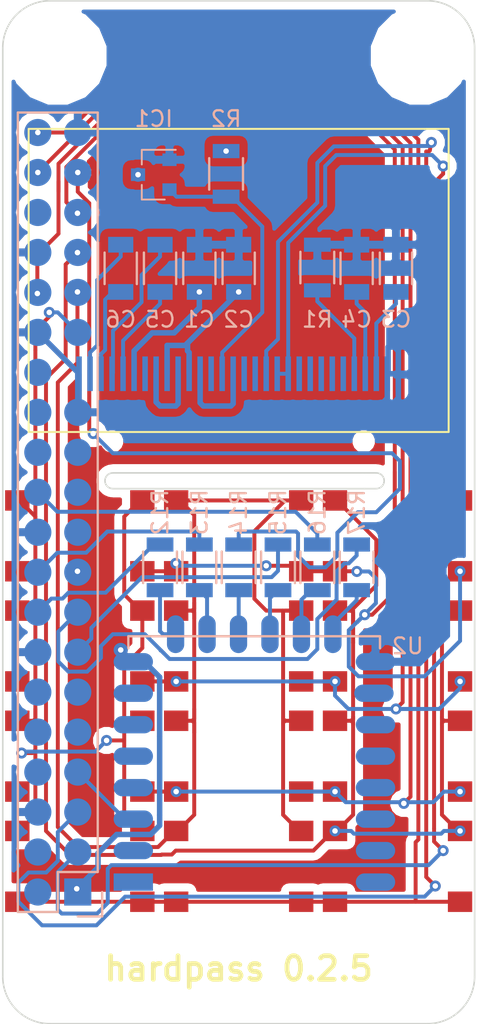
<source format=kicad_pcb>
(kicad_pcb (version 4) (host pcbnew 4.0.7)

  (general
    (links 103)
    (no_connects 7)
    (area -0.050001 -0.050001 30.050001 65.050001)
    (thickness 1.6)
    (drawings 15)
    (tracks 560)
    (zones 0)
    (modules 34)
    (nets 68)
  )

  (page A4)
  (layers
    (0 F.Cu signal)
    (31 B.Cu signal)
    (32 B.Adhes user)
    (33 F.Adhes user)
    (34 B.Paste user)
    (35 F.Paste user)
    (36 B.SilkS user)
    (37 F.SilkS user)
    (38 B.Mask user)
    (39 F.Mask user)
    (40 Dwgs.User user)
    (41 Cmts.User user)
    (42 Eco1.User user)
    (43 Eco2.User user)
    (44 Edge.Cuts user)
    (45 Margin user)
    (46 B.CrtYd user)
    (47 F.CrtYd user)
    (48 B.Fab user)
    (49 F.Fab user)
  )

  (setup
    (last_trace_width 0.25)
    (trace_clearance 0.25)
    (zone_clearance 0.508)
    (zone_45_only no)
    (trace_min 0.2)
    (segment_width 0.2)
    (edge_width 0.1)
    (via_size 0.7)
    (via_drill 0.35)
    (via_min_size 0.7)
    (via_min_drill 0.3)
    (uvia_size 0.3)
    (uvia_drill 0.1)
    (uvias_allowed no)
    (uvia_min_size 0)
    (uvia_min_drill 0)
    (pcb_text_width 0.3)
    (pcb_text_size 1.5 1.5)
    (mod_edge_width 0.15)
    (mod_text_size 1 1)
    (mod_text_width 0.15)
    (pad_size 1.7272 1.7272)
    (pad_drill 0)
    (pad_to_mask_clearance 0)
    (aux_axis_origin 0 0)
    (visible_elements FFFFEF7F)
    (pcbplotparams
      (layerselection 0x00030_80000001)
      (usegerberextensions false)
      (excludeedgelayer true)
      (linewidth 0.100000)
      (plotframeref false)
      (viasonmask false)
      (mode 1)
      (useauxorigin false)
      (hpglpennumber 1)
      (hpglpenspeed 20)
      (hpglpendiameter 15)
      (hpglpenoverlay 2)
      (psnegative false)
      (psa4output false)
      (plotreference true)
      (plotvalue true)
      (plotinvisibletext false)
      (padsonsilk false)
      (subtractmaskfromsilk false)
      (outputformat 1)
      (mirror false)
      (drillshape 1)
      (scaleselection 1)
      (outputdirectory ""))
  )

  (net 0 "")
  (net 1 GND)
  (net 2 +3V3)
  (net 3 "Net-(C3-Pad1)")
  (net 4 "Net-(C4-Pad1)")
  (net 5 "Net-(C5-Pad1)")
  (net 6 "Net-(C5-Pad2)")
  (net 7 "Net-(C6-Pad1)")
  (net 8 "Net-(C6-Pad2)")
  (net 9 OLED_SDA)
  (net 10 OLED_SCL)
  (net 11 ESP_CHPD)
  (net 12 SHUTDOWN)
  (net 13 SD_D3)
  (net 14 ESP_CLK)
  (net 15 SD_CMD)
  (net 16 SD_D0)
  (net 17 SD_D1)
  (net 18 COL_1)
  (net 19 COL_2)
  (net 20 ROW_1)
  (net 21 COL_3)
  (net 22 ROW_2)
  (net 23 SD_D2)
  (net 24 ROW_3)
  (net 25 ROW_4)
  (net 26 "Net-(P2-Pad26)")
  (net 27 "Net-(R12-Pad1)")
  (net 28 "Net-(R13-Pad1)")
  (net 29 "Net-(R14-Pad1)")
  (net 30 "Net-(R15-Pad1)")
  (net 31 "Net-(R16-Pad1)")
  (net 32 "Net-(R17-Pad1)")
  (net 33 "Net-(U2-Pad1)")
  (net 34 "Net-(U2-Pad2)")
  (net 35 "Net-(U2-Pad4)")
  (net 36 "Net-(U2-Pad5)")
  (net 37 "Net-(U2-Pad6)")
  (net 38 "Net-(U2-Pad7)")
  (net 39 "Net-(U2-Pad16)")
  (net 40 "Net-(U2-Pad17)")
  (net 41 "Net-(U2-Pad18)")
  (net 42 "Net-(U2-Pad19)")
  (net 43 "Net-(U2-Pad20)")
  (net 44 "Net-(U2-Pad21)")
  (net 45 "Net-(U2-Pad22)")
  (net 46 "Net-(P2-Pad7)")
  (net 47 "Net-(P2-Pad13)")
  (net 48 "Net-(P2-Pad16)")
  (net 49 "Net-(P2-Pad17)")
  (net 50 "Net-(P2-Pad21)")
  (net 51 "Net-(P2-Pad22)")
  (net 52 "Net-(P2-Pad23)")
  (net 53 "Net-(P2-Pad24)")
  (net 54 "Net-(P2-Pad25)")
  (net 55 OLED_RST)
  (net 56 "Net-(J1-Pad2)")
  (net 57 "Net-(J1-Pad4)")
  (net 58 "Net-(J1-Pad8)")
  (net 59 "Net-(J1-Pad10)")
  (net 60 "Net-(J1-Pad11)")
  (net 61 "Net-(J1-Pad19)")
  (net 62 "Net-(J1-Pad21)")
  (net 63 "Net-(J1-Pad23)")
  (net 64 "Net-(J1-Pad24)")
  (net 65 "Net-(J1-Pad26)")
  (net 66 "Net-(J1-Pad28)")
  (net 67 "Net-(J1-Pad36)")

  (net_class Default "This is the default net class."
    (clearance 0.25)
    (trace_width 0.25)
    (via_dia 0.7)
    (via_drill 0.35)
    (uvia_dia 0.3)
    (uvia_drill 0.1)
    (add_net COL_1)
    (add_net COL_2)
    (add_net COL_3)
    (add_net ESP_CHPD)
    (add_net ESP_CLK)
    (add_net "Net-(C3-Pad1)")
    (add_net "Net-(C4-Pad1)")
    (add_net "Net-(C5-Pad1)")
    (add_net "Net-(C5-Pad2)")
    (add_net "Net-(C6-Pad1)")
    (add_net "Net-(C6-Pad2)")
    (add_net "Net-(J1-Pad10)")
    (add_net "Net-(J1-Pad11)")
    (add_net "Net-(J1-Pad19)")
    (add_net "Net-(J1-Pad2)")
    (add_net "Net-(J1-Pad21)")
    (add_net "Net-(J1-Pad23)")
    (add_net "Net-(J1-Pad24)")
    (add_net "Net-(J1-Pad26)")
    (add_net "Net-(J1-Pad28)")
    (add_net "Net-(J1-Pad36)")
    (add_net "Net-(J1-Pad4)")
    (add_net "Net-(J1-Pad8)")
    (add_net "Net-(P2-Pad13)")
    (add_net "Net-(P2-Pad16)")
    (add_net "Net-(P2-Pad17)")
    (add_net "Net-(P2-Pad21)")
    (add_net "Net-(P2-Pad22)")
    (add_net "Net-(P2-Pad23)")
    (add_net "Net-(P2-Pad24)")
    (add_net "Net-(P2-Pad25)")
    (add_net "Net-(P2-Pad26)")
    (add_net "Net-(P2-Pad7)")
    (add_net "Net-(R12-Pad1)")
    (add_net "Net-(R13-Pad1)")
    (add_net "Net-(R14-Pad1)")
    (add_net "Net-(R15-Pad1)")
    (add_net "Net-(R16-Pad1)")
    (add_net "Net-(R17-Pad1)")
    (add_net "Net-(U2-Pad1)")
    (add_net "Net-(U2-Pad16)")
    (add_net "Net-(U2-Pad17)")
    (add_net "Net-(U2-Pad18)")
    (add_net "Net-(U2-Pad19)")
    (add_net "Net-(U2-Pad2)")
    (add_net "Net-(U2-Pad20)")
    (add_net "Net-(U2-Pad21)")
    (add_net "Net-(U2-Pad22)")
    (add_net "Net-(U2-Pad4)")
    (add_net "Net-(U2-Pad5)")
    (add_net "Net-(U2-Pad6)")
    (add_net "Net-(U2-Pad7)")
    (add_net OLED_RST)
    (add_net OLED_SCL)
    (add_net OLED_SDA)
    (add_net ROW_1)
    (add_net ROW_2)
    (add_net ROW_3)
    (add_net ROW_4)
    (add_net SD_CMD)
    (add_net SD_D0)
    (add_net SD_D1)
    (add_net SD_D2)
    (add_net SD_D3)
    (add_net SHUTDOWN)
  )

  (net_class Power ""
    (clearance 0.25)
    (trace_width 0.35)
    (via_dia 0.9)
    (via_drill 0.35)
    (uvia_dia 0.3)
    (uvia_drill 0.1)
    (add_net +3V3)
    (add_net GND)
  )

  (module TO_SOT_Packages_SMD:SOT-23 (layer B.Cu) (tedit 58CE4E7E) (tstamp 597398BF)
    (at 9.6 11.05 180)
    (descr "SOT-23, Standard")
    (tags SOT-23)
    (path /593C6F9B)
    (attr smd)
    (fp_text reference IC1 (at 0 3.55 180) (layer B.SilkS)
      (effects (font (size 1 1) (thickness 0.15)) (justify mirror))
    )
    (fp_text value APX803 (at 0 -2.5 180) (layer B.Fab)
      (effects (font (size 1 1) (thickness 0.15)) (justify mirror))
    )
    (fp_text user %R (at 0 0 450) (layer B.Fab)
      (effects (font (size 0.5 0.5) (thickness 0.075)) (justify mirror))
    )
    (fp_line (start -0.7 0.95) (end -0.7 -1.5) (layer B.Fab) (width 0.1))
    (fp_line (start -0.15 1.52) (end 0.7 1.52) (layer B.Fab) (width 0.1))
    (fp_line (start -0.7 0.95) (end -0.15 1.52) (layer B.Fab) (width 0.1))
    (fp_line (start 0.7 1.52) (end 0.7 -1.52) (layer B.Fab) (width 0.1))
    (fp_line (start -0.7 -1.52) (end 0.7 -1.52) (layer B.Fab) (width 0.1))
    (fp_line (start 0.76 -1.58) (end 0.76 -0.65) (layer B.SilkS) (width 0.12))
    (fp_line (start 0.76 1.58) (end 0.76 0.65) (layer B.SilkS) (width 0.12))
    (fp_line (start -1.7 1.75) (end 1.7 1.75) (layer B.CrtYd) (width 0.05))
    (fp_line (start 1.7 1.75) (end 1.7 -1.75) (layer B.CrtYd) (width 0.05))
    (fp_line (start 1.7 -1.75) (end -1.7 -1.75) (layer B.CrtYd) (width 0.05))
    (fp_line (start -1.7 -1.75) (end -1.7 1.75) (layer B.CrtYd) (width 0.05))
    (fp_line (start 0.76 1.58) (end -1.4 1.58) (layer B.SilkS) (width 0.12))
    (fp_line (start 0.76 -1.58) (end -0.7 -1.58) (layer B.SilkS) (width 0.12))
    (pad 1 smd rect (at -1 0.95 180) (size 0.9 0.8) (layers B.Cu B.Paste B.Mask)
      (net 1 GND))
    (pad 2 smd rect (at -1 -0.95 180) (size 0.9 0.8) (layers B.Cu B.Paste B.Mask)
      (net 55 OLED_RST))
    (pad 3 smd rect (at 1 0 180) (size 0.9 0.8) (layers B.Cu B.Paste B.Mask)
      (net 2 +3V3))
    (model ${KISYS3DMOD}/TO_SOT_Packages_SMD.3dshapes/SOT-23.wrl
      (at (xyz 0 0 0))
      (scale (xyz 1 1 1))
      (rotate (xyz 0 0 0))
    )
  )

  (module RPi_Hat:RPi_Hat_Mounting_Hole (layer F.Cu) (tedit 551AB250) (tstamp 58D3079A)
    (at 26.5 3.5)
    (descr "Mounting hole, Befestigungsbohrung, 2,7mm, No Annular, Kein Restring,")
    (tags "Mounting hole, Befestigungsbohrung, 2,7mm, No Annular, Kein Restring,")
    (fp_text reference "" (at 0 -4.0005) (layer F.SilkS) hide
      (effects (font (size 1 1) (thickness 0.15)))
    )
    (fp_text value "" (at 0.09906 3.59918) (layer F.Fab) hide
      (effects (font (size 1 1) (thickness 0.15)))
    )
    (fp_circle (center 0 0) (end 1.375 0) (layer F.Fab) (width 0.15))
    (fp_circle (center 0 0) (end 3.1 0) (layer F.Fab) (width 0.15))
    (fp_circle (center 0 0) (end 3.1 0) (layer B.Fab) (width 0.15))
    (fp_circle (center 0 0) (end 1.375 0) (layer B.Fab) (width 0.15))
    (fp_circle (center 0 0) (end 3.1 0) (layer F.CrtYd) (width 0.15))
    (fp_circle (center 0 0) (end 3.1 0) (layer B.CrtYd) (width 0.15))
    (pad "" np_thru_hole circle (at 0 0) (size 2.75 2.75) (drill 2.75) (layers *.Cu *.Mask)
      (solder_mask_margin 1.725) (clearance 1.725))
  )

  (module RPi_Hat:RPi_Hat_Mounting_Hole (layer F.Cu) (tedit 551AB250) (tstamp 58D30790)
    (at 26.5 61.5)
    (descr "Mounting hole, Befestigungsbohrung, 2,7mm, No Annular, Kein Restring,")
    (tags "Mounting hole, Befestigungsbohrung, 2,7mm, No Annular, Kein Restring,")
    (fp_text reference "" (at 0 -4.0005) (layer F.SilkS) hide
      (effects (font (size 1 1) (thickness 0.15)))
    )
    (fp_text value "" (at 0.09906 3.59918) (layer F.Fab) hide
      (effects (font (size 1 1) (thickness 0.15)))
    )
    (fp_circle (center 0 0) (end 1.375 0) (layer F.Fab) (width 0.15))
    (fp_circle (center 0 0) (end 3.1 0) (layer F.Fab) (width 0.15))
    (fp_circle (center 0 0) (end 3.1 0) (layer B.Fab) (width 0.15))
    (fp_circle (center 0 0) (end 1.375 0) (layer B.Fab) (width 0.15))
    (fp_circle (center 0 0) (end 3.1 0) (layer F.CrtYd) (width 0.15))
    (fp_circle (center 0 0) (end 3.1 0) (layer B.CrtYd) (width 0.15))
    (pad "" np_thru_hole circle (at 0 0) (size 2.75 2.75) (drill 2.75) (layers *.Cu *.Mask)
      (solder_mask_margin 1.725) (clearance 1.725))
  )

  (module RPi_Hat:RPi_Hat_Mounting_Hole (layer F.Cu) (tedit 551AB250) (tstamp 58D30783)
    (at 3.5 61.5)
    (descr "Mounting hole, Befestigungsbohrung, 2,7mm, No Annular, Kein Restring,")
    (tags "Mounting hole, Befestigungsbohrung, 2,7mm, No Annular, Kein Restring,")
    (fp_text reference "" (at 0 -4.0005) (layer F.SilkS) hide
      (effects (font (size 1 1) (thickness 0.15)))
    )
    (fp_text value "" (at 0.09906 3.59918) (layer F.Fab) hide
      (effects (font (size 1 1) (thickness 0.15)))
    )
    (fp_circle (center 0 0) (end 1.375 0) (layer F.Fab) (width 0.15))
    (fp_circle (center 0 0) (end 3.1 0) (layer F.Fab) (width 0.15))
    (fp_circle (center 0 0) (end 3.1 0) (layer B.Fab) (width 0.15))
    (fp_circle (center 0 0) (end 1.375 0) (layer B.Fab) (width 0.15))
    (fp_circle (center 0 0) (end 3.1 0) (layer F.CrtYd) (width 0.15))
    (fp_circle (center 0 0) (end 3.1 0) (layer B.CrtYd) (width 0.15))
    (pad "" np_thru_hole circle (at 0 0) (size 2.75 2.75) (drill 2.75) (layers *.Cu *.Mask)
      (solder_mask_margin 1.725) (clearance 1.725))
  )

  (module Capacitors_SMD:C_1206 (layer B.Cu) (tedit 5415D7BD) (tstamp 58702475)
    (at 12.5 17 270)
    (descr "Capacitor SMD 1206, reflow soldering, AVX (see smccp.pdf)")
    (tags "capacitor 1206")
    (path /58702958)
    (attr smd)
    (fp_text reference C1 (at 3.25 0 360) (layer B.SilkS)
      (effects (font (size 1 1) (thickness 0.15)) (justify mirror))
    )
    (fp_text value 2.2µF (at 0.75 0 270) (layer B.Fab)
      (effects (font (size 1 1) (thickness 0.15)) (justify mirror))
    )
    (fp_line (start -1.6 -0.8) (end -1.6 0.8) (layer B.Fab) (width 0.15))
    (fp_line (start 1.6 -0.8) (end -1.6 -0.8) (layer B.Fab) (width 0.15))
    (fp_line (start 1.6 0.8) (end 1.6 -0.8) (layer B.Fab) (width 0.15))
    (fp_line (start -1.6 0.8) (end 1.6 0.8) (layer B.Fab) (width 0.15))
    (fp_line (start -2.3 1.15) (end 2.3 1.15) (layer B.CrtYd) (width 0.05))
    (fp_line (start -2.3 -1.15) (end 2.3 -1.15) (layer B.CrtYd) (width 0.05))
    (fp_line (start -2.3 1.15) (end -2.3 -1.15) (layer B.CrtYd) (width 0.05))
    (fp_line (start 2.3 1.15) (end 2.3 -1.15) (layer B.CrtYd) (width 0.05))
    (fp_line (start 1 1.025) (end -1 1.025) (layer B.SilkS) (width 0.15))
    (fp_line (start -1 -1.025) (end 1 -1.025) (layer B.SilkS) (width 0.15))
    (pad 1 smd rect (at -1.5 0 270) (size 1 1.6) (layers B.Cu B.Paste B.Mask)
      (net 1 GND))
    (pad 2 smd rect (at 1.5 0 270) (size 1 1.6) (layers B.Cu B.Paste B.Mask)
      (net 2 +3V3))
    (model Capacitors_SMD.3dshapes/C_1206.wrl
      (at (xyz 0 0 0))
      (scale (xyz 1 1 1))
      (rotate (xyz 0 0 0))
    )
  )

  (module Capacitors_SMD:C_1206 (layer B.Cu) (tedit 5415D7BD) (tstamp 58702485)
    (at 15 17 270)
    (descr "Capacitor SMD 1206, reflow soldering, AVX (see smccp.pdf)")
    (tags "capacitor 1206")
    (path /576ABF65)
    (attr smd)
    (fp_text reference C2 (at 3.25 0 360) (layer B.SilkS)
      (effects (font (size 1 1) (thickness 0.15)) (justify mirror))
    )
    (fp_text value 2.2µF (at 0.75 0 270) (layer B.Fab)
      (effects (font (size 1 1) (thickness 0.15)) (justify mirror))
    )
    (fp_line (start -1.6 -0.8) (end -1.6 0.8) (layer B.Fab) (width 0.15))
    (fp_line (start 1.6 -0.8) (end -1.6 -0.8) (layer B.Fab) (width 0.15))
    (fp_line (start 1.6 0.8) (end 1.6 -0.8) (layer B.Fab) (width 0.15))
    (fp_line (start -1.6 0.8) (end 1.6 0.8) (layer B.Fab) (width 0.15))
    (fp_line (start -2.3 1.15) (end 2.3 1.15) (layer B.CrtYd) (width 0.05))
    (fp_line (start -2.3 -1.15) (end 2.3 -1.15) (layer B.CrtYd) (width 0.05))
    (fp_line (start -2.3 1.15) (end -2.3 -1.15) (layer B.CrtYd) (width 0.05))
    (fp_line (start 2.3 1.15) (end 2.3 -1.15) (layer B.CrtYd) (width 0.05))
    (fp_line (start 1 1.025) (end -1 1.025) (layer B.SilkS) (width 0.15))
    (fp_line (start -1 -1.025) (end 1 -1.025) (layer B.SilkS) (width 0.15))
    (pad 1 smd rect (at -1.5 0 270) (size 1 1.6) (layers B.Cu B.Paste B.Mask)
      (net 1 GND))
    (pad 2 smd rect (at 1.5 0 270) (size 1 1.6) (layers B.Cu B.Paste B.Mask)
      (net 2 +3V3))
    (model Capacitors_SMD.3dshapes/C_1206.wrl
      (at (xyz 0 0 0))
      (scale (xyz 1 1 1))
      (rotate (xyz 0 0 0))
    )
  )

  (module Capacitors_SMD:C_1206 (layer B.Cu) (tedit 5415D7BD) (tstamp 58702495)
    (at 25 17 90)
    (descr "Capacitor SMD 1206, reflow soldering, AVX (see smccp.pdf)")
    (tags "capacitor 1206")
    (path /576AC79A)
    (attr smd)
    (fp_text reference C3 (at -3.25 0 180) (layer B.SilkS)
      (effects (font (size 1 1) (thickness 0.15)) (justify mirror))
    )
    (fp_text value 10µF (at -0.5 0 90) (layer B.Fab)
      (effects (font (size 1 1) (thickness 0.15)) (justify mirror))
    )
    (fp_line (start -1.6 -0.8) (end -1.6 0.8) (layer B.Fab) (width 0.15))
    (fp_line (start 1.6 -0.8) (end -1.6 -0.8) (layer B.Fab) (width 0.15))
    (fp_line (start 1.6 0.8) (end 1.6 -0.8) (layer B.Fab) (width 0.15))
    (fp_line (start -1.6 0.8) (end 1.6 0.8) (layer B.Fab) (width 0.15))
    (fp_line (start -2.3 1.15) (end 2.3 1.15) (layer B.CrtYd) (width 0.05))
    (fp_line (start -2.3 -1.15) (end 2.3 -1.15) (layer B.CrtYd) (width 0.05))
    (fp_line (start -2.3 1.15) (end -2.3 -1.15) (layer B.CrtYd) (width 0.05))
    (fp_line (start 2.3 1.15) (end 2.3 -1.15) (layer B.CrtYd) (width 0.05))
    (fp_line (start 1 1.025) (end -1 1.025) (layer B.SilkS) (width 0.15))
    (fp_line (start -1 -1.025) (end 1 -1.025) (layer B.SilkS) (width 0.15))
    (pad 1 smd rect (at -1.5 0 90) (size 1 1.6) (layers B.Cu B.Paste B.Mask)
      (net 3 "Net-(C3-Pad1)"))
    (pad 2 smd rect (at 1.5 0 90) (size 1 1.6) (layers B.Cu B.Paste B.Mask)
      (net 1 GND))
    (model Capacitors_SMD.3dshapes/C_1206.wrl
      (at (xyz 0 0 0))
      (scale (xyz 1 1 1))
      (rotate (xyz 0 0 0))
    )
  )

  (module Capacitors_SMD:C_1206 (layer B.Cu) (tedit 5415D7BD) (tstamp 587024A5)
    (at 22.5 17 90)
    (descr "Capacitor SMD 1206, reflow soldering, AVX (see smccp.pdf)")
    (tags "capacitor 1206")
    (path /576ACF95)
    (attr smd)
    (fp_text reference C4 (at -3.25 0 180) (layer B.SilkS)
      (effects (font (size 1 1) (thickness 0.15)) (justify mirror))
    )
    (fp_text value 2.2µF (at -0.75 0 90) (layer B.Fab)
      (effects (font (size 1 1) (thickness 0.15)) (justify mirror))
    )
    (fp_line (start -1.6 -0.8) (end -1.6 0.8) (layer B.Fab) (width 0.15))
    (fp_line (start 1.6 -0.8) (end -1.6 -0.8) (layer B.Fab) (width 0.15))
    (fp_line (start 1.6 0.8) (end 1.6 -0.8) (layer B.Fab) (width 0.15))
    (fp_line (start -1.6 0.8) (end 1.6 0.8) (layer B.Fab) (width 0.15))
    (fp_line (start -2.3 1.15) (end 2.3 1.15) (layer B.CrtYd) (width 0.05))
    (fp_line (start -2.3 -1.15) (end 2.3 -1.15) (layer B.CrtYd) (width 0.05))
    (fp_line (start -2.3 1.15) (end -2.3 -1.15) (layer B.CrtYd) (width 0.05))
    (fp_line (start 2.3 1.15) (end 2.3 -1.15) (layer B.CrtYd) (width 0.05))
    (fp_line (start 1 1.025) (end -1 1.025) (layer B.SilkS) (width 0.15))
    (fp_line (start -1 -1.025) (end 1 -1.025) (layer B.SilkS) (width 0.15))
    (pad 1 smd rect (at -1.5 0 90) (size 1 1.6) (layers B.Cu B.Paste B.Mask)
      (net 4 "Net-(C4-Pad1)"))
    (pad 2 smd rect (at 1.5 0 90) (size 1 1.6) (layers B.Cu B.Paste B.Mask)
      (net 1 GND))
    (model Capacitors_SMD.3dshapes/C_1206.wrl
      (at (xyz 0 0 0))
      (scale (xyz 1 1 1))
      (rotate (xyz 0 0 0))
    )
  )

  (module Capacitors_SMD:C_1206 (layer B.Cu) (tedit 5415D7BD) (tstamp 587024B5)
    (at 10 17 270)
    (descr "Capacitor SMD 1206, reflow soldering, AVX (see smccp.pdf)")
    (tags "capacitor 1206")
    (path /576AB9B6)
    (attr smd)
    (fp_text reference C5 (at 3.25 0 360) (layer B.SilkS)
      (effects (font (size 1 1) (thickness 0.15)) (justify mirror))
    )
    (fp_text value 2.2µF (at 0.75 0 270) (layer B.Fab)
      (effects (font (size 1 1) (thickness 0.15)) (justify mirror))
    )
    (fp_line (start -1.6 -0.8) (end -1.6 0.8) (layer B.Fab) (width 0.15))
    (fp_line (start 1.6 -0.8) (end -1.6 -0.8) (layer B.Fab) (width 0.15))
    (fp_line (start 1.6 0.8) (end 1.6 -0.8) (layer B.Fab) (width 0.15))
    (fp_line (start -1.6 0.8) (end 1.6 0.8) (layer B.Fab) (width 0.15))
    (fp_line (start -2.3 1.15) (end 2.3 1.15) (layer B.CrtYd) (width 0.05))
    (fp_line (start -2.3 -1.15) (end 2.3 -1.15) (layer B.CrtYd) (width 0.05))
    (fp_line (start -2.3 1.15) (end -2.3 -1.15) (layer B.CrtYd) (width 0.05))
    (fp_line (start 2.3 1.15) (end 2.3 -1.15) (layer B.CrtYd) (width 0.05))
    (fp_line (start 1 1.025) (end -1 1.025) (layer B.SilkS) (width 0.15))
    (fp_line (start -1 -1.025) (end 1 -1.025) (layer B.SilkS) (width 0.15))
    (pad 1 smd rect (at -1.5 0 270) (size 1 1.6) (layers B.Cu B.Paste B.Mask)
      (net 5 "Net-(C5-Pad1)"))
    (pad 2 smd rect (at 1.5 0 270) (size 1 1.6) (layers B.Cu B.Paste B.Mask)
      (net 6 "Net-(C5-Pad2)"))
    (model Capacitors_SMD.3dshapes/C_1206.wrl
      (at (xyz 0 0 0))
      (scale (xyz 1 1 1))
      (rotate (xyz 0 0 0))
    )
  )

  (module Capacitors_SMD:C_1206 (layer B.Cu) (tedit 5415D7BD) (tstamp 587024C5)
    (at 7.5 17 270)
    (descr "Capacitor SMD 1206, reflow soldering, AVX (see smccp.pdf)")
    (tags "capacitor 1206")
    (path /576AB858)
    (attr smd)
    (fp_text reference C6 (at 3.25 0 360) (layer B.SilkS)
      (effects (font (size 1 1) (thickness 0.15)) (justify mirror))
    )
    (fp_text value 2.2µF (at 0.75 0 270) (layer B.Fab)
      (effects (font (size 1 1) (thickness 0.15)) (justify mirror))
    )
    (fp_line (start -1.6 -0.8) (end -1.6 0.8) (layer B.Fab) (width 0.15))
    (fp_line (start 1.6 -0.8) (end -1.6 -0.8) (layer B.Fab) (width 0.15))
    (fp_line (start 1.6 0.8) (end 1.6 -0.8) (layer B.Fab) (width 0.15))
    (fp_line (start -1.6 0.8) (end 1.6 0.8) (layer B.Fab) (width 0.15))
    (fp_line (start -2.3 1.15) (end 2.3 1.15) (layer B.CrtYd) (width 0.05))
    (fp_line (start -2.3 -1.15) (end 2.3 -1.15) (layer B.CrtYd) (width 0.05))
    (fp_line (start -2.3 1.15) (end -2.3 -1.15) (layer B.CrtYd) (width 0.05))
    (fp_line (start 2.3 1.15) (end 2.3 -1.15) (layer B.CrtYd) (width 0.05))
    (fp_line (start 1 1.025) (end -1 1.025) (layer B.SilkS) (width 0.15))
    (fp_line (start -1 -1.025) (end 1 -1.025) (layer B.SilkS) (width 0.15))
    (pad 1 smd rect (at -1.5 0 270) (size 1 1.6) (layers B.Cu B.Paste B.Mask)
      (net 7 "Net-(C6-Pad1)"))
    (pad 2 smd rect (at 1.5 0 270) (size 1 1.6) (layers B.Cu B.Paste B.Mask)
      (net 8 "Net-(C6-Pad2)"))
    (model Capacitors_SMD.3dshapes/C_1206.wrl
      (at (xyz 0 0 0))
      (scale (xyz 1 1 1))
      (rotate (xyz 0 0 0))
    )
  )

  (module Resistors_SMD:R_1206 (layer B.Cu) (tedit 58307BE8) (tstamp 5870251D)
    (at 20 16.95 90)
    (descr "Resistor SMD 1206, reflow soldering, Vishay (see dcrcw.pdf)")
    (tags "resistor 1206")
    (path /576AE193)
    (attr smd)
    (fp_text reference R1 (at -3.3 0 180) (layer B.SilkS)
      (effects (font (size 1 1) (thickness 0.15)) (justify mirror))
    )
    (fp_text value 390k (at -0.55 0 90) (layer B.Fab)
      (effects (font (size 1 1) (thickness 0.15)) (justify mirror))
    )
    (fp_line (start -1.6 -0.8) (end -1.6 0.8) (layer B.Fab) (width 0.1))
    (fp_line (start 1.6 -0.8) (end -1.6 -0.8) (layer B.Fab) (width 0.1))
    (fp_line (start 1.6 0.8) (end 1.6 -0.8) (layer B.Fab) (width 0.1))
    (fp_line (start -1.6 0.8) (end 1.6 0.8) (layer B.Fab) (width 0.1))
    (fp_line (start -2.2 1.2) (end 2.2 1.2) (layer B.CrtYd) (width 0.05))
    (fp_line (start -2.2 -1.2) (end 2.2 -1.2) (layer B.CrtYd) (width 0.05))
    (fp_line (start -2.2 1.2) (end -2.2 -1.2) (layer B.CrtYd) (width 0.05))
    (fp_line (start 2.2 1.2) (end 2.2 -1.2) (layer B.CrtYd) (width 0.05))
    (fp_line (start 1 -1.075) (end -1 -1.075) (layer B.SilkS) (width 0.15))
    (fp_line (start -1 1.075) (end 1 1.075) (layer B.SilkS) (width 0.15))
    (pad 1 smd rect (at -1.45 0 90) (size 0.9 1.7) (layers B.Cu B.Paste B.Mask)
      (net 26 "Net-(P2-Pad26)"))
    (pad 2 smd rect (at 1.45 0 90) (size 0.9 1.7) (layers B.Cu B.Paste B.Mask)
      (net 1 GND))
    (model Resistors_SMD.3dshapes/R_1206.wrl
      (at (xyz 0 0 0))
      (scale (xyz 1 1 1))
      (rotate (xyz 0 0 0))
    )
  )

  (module Resistors_SMD:R_1206 (layer B.Cu) (tedit 58307BE8) (tstamp 5870252D)
    (at 14.2 11 270)
    (descr "Resistor SMD 1206, reflow soldering, Vishay (see dcrcw.pdf)")
    (tags "resistor 1206")
    (path /593C7684)
    (attr smd)
    (fp_text reference R2 (at -3.5 0 360) (layer B.SilkS)
      (effects (font (size 1 1) (thickness 0.15)) (justify mirror))
    )
    (fp_text value 10k (at 0 -0.05 270) (layer B.Fab)
      (effects (font (size 1 1) (thickness 0.15)) (justify mirror))
    )
    (fp_line (start -1.6 -0.8) (end -1.6 0.8) (layer B.Fab) (width 0.1))
    (fp_line (start 1.6 -0.8) (end -1.6 -0.8) (layer B.Fab) (width 0.1))
    (fp_line (start 1.6 0.8) (end 1.6 -0.8) (layer B.Fab) (width 0.1))
    (fp_line (start -1.6 0.8) (end 1.6 0.8) (layer B.Fab) (width 0.1))
    (fp_line (start -2.2 1.2) (end 2.2 1.2) (layer B.CrtYd) (width 0.05))
    (fp_line (start -2.2 -1.2) (end 2.2 -1.2) (layer B.CrtYd) (width 0.05))
    (fp_line (start -2.2 1.2) (end -2.2 -1.2) (layer B.CrtYd) (width 0.05))
    (fp_line (start 2.2 1.2) (end 2.2 -1.2) (layer B.CrtYd) (width 0.05))
    (fp_line (start 1 -1.075) (end -1 -1.075) (layer B.SilkS) (width 0.15))
    (fp_line (start -1 1.075) (end 1 1.075) (layer B.SilkS) (width 0.15))
    (pad 1 smd rect (at -1.45 0 270) (size 0.9 1.7) (layers B.Cu B.Paste B.Mask)
      (net 2 +3V3))
    (pad 2 smd rect (at 1.45 0 270) (size 0.9 1.7) (layers B.Cu B.Paste B.Mask)
      (net 55 OLED_RST))
    (model Resistors_SMD.3dshapes/R_1206.wrl
      (at (xyz 0 0 0))
      (scale (xyz 1 1 1))
      (rotate (xyz 0 0 0))
    )
  )

  (module Resistors_SMD:R_1206 (layer B.Cu) (tedit 58307BE8) (tstamp 5870256D)
    (at 10 36 90)
    (descr "Resistor SMD 1206, reflow soldering, Vishay (see dcrcw.pdf)")
    (tags "resistor 1206")
    (path /57B87105)
    (attr smd)
    (fp_text reference R12 (at 3.5 0 90) (layer B.SilkS)
      (effects (font (size 1 1) (thickness 0.15)) (justify mirror))
    )
    (fp_text value 33 (at 0 0 90) (layer B.Fab)
      (effects (font (size 1 1) (thickness 0.15)) (justify mirror))
    )
    (fp_line (start -1.6 -0.8) (end -1.6 0.8) (layer B.Fab) (width 0.1))
    (fp_line (start 1.6 -0.8) (end -1.6 -0.8) (layer B.Fab) (width 0.1))
    (fp_line (start 1.6 0.8) (end 1.6 -0.8) (layer B.Fab) (width 0.1))
    (fp_line (start -1.6 0.8) (end 1.6 0.8) (layer B.Fab) (width 0.1))
    (fp_line (start -2.2 1.2) (end 2.2 1.2) (layer B.CrtYd) (width 0.05))
    (fp_line (start -2.2 -1.2) (end 2.2 -1.2) (layer B.CrtYd) (width 0.05))
    (fp_line (start -2.2 1.2) (end -2.2 -1.2) (layer B.CrtYd) (width 0.05))
    (fp_line (start 2.2 1.2) (end 2.2 -1.2) (layer B.CrtYd) (width 0.05))
    (fp_line (start 1 -1.075) (end -1 -1.075) (layer B.SilkS) (width 0.15))
    (fp_line (start -1 1.075) (end 1 1.075) (layer B.SilkS) (width 0.15))
    (pad 1 smd rect (at -1.45 0 90) (size 0.9 1.7) (layers B.Cu B.Paste B.Mask)
      (net 27 "Net-(R12-Pad1)"))
    (pad 2 smd rect (at 1.45 0 90) (size 0.9 1.7) (layers B.Cu B.Paste B.Mask)
      (net 15 SD_CMD))
    (model Resistors_SMD.3dshapes/R_1206.wrl
      (at (xyz 0 0 0))
      (scale (xyz 1 1 1))
      (rotate (xyz 0 0 0))
    )
  )

  (module Resistors_SMD:R_1206 (layer B.Cu) (tedit 58307BE8) (tstamp 5870257D)
    (at 12.5 36 90)
    (descr "Resistor SMD 1206, reflow soldering, Vishay (see dcrcw.pdf)")
    (tags "resistor 1206")
    (path /57B88365)
    (attr smd)
    (fp_text reference R13 (at 3.5 0 90) (layer B.SilkS)
      (effects (font (size 1 1) (thickness 0.15)) (justify mirror))
    )
    (fp_text value 33 (at 0 0 90) (layer B.Fab)
      (effects (font (size 1 1) (thickness 0.15)) (justify mirror))
    )
    (fp_line (start -1.6 -0.8) (end -1.6 0.8) (layer B.Fab) (width 0.1))
    (fp_line (start 1.6 -0.8) (end -1.6 -0.8) (layer B.Fab) (width 0.1))
    (fp_line (start 1.6 0.8) (end 1.6 -0.8) (layer B.Fab) (width 0.1))
    (fp_line (start -1.6 0.8) (end 1.6 0.8) (layer B.Fab) (width 0.1))
    (fp_line (start -2.2 1.2) (end 2.2 1.2) (layer B.CrtYd) (width 0.05))
    (fp_line (start -2.2 -1.2) (end 2.2 -1.2) (layer B.CrtYd) (width 0.05))
    (fp_line (start -2.2 1.2) (end -2.2 -1.2) (layer B.CrtYd) (width 0.05))
    (fp_line (start 2.2 1.2) (end 2.2 -1.2) (layer B.CrtYd) (width 0.05))
    (fp_line (start 1 -1.075) (end -1 -1.075) (layer B.SilkS) (width 0.15))
    (fp_line (start -1 1.075) (end 1 1.075) (layer B.SilkS) (width 0.15))
    (pad 1 smd rect (at -1.45 0 90) (size 0.9 1.7) (layers B.Cu B.Paste B.Mask)
      (net 28 "Net-(R13-Pad1)"))
    (pad 2 smd rect (at 1.45 0 90) (size 0.9 1.7) (layers B.Cu B.Paste B.Mask)
      (net 16 SD_D0))
    (model Resistors_SMD.3dshapes/R_1206.wrl
      (at (xyz 0 0 0))
      (scale (xyz 1 1 1))
      (rotate (xyz 0 0 0))
    )
  )

  (module Resistors_SMD:R_1206 (layer B.Cu) (tedit 58307BE8) (tstamp 5870258D)
    (at 15 36 90)
    (descr "Resistor SMD 1206, reflow soldering, Vishay (see dcrcw.pdf)")
    (tags "resistor 1206")
    (path /57B88405)
    (attr smd)
    (fp_text reference R14 (at 3.5 0 90) (layer B.SilkS)
      (effects (font (size 1 1) (thickness 0.15)) (justify mirror))
    )
    (fp_text value 33 (at 0 0 90) (layer B.Fab)
      (effects (font (size 1 1) (thickness 0.15)) (justify mirror))
    )
    (fp_line (start -1.6 -0.8) (end -1.6 0.8) (layer B.Fab) (width 0.1))
    (fp_line (start 1.6 -0.8) (end -1.6 -0.8) (layer B.Fab) (width 0.1))
    (fp_line (start 1.6 0.8) (end 1.6 -0.8) (layer B.Fab) (width 0.1))
    (fp_line (start -1.6 0.8) (end 1.6 0.8) (layer B.Fab) (width 0.1))
    (fp_line (start -2.2 1.2) (end 2.2 1.2) (layer B.CrtYd) (width 0.05))
    (fp_line (start -2.2 -1.2) (end 2.2 -1.2) (layer B.CrtYd) (width 0.05))
    (fp_line (start -2.2 1.2) (end -2.2 -1.2) (layer B.CrtYd) (width 0.05))
    (fp_line (start 2.2 1.2) (end 2.2 -1.2) (layer B.CrtYd) (width 0.05))
    (fp_line (start 1 -1.075) (end -1 -1.075) (layer B.SilkS) (width 0.15))
    (fp_line (start -1 1.075) (end 1 1.075) (layer B.SilkS) (width 0.15))
    (pad 1 smd rect (at -1.45 0 90) (size 0.9 1.7) (layers B.Cu B.Paste B.Mask)
      (net 29 "Net-(R14-Pad1)"))
    (pad 2 smd rect (at 1.45 0 90) (size 0.9 1.7) (layers B.Cu B.Paste B.Mask)
      (net 23 SD_D2))
    (model Resistors_SMD.3dshapes/R_1206.wrl
      (at (xyz 0 0 0))
      (scale (xyz 1 1 1))
      (rotate (xyz 0 0 0))
    )
  )

  (module Resistors_SMD:R_1206 (layer B.Cu) (tedit 58307BE8) (tstamp 5870259D)
    (at 17.5 36 90)
    (descr "Resistor SMD 1206, reflow soldering, Vishay (see dcrcw.pdf)")
    (tags "resistor 1206")
    (path /57B884A8)
    (attr smd)
    (fp_text reference R15 (at 3.5 0 90) (layer B.SilkS)
      (effects (font (size 1 1) (thickness 0.15)) (justify mirror))
    )
    (fp_text value 33 (at 0 0 90) (layer B.Fab)
      (effects (font (size 1 1) (thickness 0.15)) (justify mirror))
    )
    (fp_line (start -1.6 -0.8) (end -1.6 0.8) (layer B.Fab) (width 0.1))
    (fp_line (start 1.6 -0.8) (end -1.6 -0.8) (layer B.Fab) (width 0.1))
    (fp_line (start 1.6 0.8) (end 1.6 -0.8) (layer B.Fab) (width 0.1))
    (fp_line (start -1.6 0.8) (end 1.6 0.8) (layer B.Fab) (width 0.1))
    (fp_line (start -2.2 1.2) (end 2.2 1.2) (layer B.CrtYd) (width 0.05))
    (fp_line (start -2.2 -1.2) (end 2.2 -1.2) (layer B.CrtYd) (width 0.05))
    (fp_line (start -2.2 1.2) (end -2.2 -1.2) (layer B.CrtYd) (width 0.05))
    (fp_line (start 2.2 1.2) (end 2.2 -1.2) (layer B.CrtYd) (width 0.05))
    (fp_line (start 1 -1.075) (end -1 -1.075) (layer B.SilkS) (width 0.15))
    (fp_line (start -1 1.075) (end 1 1.075) (layer B.SilkS) (width 0.15))
    (pad 1 smd rect (at -1.45 0 90) (size 0.9 1.7) (layers B.Cu B.Paste B.Mask)
      (net 30 "Net-(R15-Pad1)"))
    (pad 2 smd rect (at 1.45 0 90) (size 0.9 1.7) (layers B.Cu B.Paste B.Mask)
      (net 13 SD_D3))
    (model Resistors_SMD.3dshapes/R_1206.wrl
      (at (xyz 0 0 0))
      (scale (xyz 1 1 1))
      (rotate (xyz 0 0 0))
    )
  )

  (module Resistors_SMD:R_1206 (layer B.Cu) (tedit 58307BE8) (tstamp 587025AD)
    (at 20 36 90)
    (descr "Resistor SMD 1206, reflow soldering, Vishay (see dcrcw.pdf)")
    (tags "resistor 1206")
    (path /57B8854E)
    (attr smd)
    (fp_text reference R16 (at 3.5 0 90) (layer B.SilkS)
      (effects (font (size 1 1) (thickness 0.15)) (justify mirror))
    )
    (fp_text value 33 (at 0 0 90) (layer B.Fab)
      (effects (font (size 1 1) (thickness 0.15)) (justify mirror))
    )
    (fp_line (start -1.6 -0.8) (end -1.6 0.8) (layer B.Fab) (width 0.1))
    (fp_line (start 1.6 -0.8) (end -1.6 -0.8) (layer B.Fab) (width 0.1))
    (fp_line (start 1.6 0.8) (end 1.6 -0.8) (layer B.Fab) (width 0.1))
    (fp_line (start -1.6 0.8) (end 1.6 0.8) (layer B.Fab) (width 0.1))
    (fp_line (start -2.2 1.2) (end 2.2 1.2) (layer B.CrtYd) (width 0.05))
    (fp_line (start -2.2 -1.2) (end 2.2 -1.2) (layer B.CrtYd) (width 0.05))
    (fp_line (start -2.2 1.2) (end -2.2 -1.2) (layer B.CrtYd) (width 0.05))
    (fp_line (start 2.2 1.2) (end 2.2 -1.2) (layer B.CrtYd) (width 0.05))
    (fp_line (start 1 -1.075) (end -1 -1.075) (layer B.SilkS) (width 0.15))
    (fp_line (start -1 1.075) (end 1 1.075) (layer B.SilkS) (width 0.15))
    (pad 1 smd rect (at -1.45 0 90) (size 0.9 1.7) (layers B.Cu B.Paste B.Mask)
      (net 31 "Net-(R16-Pad1)"))
    (pad 2 smd rect (at 1.45 0 90) (size 0.9 1.7) (layers B.Cu B.Paste B.Mask)
      (net 17 SD_D1))
    (model Resistors_SMD.3dshapes/R_1206.wrl
      (at (xyz 0 0 0))
      (scale (xyz 1 1 1))
      (rotate (xyz 0 0 0))
    )
  )

  (module Resistors_SMD:R_1206 (layer B.Cu) (tedit 58307BE8) (tstamp 587025BD)
    (at 22.5 36 90)
    (descr "Resistor SMD 1206, reflow soldering, Vishay (see dcrcw.pdf)")
    (tags "resistor 1206")
    (path /57B885F7)
    (attr smd)
    (fp_text reference R17 (at 3.5 0 90) (layer B.SilkS)
      (effects (font (size 1 1) (thickness 0.15)) (justify mirror))
    )
    (fp_text value 33 (at 0 0 90) (layer B.Fab)
      (effects (font (size 1 1) (thickness 0.15)) (justify mirror))
    )
    (fp_line (start -1.6 -0.8) (end -1.6 0.8) (layer B.Fab) (width 0.1))
    (fp_line (start 1.6 -0.8) (end -1.6 -0.8) (layer B.Fab) (width 0.1))
    (fp_line (start 1.6 0.8) (end 1.6 -0.8) (layer B.Fab) (width 0.1))
    (fp_line (start -1.6 0.8) (end 1.6 0.8) (layer B.Fab) (width 0.1))
    (fp_line (start -2.2 1.2) (end 2.2 1.2) (layer B.CrtYd) (width 0.05))
    (fp_line (start -2.2 -1.2) (end 2.2 -1.2) (layer B.CrtYd) (width 0.05))
    (fp_line (start -2.2 1.2) (end -2.2 -1.2) (layer B.CrtYd) (width 0.05))
    (fp_line (start 2.2 1.2) (end 2.2 -1.2) (layer B.CrtYd) (width 0.05))
    (fp_line (start 1 -1.075) (end -1 -1.075) (layer B.SilkS) (width 0.15))
    (fp_line (start -1 1.075) (end 1 1.075) (layer B.SilkS) (width 0.15))
    (pad 1 smd rect (at -1.45 0 90) (size 0.9 1.7) (layers B.Cu B.Paste B.Mask)
      (net 32 "Net-(R17-Pad1)"))
    (pad 2 smd rect (at 1.45 0 90) (size 0.9 1.7) (layers B.Cu B.Paste B.Mask)
      (net 14 ESP_CLK))
    (model Resistors_SMD.3dshapes/R_1206.wrl
      (at (xyz 0 0 0))
      (scale (xyz 1 1 1))
      (rotate (xyz 0 0 0))
    )
  )

  (module hardpass:ESP-12E_smd (layer B.Cu) (tedit 57B86207) (tstamp 587026E7)
    (at 9 56)
    (descr "Module, ESP-8266, ESP-12, 16 pad, SMD")
    (tags "Module ESP-8266 ESP8266")
    (path /57B86D32)
    (fp_text reference U2 (at 16.75 -15) (layer B.SilkS)
      (effects (font (size 1 1) (thickness 0.15)) (justify mirror))
    )
    (fp_text value ESP-12E (at 8 -1) (layer B.Fab)
      (effects (font (size 1 1) (thickness 0.15)) (justify mirror))
    )
    (fp_line (start -2.25 0.5) (end -2.25 8.75) (layer B.CrtYd) (width 0.05))
    (fp_line (start -2.25 8.75) (end 15.25 8.75) (layer B.CrtYd) (width 0.05))
    (fp_line (start 15.25 8.75) (end 16.25 8.75) (layer B.CrtYd) (width 0.05))
    (fp_line (start 16.25 8.75) (end 16.25 -16) (layer B.CrtYd) (width 0.05))
    (fp_line (start 16.25 -16) (end -2.25 -16) (layer B.CrtYd) (width 0.05))
    (fp_line (start -2.25 -16) (end -2.25 0.5) (layer B.CrtYd) (width 0.05))
    (fp_line (start -1.016 8.382) (end 14.986 8.382) (layer B.CrtYd) (width 0.1524))
    (fp_line (start 14.986 8.382) (end 14.986 0.889) (layer B.CrtYd) (width 0.1524))
    (fp_line (start -1.016 8.382) (end -1.016 1.016) (layer B.CrtYd) (width 0.1524))
    (fp_line (start -1.016 -14.859) (end -1.016 -15.621) (layer B.SilkS) (width 0.1524))
    (fp_line (start -1.016 -15.621) (end 14.986 -15.621) (layer B.SilkS) (width 0.1524))
    (fp_line (start 14.986 -15.621) (end 14.986 -14.859) (layer B.SilkS) (width 0.1524))
    (fp_line (start 14.992 8.4) (end -1.008 2.6) (layer B.CrtYd) (width 0.1524))
    (fp_line (start -1.008 8.4) (end 14.992 2.6) (layer B.CrtYd) (width 0.1524))
    (fp_text user "No Copper" (at 6.892 5.4) (layer B.CrtYd)
      (effects (font (size 1 1) (thickness 0.15)) (justify mirror))
    )
    (fp_line (start -1.008 2.6) (end 14.992 2.6) (layer B.CrtYd) (width 0.1524))
    (fp_line (start 15 8.4) (end 15 -15.6) (layer B.Fab) (width 0.05))
    (fp_line (start 14.992 -15.6) (end -1.008 -15.6) (layer B.Fab) (width 0.05))
    (fp_line (start -1.008 -15.6) (end -1.008 8.4) (layer B.Fab) (width 0.05))
    (fp_line (start -1.008 8.4) (end 14.992 8.4) (layer B.Fab) (width 0.05))
    (pad 1 smd rect (at 0 0) (size 2.5 1.1) (drill (offset -0.7 0)) (layers B.Cu B.Paste B.Mask)
      (net 33 "Net-(U2-Pad1)"))
    (pad 2 smd oval (at 0 -2) (size 2.5 1.1) (drill (offset -0.7 0)) (layers B.Cu B.Paste B.Mask)
      (net 34 "Net-(U2-Pad2)"))
    (pad 3 smd oval (at 0 -4) (size 2.5 1.1) (drill (offset -0.7 0)) (layers B.Cu B.Paste B.Mask)
      (net 11 ESP_CHPD))
    (pad 4 smd oval (at 0 -6) (size 2.5 1.1) (drill (offset -0.7 0)) (layers B.Cu B.Paste B.Mask)
      (net 35 "Net-(U2-Pad4)"))
    (pad 5 smd oval (at 0 -8) (size 2.5 1.1) (drill (offset -0.7 0)) (layers B.Cu B.Paste B.Mask)
      (net 36 "Net-(U2-Pad5)"))
    (pad 6 smd oval (at 0 -10) (size 2.5 1.1) (drill (offset -0.7 0)) (layers B.Cu B.Paste B.Mask)
      (net 37 "Net-(U2-Pad6)"))
    (pad 7 smd oval (at 0 -12) (size 2.5 1.1) (drill (offset -0.7 0)) (layers B.Cu B.Paste B.Mask)
      (net 38 "Net-(U2-Pad7)"))
    (pad 8 smd oval (at 0 -14) (size 2.5 1.1) (drill (offset -0.7 0)) (layers B.Cu B.Paste B.Mask)
      (net 2 +3V3))
    (pad 9 smd oval (at 1.99 -15.75 270) (size 2.4 1.1) (layers B.Cu B.Paste B.Mask)
      (net 27 "Net-(R12-Pad1)"))
    (pad 10 smd oval (at 3.99 -15.75 270) (size 2.4 1.1) (layers B.Cu B.Paste B.Mask)
      (net 28 "Net-(R13-Pad1)"))
    (pad 11 smd oval (at 5.99 -15.75 270) (size 2.4 1.1) (layers B.Cu B.Paste B.Mask)
      (net 29 "Net-(R14-Pad1)"))
    (pad 12 smd oval (at 7.99 -15.75 270) (size 2.4 1.1) (layers B.Cu B.Paste B.Mask)
      (net 30 "Net-(R15-Pad1)"))
    (pad 13 smd oval (at 9.99 -15.75 270) (size 2.4 1.1) (layers B.Cu B.Paste B.Mask)
      (net 31 "Net-(R16-Pad1)"))
    (pad 14 smd oval (at 11.99 -15.75 270) (size 2.4 1.1) (layers B.Cu B.Paste B.Mask)
      (net 32 "Net-(R17-Pad1)"))
    (pad 15 smd oval (at 14 -14) (size 2.5 1.1) (drill (offset 0.7 0)) (layers B.Cu B.Paste B.Mask)
      (net 1 GND))
    (pad 16 smd oval (at 14 -12) (size 2.5 1.1) (drill (offset 0.6 0)) (layers B.Cu B.Paste B.Mask)
      (net 39 "Net-(U2-Pad16)"))
    (pad 17 smd oval (at 14 -10) (size 2.5 1.1) (drill (offset 0.7 0)) (layers B.Cu B.Paste B.Mask)
      (net 40 "Net-(U2-Pad17)"))
    (pad 18 smd oval (at 14 -8) (size 2.5 1.1) (drill (offset 0.7 0)) (layers B.Cu B.Paste B.Mask)
      (net 41 "Net-(U2-Pad18)"))
    (pad 19 smd oval (at 14 -6) (size 2.5 1.1) (drill (offset 0.7 0)) (layers B.Cu B.Paste B.Mask)
      (net 42 "Net-(U2-Pad19)"))
    (pad 20 smd oval (at 14 -4) (size 2.5 1.1) (drill (offset 0.7 0)) (layers B.Cu B.Paste B.Mask)
      (net 43 "Net-(U2-Pad20)"))
    (pad 21 smd oval (at 14 -2) (size 2.5 1.1) (drill (offset 0.7 0)) (layers B.Cu B.Paste B.Mask)
      (net 44 "Net-(U2-Pad21)"))
    (pad 22 smd oval (at 14 0) (size 2.5 1.1) (drill (offset 0.7 0)) (layers B.Cu B.Paste B.Mask)
      (net 45 "Net-(U2-Pad22)"))
    (model ${KIPRJMOD}/kicad-ESP8266/ESP8266.3dshapes/ESP-12.wrl
      (at (xyz 0 0 0))
      (scale (xyz 0.3937 0.3937 0.3937))
      (rotate (xyz 0 0 0))
    )
  )

  (module hardpass:SW_SPST_PTS645_nosilk (layer F.Cu) (tedit 58703352) (tstamp 587026B9)
    (at 25.1 55)
    (descr "C&K Components SPST SMD PTS645 Series 6mm Tact Switch")
    (tags "SPST Button Switch")
    (path /572BD811)
    (attr smd)
    (fp_text reference SW12 (at 0 -4.05) (layer F.SilkS) hide
      (effects (font (size 1 1) (thickness 0.15)))
    )
    (fp_text value OK/DN (at 0 4.15) (layer F.Fab)
      (effects (font (size 1 1) (thickness 0.15)))
    )
    (fp_line (start 5.05 3.4) (end 5.05 -3.4) (layer F.CrtYd) (width 0.05))
    (fp_line (start -5.05 -3.4) (end -5.05 3.4) (layer F.CrtYd) (width 0.05))
    (fp_line (start -5.05 3.4) (end 5.05 3.4) (layer F.CrtYd) (width 0.05))
    (fp_line (start -5.05 -3.4) (end 5.05 -3.4) (layer F.CrtYd) (width 0.05))
    (pad 2 smd rect (at -3.975 2.25) (size 1.55 1.3) (layers F.Cu F.Paste F.Mask)
      (net 25 ROW_4))
    (pad 1 smd rect (at -3.975 -2.25) (size 1.55 1.3) (layers F.Cu F.Paste F.Mask)
      (net 21 COL_3))
    (pad 1 smd rect (at 3.975 -2.25) (size 1.55 1.3) (layers F.Cu F.Paste F.Mask)
      (net 21 COL_3))
    (pad 2 smd rect (at 3.975 2.25) (size 1.55 1.3) (layers F.Cu F.Paste F.Mask)
      (net 25 ROW_4))
    (model Buttons_Switches_SMD.3dshapes/SW_SPST_PTS645.wrl
      (at (xyz 0 0 0))
      (scale (xyz 1 1 1))
      (rotate (xyz 0 0 0))
    )
  )

  (module hardpass:SW_SPST_PTS645_nosilk (layer F.Cu) (tedit 58703355) (tstamp 587026A4)
    (at 15 55)
    (descr "C&K Components SPST SMD PTS645 Series 6mm Tact Switch")
    (tags "SPST Button Switch")
    (path /572BD6CB)
    (attr smd)
    (fp_text reference SW11 (at 0 -4.05) (layer F.SilkS) hide
      (effects (font (size 1 1) (thickness 0.15)))
    )
    (fp_text value 0/OK (at 0 4.15) (layer F.Fab)
      (effects (font (size 1 1) (thickness 0.15)))
    )
    (fp_line (start 5.05 3.4) (end 5.05 -3.4) (layer F.CrtYd) (width 0.05))
    (fp_line (start -5.05 -3.4) (end -5.05 3.4) (layer F.CrtYd) (width 0.05))
    (fp_line (start -5.05 3.4) (end 5.05 3.4) (layer F.CrtYd) (width 0.05))
    (fp_line (start -5.05 -3.4) (end 5.05 -3.4) (layer F.CrtYd) (width 0.05))
    (pad 2 smd rect (at -3.975 2.25) (size 1.55 1.3) (layers F.Cu F.Paste F.Mask)
      (net 25 ROW_4))
    (pad 1 smd rect (at -3.975 -2.25) (size 1.55 1.3) (layers F.Cu F.Paste F.Mask)
      (net 19 COL_2))
    (pad 1 smd rect (at 3.975 -2.25) (size 1.55 1.3) (layers F.Cu F.Paste F.Mask)
      (net 19 COL_2))
    (pad 2 smd rect (at 3.975 2.25) (size 1.55 1.3) (layers F.Cu F.Paste F.Mask)
      (net 25 ROW_4))
    (model Buttons_Switches_SMD.3dshapes/SW_SPST_PTS645.wrl
      (at (xyz 0 0 0))
      (scale (xyz 1 1 1))
      (rotate (xyz 0 0 0))
    )
  )

  (module hardpass:SW_SPST_PTS645_nosilk (layer F.Cu) (tedit 5870335A) (tstamp 5870268F)
    (at 4.9 55)
    (descr "C&K Components SPST SMD PTS645 Series 6mm Tact Switch")
    (tags "SPST Button Switch")
    (path /572BD528)
    (attr smd)
    (fp_text reference SW10 (at 0 -4.05) (layer F.SilkS) hide
      (effects (font (size 1 1) (thickness 0.15)))
    )
    (fp_text value C/UP (at 0 4.15) (layer F.Fab)
      (effects (font (size 1 1) (thickness 0.15)))
    )
    (fp_line (start 5.05 3.4) (end 5.05 -3.4) (layer F.CrtYd) (width 0.05))
    (fp_line (start -5.05 -3.4) (end -5.05 3.4) (layer F.CrtYd) (width 0.05))
    (fp_line (start -5.05 3.4) (end 5.05 3.4) (layer F.CrtYd) (width 0.05))
    (fp_line (start -5.05 -3.4) (end 5.05 -3.4) (layer F.CrtYd) (width 0.05))
    (pad 2 smd rect (at -3.975 2.25) (size 1.55 1.3) (layers F.Cu F.Paste F.Mask)
      (net 25 ROW_4))
    (pad 1 smd rect (at -3.975 -2.25) (size 1.55 1.3) (layers F.Cu F.Paste F.Mask)
      (net 18 COL_1))
    (pad 1 smd rect (at 3.975 -2.25) (size 1.55 1.3) (layers F.Cu F.Paste F.Mask)
      (net 18 COL_1))
    (pad 2 smd rect (at 3.975 2.25) (size 1.55 1.3) (layers F.Cu F.Paste F.Mask)
      (net 25 ROW_4))
    (model Buttons_Switches_SMD.3dshapes/SW_SPST_PTS645.wrl
      (at (xyz 0 0 0))
      (scale (xyz 1 1 1))
      (rotate (xyz 0 0 0))
    )
  )

  (module hardpass:SW_SPST_PTS645_nosilk (layer F.Cu) (tedit 58703361) (tstamp 5870267A)
    (at 25.1 48)
    (descr "C&K Components SPST SMD PTS645 Series 6mm Tact Switch")
    (tags "SPST Button Switch")
    (path /572BD459)
    (attr smd)
    (fp_text reference SW9 (at 0 -4.05) (layer F.SilkS) hide
      (effects (font (size 1 1) (thickness 0.15)))
    )
    (fp_text value 9 (at 0 4.15) (layer F.Fab)
      (effects (font (size 1 1) (thickness 0.15)))
    )
    (fp_line (start 5.05 3.4) (end 5.05 -3.4) (layer F.CrtYd) (width 0.05))
    (fp_line (start -5.05 -3.4) (end -5.05 3.4) (layer F.CrtYd) (width 0.05))
    (fp_line (start -5.05 3.4) (end 5.05 3.4) (layer F.CrtYd) (width 0.05))
    (fp_line (start -5.05 -3.4) (end 5.05 -3.4) (layer F.CrtYd) (width 0.05))
    (pad 2 smd rect (at -3.975 2.25) (size 1.55 1.3) (layers F.Cu F.Paste F.Mask)
      (net 24 ROW_3))
    (pad 1 smd rect (at -3.975 -2.25) (size 1.55 1.3) (layers F.Cu F.Paste F.Mask)
      (net 21 COL_3))
    (pad 1 smd rect (at 3.975 -2.25) (size 1.55 1.3) (layers F.Cu F.Paste F.Mask)
      (net 21 COL_3))
    (pad 2 smd rect (at 3.975 2.25) (size 1.55 1.3) (layers F.Cu F.Paste F.Mask)
      (net 24 ROW_3))
    (model Buttons_Switches_SMD.3dshapes/SW_SPST_PTS645.wrl
      (at (xyz 0 0 0))
      (scale (xyz 1 1 1))
      (rotate (xyz 0 0 0))
    )
  )

  (module hardpass:SW_SPST_PTS645_nosilk (layer F.Cu) (tedit 5870335E) (tstamp 58702665)
    (at 15 48)
    (descr "C&K Components SPST SMD PTS645 Series 6mm Tact Switch")
    (tags "SPST Button Switch")
    (path /572BD343)
    (attr smd)
    (fp_text reference SW8 (at 0 -4.05) (layer F.SilkS) hide
      (effects (font (size 1 1) (thickness 0.15)))
    )
    (fp_text value 8 (at 0 4.15) (layer F.Fab)
      (effects (font (size 1 1) (thickness 0.15)))
    )
    (fp_line (start 5.05 3.4) (end 5.05 -3.4) (layer F.CrtYd) (width 0.05))
    (fp_line (start -5.05 -3.4) (end -5.05 3.4) (layer F.CrtYd) (width 0.05))
    (fp_line (start -5.05 3.4) (end 5.05 3.4) (layer F.CrtYd) (width 0.05))
    (fp_line (start -5.05 -3.4) (end 5.05 -3.4) (layer F.CrtYd) (width 0.05))
    (pad 2 smd rect (at -3.975 2.25) (size 1.55 1.3) (layers F.Cu F.Paste F.Mask)
      (net 24 ROW_3))
    (pad 1 smd rect (at -3.975 -2.25) (size 1.55 1.3) (layers F.Cu F.Paste F.Mask)
      (net 19 COL_2))
    (pad 1 smd rect (at 3.975 -2.25) (size 1.55 1.3) (layers F.Cu F.Paste F.Mask)
      (net 19 COL_2))
    (pad 2 smd rect (at 3.975 2.25) (size 1.55 1.3) (layers F.Cu F.Paste F.Mask)
      (net 24 ROW_3))
    (model Buttons_Switches_SMD.3dshapes/SW_SPST_PTS645.wrl
      (at (xyz 0 0 0))
      (scale (xyz 1 1 1))
      (rotate (xyz 0 0 0))
    )
  )

  (module hardpass:SW_SPST_PTS645_nosilk (layer F.Cu) (tedit 5A7E4E1D) (tstamp 58702650)
    (at 4.9 48)
    (descr "C&K Components SPST SMD PTS645 Series 6mm Tact Switch")
    (tags "SPST Button Switch")
    (path /572BD274)
    (attr smd)
    (fp_text reference SW7 (at 0 -4.05) (layer F.SilkS) hide
      (effects (font (size 1 1) (thickness 0.15)))
    )
    (fp_text value 7 (at 0 4.15) (layer F.Fab)
      (effects (font (size 1 1) (thickness 0.15)))
    )
    (fp_line (start 5.05 3.4) (end 5.05 -3.4) (layer F.CrtYd) (width 0.05))
    (fp_line (start -5.05 -3.4) (end -5.05 3.4) (layer F.CrtYd) (width 0.05))
    (fp_line (start -5.05 3.4) (end 5.05 3.4) (layer F.CrtYd) (width 0.05))
    (fp_line (start -5.05 -3.4) (end 5.05 -3.4) (layer F.CrtYd) (width 0.05))
    (pad 2 smd rect (at -3.975 2.25) (size 1.55 1.3) (layers F.Cu F.Paste F.Mask)
      (net 24 ROW_3))
    (pad 1 smd rect (at -3.975 -2.25) (size 1.55 1.3) (layers F.Cu F.Paste F.Mask)
      (net 18 COL_1))
    (pad 1 smd rect (at 3.975 -2.25) (size 1.55 1.3) (layers F.Cu F.Paste F.Mask)
      (net 18 COL_1))
    (pad 2 smd rect (at 3.975 2.25) (size 1.55 1.3) (layers F.Cu F.Paste F.Mask)
      (net 24 ROW_3))
    (model Buttons_Switches_SMD.3dshapes/SW_SPST_PTS645.wrl
      (at (xyz 0 0 0))
      (scale (xyz 1 1 1))
      (rotate (xyz 0 0 0))
    )
  )

  (module hardpass:SW_SPST_PTS645_nosilk (layer F.Cu) (tedit 58703363) (tstamp 5870263B)
    (at 25.1 41)
    (descr "C&K Components SPST SMD PTS645 Series 6mm Tact Switch")
    (tags "SPST Button Switch")
    (path /572BD09D)
    (attr smd)
    (fp_text reference SW6 (at 0 -4.05) (layer F.SilkS) hide
      (effects (font (size 1 1) (thickness 0.15)))
    )
    (fp_text value 6 (at 0 4.15) (layer F.Fab)
      (effects (font (size 1 1) (thickness 0.15)))
    )
    (fp_line (start 5.05 3.4) (end 5.05 -3.4) (layer F.CrtYd) (width 0.05))
    (fp_line (start -5.05 -3.4) (end -5.05 3.4) (layer F.CrtYd) (width 0.05))
    (fp_line (start -5.05 3.4) (end 5.05 3.4) (layer F.CrtYd) (width 0.05))
    (fp_line (start -5.05 -3.4) (end 5.05 -3.4) (layer F.CrtYd) (width 0.05))
    (pad 2 smd rect (at -3.975 2.25) (size 1.55 1.3) (layers F.Cu F.Paste F.Mask)
      (net 22 ROW_2))
    (pad 1 smd rect (at -3.975 -2.25) (size 1.55 1.3) (layers F.Cu F.Paste F.Mask)
      (net 21 COL_3))
    (pad 1 smd rect (at 3.975 -2.25) (size 1.55 1.3) (layers F.Cu F.Paste F.Mask)
      (net 21 COL_3))
    (pad 2 smd rect (at 3.975 2.25) (size 1.55 1.3) (layers F.Cu F.Paste F.Mask)
      (net 22 ROW_2))
    (model Buttons_Switches_SMD.3dshapes/SW_SPST_PTS645.wrl
      (at (xyz 0 0 0))
      (scale (xyz 1 1 1))
      (rotate (xyz 0 0 0))
    )
  )

  (module hardpass:SW_SPST_PTS645_nosilk (layer F.Cu) (tedit 58703366) (tstamp 58702626)
    (at 15 41)
    (descr "C&K Components SPST SMD PTS645 Series 6mm Tact Switch")
    (tags "SPST Button Switch")
    (path /572BCFBE)
    (attr smd)
    (fp_text reference SW5 (at 0 -4.05) (layer F.SilkS) hide
      (effects (font (size 1 1) (thickness 0.15)))
    )
    (fp_text value 5 (at 0 4.15) (layer F.Fab)
      (effects (font (size 1 1) (thickness 0.15)))
    )
    (fp_line (start 5.05 3.4) (end 5.05 -3.4) (layer F.CrtYd) (width 0.05))
    (fp_line (start -5.05 -3.4) (end -5.05 3.4) (layer F.CrtYd) (width 0.05))
    (fp_line (start -5.05 3.4) (end 5.05 3.4) (layer F.CrtYd) (width 0.05))
    (fp_line (start -5.05 -3.4) (end 5.05 -3.4) (layer F.CrtYd) (width 0.05))
    (pad 2 smd rect (at -3.975 2.25) (size 1.55 1.3) (layers F.Cu F.Paste F.Mask)
      (net 22 ROW_2))
    (pad 1 smd rect (at -3.975 -2.25) (size 1.55 1.3) (layers F.Cu F.Paste F.Mask)
      (net 19 COL_2))
    (pad 1 smd rect (at 3.975 -2.25) (size 1.55 1.3) (layers F.Cu F.Paste F.Mask)
      (net 19 COL_2))
    (pad 2 smd rect (at 3.975 2.25) (size 1.55 1.3) (layers F.Cu F.Paste F.Mask)
      (net 22 ROW_2))
    (model Buttons_Switches_SMD.3dshapes/SW_SPST_PTS645.wrl
      (at (xyz 0 0 0))
      (scale (xyz 1 1 1))
      (rotate (xyz 0 0 0))
    )
  )

  (module hardpass:SW_SPST_PTS645_nosilk (layer F.Cu) (tedit 5A7E4E26) (tstamp 58702611)
    (at 4.9 41)
    (descr "C&K Components SPST SMD PTS645 Series 6mm Tact Switch")
    (tags "SPST Button Switch")
    (path /572BCDB9)
    (attr smd)
    (fp_text reference SW4 (at 0 -4.05) (layer F.SilkS) hide
      (effects (font (size 1 1) (thickness 0.15)))
    )
    (fp_text value 4 (at 0 4.15) (layer F.Fab)
      (effects (font (size 1 1) (thickness 0.15)))
    )
    (fp_line (start 5.05 3.4) (end 5.05 -3.4) (layer F.CrtYd) (width 0.05))
    (fp_line (start -5.05 -3.4) (end -5.05 3.4) (layer F.CrtYd) (width 0.05))
    (fp_line (start -5.05 3.4) (end 5.05 3.4) (layer F.CrtYd) (width 0.05))
    (fp_line (start -5.05 -3.4) (end 5.05 -3.4) (layer F.CrtYd) (width 0.05))
    (pad 2 smd rect (at -3.975 2.25) (size 1.55 1.3) (layers F.Cu F.Paste F.Mask)
      (net 22 ROW_2))
    (pad 1 smd rect (at -3.975 -2.25) (size 1.55 1.3) (layers F.Cu F.Paste F.Mask)
      (net 18 COL_1))
    (pad 1 smd rect (at 3.975 -2.25) (size 1.55 1.3) (layers F.Cu F.Paste F.Mask)
      (net 18 COL_1))
    (pad 2 smd rect (at 3.975 2.25) (size 1.55 1.3) (layers F.Cu F.Paste F.Mask)
      (net 22 ROW_2))
    (model Buttons_Switches_SMD.3dshapes/SW_SPST_PTS645.wrl
      (at (xyz 0 0 0))
      (scale (xyz 1 1 1))
      (rotate (xyz 0 0 0))
    )
  )

  (module hardpass:SW_SPST_PTS645_nosilk (layer F.Cu) (tedit 58703372) (tstamp 587025FC)
    (at 25.1 34)
    (descr "C&K Components SPST SMD PTS645 Series 6mm Tact Switch")
    (tags "SPST Button Switch")
    (path /572BCC13)
    (attr smd)
    (fp_text reference SW3 (at 0 -4.05) (layer F.SilkS) hide
      (effects (font (size 1 1) (thickness 0.15)))
    )
    (fp_text value 3 (at 0 4.15) (layer F.Fab)
      (effects (font (size 1 1) (thickness 0.15)))
    )
    (fp_line (start 5.05 3.4) (end 5.05 -3.4) (layer F.CrtYd) (width 0.05))
    (fp_line (start -5.05 -3.4) (end -5.05 3.4) (layer F.CrtYd) (width 0.05))
    (fp_line (start -5.05 3.4) (end 5.05 3.4) (layer F.CrtYd) (width 0.05))
    (fp_line (start -5.05 -3.4) (end 5.05 -3.4) (layer F.CrtYd) (width 0.05))
    (pad 2 smd rect (at -3.975 2.25) (size 1.55 1.3) (layers F.Cu F.Paste F.Mask)
      (net 20 ROW_1))
    (pad 1 smd rect (at -3.975 -2.25) (size 1.55 1.3) (layers F.Cu F.Paste F.Mask)
      (net 21 COL_3))
    (pad 1 smd rect (at 3.975 -2.25) (size 1.55 1.3) (layers F.Cu F.Paste F.Mask)
      (net 21 COL_3))
    (pad 2 smd rect (at 3.975 2.25) (size 1.55 1.3) (layers F.Cu F.Paste F.Mask)
      (net 20 ROW_1))
    (model Buttons_Switches_SMD.3dshapes/SW_SPST_PTS645.wrl
      (at (xyz 0 0 0))
      (scale (xyz 1 1 1))
      (rotate (xyz 0 0 0))
    )
  )

  (module hardpass:SW_SPST_PTS645_nosilk (layer F.Cu) (tedit 5870336F) (tstamp 587025E7)
    (at 15 34)
    (descr "C&K Components SPST SMD PTS645 Series 6mm Tact Switch")
    (tags "SPST Button Switch")
    (path /572BCB0D)
    (attr smd)
    (fp_text reference SW2 (at 0 -4.05) (layer F.SilkS) hide
      (effects (font (size 1 1) (thickness 0.15)))
    )
    (fp_text value 2 (at 0 4.15) (layer F.Fab)
      (effects (font (size 1 1) (thickness 0.15)))
    )
    (fp_line (start 5.05 3.4) (end 5.05 -3.4) (layer F.CrtYd) (width 0.05))
    (fp_line (start -5.05 -3.4) (end -5.05 3.4) (layer F.CrtYd) (width 0.05))
    (fp_line (start -5.05 3.4) (end 5.05 3.4) (layer F.CrtYd) (width 0.05))
    (fp_line (start -5.05 -3.4) (end 5.05 -3.4) (layer F.CrtYd) (width 0.05))
    (pad 2 smd rect (at -3.975 2.25) (size 1.55 1.3) (layers F.Cu F.Paste F.Mask)
      (net 20 ROW_1))
    (pad 1 smd rect (at -3.975 -2.25) (size 1.55 1.3) (layers F.Cu F.Paste F.Mask)
      (net 19 COL_2))
    (pad 1 smd rect (at 3.975 -2.25) (size 1.55 1.3) (layers F.Cu F.Paste F.Mask)
      (net 19 COL_2))
    (pad 2 smd rect (at 3.975 2.25) (size 1.55 1.3) (layers F.Cu F.Paste F.Mask)
      (net 20 ROW_1))
    (model Buttons_Switches_SMD.3dshapes/SW_SPST_PTS645.wrl
      (at (xyz 0 0 0))
      (scale (xyz 1 1 1))
      (rotate (xyz 0 0 0))
    )
  )

  (module hardpass:SW_SPST_PTS645_nosilk (layer F.Cu) (tedit 5A7E4E2B) (tstamp 587025D2)
    (at 4.9 34)
    (descr "C&K Components SPST SMD PTS645 Series 6mm Tact Switch")
    (tags "SPST Button Switch")
    (path /572BCA0F)
    (attr smd)
    (fp_text reference SW1 (at 0 -4.05) (layer F.SilkS) hide
      (effects (font (size 1 1) (thickness 0.15)))
    )
    (fp_text value 1 (at 0 4.15) (layer F.Fab)
      (effects (font (size 1 1) (thickness 0.15)))
    )
    (fp_line (start 5.05 3.4) (end 5.05 -3.4) (layer F.CrtYd) (width 0.05))
    (fp_line (start -5.05 -3.4) (end -5.05 3.4) (layer F.CrtYd) (width 0.05))
    (fp_line (start -5.05 3.4) (end 5.05 3.4) (layer F.CrtYd) (width 0.05))
    (fp_line (start -5.05 -3.4) (end 5.05 -3.4) (layer F.CrtYd) (width 0.05))
    (pad 2 smd rect (at -3.975 2.25) (size 1.55 1.3) (layers F.Cu F.Paste F.Mask)
      (net 20 ROW_1))
    (pad 1 smd rect (at -3.975 -2.25) (size 1.55 1.3) (layers F.Cu F.Paste F.Mask)
      (net 18 COL_1))
    (pad 1 smd rect (at 3.975 -2.25) (size 1.55 1.3) (layers F.Cu F.Paste F.Mask)
      (net 18 COL_1))
    (pad 2 smd rect (at 3.975 2.25) (size 1.55 1.3) (layers F.Cu F.Paste F.Mask)
      (net 20 ROW_1))
    (model Buttons_Switches_SMD.3dshapes/SW_SPST_PTS645.wrl
      (at (xyz 0 0 0))
      (scale (xyz 1 1 1))
      (rotate (xyz 0 0 0))
    )
  )

  (module RPi_Hat:RPi_Hat_Mounting_Hole (layer F.Cu) (tedit 551AB250) (tstamp 58D3073F)
    (at 3.5 3.5)
    (descr "Mounting hole, Befestigungsbohrung, 2,7mm, No Annular, Kein Restring,")
    (tags "Mounting hole, Befestigungsbohrung, 2,7mm, No Annular, Kein Restring,")
    (fp_text reference "" (at 0 -4.0005) (layer F.SilkS) hide
      (effects (font (size 1 1) (thickness 0.15)))
    )
    (fp_text value "" (at 0.09906 3.59918) (layer F.Fab) hide
      (effects (font (size 1 1) (thickness 0.15)))
    )
    (fp_circle (center 0 0) (end 1.375 0) (layer F.Fab) (width 0.15))
    (fp_circle (center 0 0) (end 3.1 0) (layer F.Fab) (width 0.15))
    (fp_circle (center 0 0) (end 3.1 0) (layer B.Fab) (width 0.15))
    (fp_circle (center 0 0) (end 1.375 0) (layer B.Fab) (width 0.15))
    (fp_circle (center 0 0) (end 3.1 0) (layer F.CrtYd) (width 0.15))
    (fp_circle (center 0 0) (end 3.1 0) (layer B.CrtYd) (width 0.15))
    (pad "" np_thru_hole circle (at 0 0) (size 2.75 2.75) (drill 2.75) (layers *.Cu *.Mask)
      (solder_mask_margin 1.725) (clearance 1.725))
  )

  (module hardpass:Pin_Header_Mirrored-NoHoles_centered_2x20 (layer B.Cu) (tedit 5A7E4F80) (tstamp 5A7E55C1)
    (at 3.5 32.5)
    (descr "Through hole pin header")
    (tags "pin header")
    (path /5A7E4ACF)
    (fp_text reference J1 (at -1.1303 29.23) (layer B.SilkS) hide
      (effects (font (size 1 1) (thickness 0.15)) (justify mirror))
    )
    (fp_text value Raspberry_Pi_2_3 (at -1.1303 27.23) (layer B.Fab) hide
      (effects (font (size 1 1) (thickness 0.15)) (justify mirror))
    )
    (fp_line (start 3.0197 25.88) (end 3.0197 -25.92) (layer B.CrtYd) (width 0.05))
    (fp_line (start -3.0303 25.88) (end -3.0303 -25.92) (layer B.CrtYd) (width 0.05))
    (fp_line (start 3.0197 25.88) (end -3.0303 25.88) (layer B.CrtYd) (width 0.05))
    (fp_line (start 3.0197 -25.92) (end -3.0303 -25.92) (layer B.CrtYd) (width 0.05))
    (fp_line (start -2.5403 -25.4) (end -2.5403 25.4) (layer B.SilkS) (width 0.15))
    (fp_line (start 2.5397 22.86) (end 2.5397 -25.4) (layer B.SilkS) (width 0.15))
    (fp_line (start -2.5403 -25.4) (end 2.5397 -25.4) (layer B.SilkS) (width 0.15))
    (fp_line (start -2.5403 25.4) (end -0.0003 25.4) (layer B.SilkS) (width 0.15))
    (fp_line (start 1.2697 25.68) (end 2.8197 25.68) (layer B.SilkS) (width 0.15))
    (fp_line (start -0.0003 25.4) (end -0.0003 22.86) (layer B.SilkS) (width 0.15))
    (fp_line (start -0.0003 22.86) (end 2.5397 22.86) (layer B.SilkS) (width 0.15))
    (fp_line (start 2.8197 25.68) (end 2.8197 24.13) (layer B.SilkS) (width 0.15))
    (pad 1 smd rect (at 1.2697 24.13 180) (size 1.7272 1.7272) (layers B.Cu B.Paste B.Mask)
      (net 2 +3V3))
    (pad 2 smd oval (at -1.2703 24.13 180) (size 1.7272 1.7272) (layers B.Cu B.Paste B.Mask)
      (net 56 "Net-(J1-Pad2)"))
    (pad 3 smd oval (at 1.2697 21.59 180) (size 1.7272 1.7272) (layers B.Cu B.Paste B.Mask)
      (net 9 OLED_SDA))
    (pad 4 smd oval (at -1.2703 21.59 180) (size 1.7272 1.7272) (layers B.Cu B.Paste B.Mask)
      (net 57 "Net-(J1-Pad4)"))
    (pad 5 smd oval (at 1.2697 19.05 180) (size 1.7272 1.7272) (layers B.Cu B.Paste B.Mask)
      (net 10 OLED_SCL))
    (pad 6 smd oval (at -1.2703 19.05 180) (size 1.7272 1.7272) (layers B.Cu B.Paste B.Mask)
      (net 1 GND))
    (pad 7 smd oval (at 1.2697 16.51 180) (size 1.7272 1.7272) (layers B.Cu B.Paste B.Mask)
      (net 11 ESP_CHPD))
    (pad 8 smd oval (at -1.2703 16.51 180) (size 1.7272 1.7272) (layers B.Cu B.Paste B.Mask)
      (net 58 "Net-(J1-Pad8)"))
    (pad 9 smd oval (at 1.2697 13.97 180) (size 1.7272 1.7272) (layers B.Cu B.Paste B.Mask)
      (net 1 GND))
    (pad 10 smd oval (at -1.2703 13.97 180) (size 1.7272 1.7272) (layers B.Cu B.Paste B.Mask)
      (net 59 "Net-(J1-Pad10)"))
    (pad 11 smd oval (at 1.2697 11.43 180) (size 1.7272 1.7272) (layers B.Cu B.Paste B.Mask)
      (net 60 "Net-(J1-Pad11)"))
    (pad 12 smd oval (at -1.2703 11.43 180) (size 1.7272 1.7272) (layers B.Cu B.Paste B.Mask)
      (net 12 SHUTDOWN))
    (pad 13 smd oval (at 1.2697 8.89 180) (size 1.7272 1.7272) (layers B.Cu B.Paste B.Mask)
      (net 13 SD_D3))
    (pad 14 smd oval (at -1.2703 8.89 180) (size 1.7272 1.7272) (layers B.Cu B.Paste B.Mask)
      (net 1 GND))
    (pad 15 smd oval (at 1.2697 6.35 180) (size 1.7272 1.7272) (layers B.Cu B.Paste B.Mask)
      (net 14 ESP_CLK))
    (pad 16 smd oval (at -1.2703 6.35 180) (size 1.7272 1.7272) (layers B.Cu B.Paste B.Mask)
      (net 15 SD_CMD))
    (pad 17 smd oval (at 1.2697 3.81 180) (size 1.7272 1.7272) (layers B.Cu B.Paste B.Mask)
      (net 2 +3V3))
    (pad 18 smd oval (at -1.2703 3.81 180) (size 1.7272 1.7272) (layers B.Cu B.Paste B.Mask)
      (net 16 SD_D0))
    (pad 19 smd oval (at 1.2697 1.27 180) (size 1.7272 1.7272) (layers B.Cu B.Paste B.Mask)
      (net 61 "Net-(J1-Pad19)"))
    (pad 20 smd oval (at -1.2703 1.27 180) (size 1.7272 1.7272) (layers B.Cu B.Paste B.Mask)
      (net 1 GND))
    (pad 21 smd oval (at 1.2697 -1.27 180) (size 1.7272 1.7272) (layers B.Cu B.Paste B.Mask)
      (net 62 "Net-(J1-Pad21)"))
    (pad 22 smd oval (at -1.2703 -1.27 180) (size 1.7272 1.7272) (layers B.Cu B.Paste B.Mask)
      (net 17 SD_D1))
    (pad 23 smd oval (at 1.2697 -3.81 180) (size 1.7272 1.7272) (layers B.Cu B.Paste B.Mask)
      (net 63 "Net-(J1-Pad23)"))
    (pad 24 smd oval (at -1.2703 -3.81 180) (size 1.7272 1.7272) (layers B.Cu B.Paste B.Mask)
      (net 64 "Net-(J1-Pad24)"))
    (pad 26 smd oval (at -1.2703 -6.35 180) (size 1.7272 1.7272) (layers B.Cu B.Paste B.Mask)
      (net 65 "Net-(J1-Pad26)"))
    (pad 28 smd oval (at -1.2703 -8.89 180) (size 1.7272 1.7272) (layers B.Cu B.Paste B.Mask)
      (net 66 "Net-(J1-Pad28)"))
    (pad 29 smd oval (at 1.2697 -11.43 180) (size 1.7272 1.7272) (layers B.Cu B.Paste B.Mask)
      (net 18 COL_1))
    (pad 30 smd oval (at -1.2703 -11.43 180) (size 1.7272 1.7272) (layers B.Cu B.Paste B.Mask)
      (net 1 GND))
    (pad 31 smd oval (at 1.2697 -13.97 180) (size 1.7272 1.7272) (layers B.Cu B.Paste B.Mask)
      (net 19 COL_2))
    (pad 32 smd oval (at -1.2703 -13.97 180) (size 1.7272 1.7272) (layers B.Cu B.Paste B.Mask)
      (net 22 ROW_2))
    (pad 33 smd oval (at 1.2697 -16.51 180) (size 1.7272 1.7272) (layers B.Cu B.Paste B.Mask)
      (net 21 COL_3))
    (pad 34 smd oval (at -1.2703 -16.51 180) (size 1.7272 1.7272) (layers B.Cu B.Paste B.Mask)
      (net 1 GND))
    (pad 35 smd oval (at 1.2697 -19.05 180) (size 1.7272 1.7272) (layers B.Cu B.Paste B.Mask)
      (net 20 ROW_1))
    (pad 36 smd oval (at -1.2703 -19.05 180) (size 1.7272 1.7272) (layers B.Cu B.Paste B.Mask)
      (net 67 "Net-(J1-Pad36)"))
    (pad 37 smd oval (at 1.2697 -21.59 180) (size 1.7272 1.7272) (layers B.Cu B.Paste B.Mask)
      (net 23 SD_D2))
    (pad 38 smd oval (at -1.2703 -21.59 180) (size 1.7272 1.7272) (layers B.Cu B.Paste B.Mask)
      (net 24 ROW_3))
    (pad 39 smd oval (at 1.2697 -24.13 180) (size 1.7272 1.7272) (layers B.Cu B.Paste B.Mask)
      (net 1 GND))
    (pad 40 smd oval (at -1.2703 -24.13 180) (size 1.7272 1.7272) (layers B.Cu B.Paste B.Mask)
      (net 25 ROW_4))
    (pad 25 smd oval (at 1.27 -6.35 180) (size 1.7272 1.7272) (layers B.Cu B.Paste B.Mask)
      (net 1 GND))
  )

  (module adafruit-oled:UG-2864HSWEG01_0.96IN_WRAPAROUND (layer F.Cu) (tedit 5A7E52EE) (tstamp 5A7E5B15)
    (at 15 22.5)
    (path /58700E5C)
    (fp_text reference P2 (at -13.09 -15.69) (layer F.SilkS) hide
      (effects (font (size 0.77216 0.77216) (thickness 0.065024)) (justify left bottom))
    )
    (fp_text value OLED_I2C (at -13.09 9.1) (layer F.SilkS) hide
      (effects (font (size 0.77216 0.77216) (thickness 0.065024)) (justify left bottom))
    )
    (fp_line (start -13.353 -14.36) (end 13.35 -14.36) (layer F.SilkS) (width 0.127))
    (fp_line (start 13.35 -14.36) (end 13.35 4.9) (layer F.SilkS) (width 0.127))
    (fp_line (start 13.35 4.9) (end -13.35 4.9) (layer F.SilkS) (width 0.127))
    (fp_line (start -13.35 4.9) (end -13.353 -14.36) (layer F.SilkS) (width 0.127))
    (fp_line (start -10.872 -12.26) (end 10.872 -12.26) (layer Dwgs.User) (width 0.127))
    (fp_line (start 10.872 -12.26) (end 10.872 -1.396) (layer Dwgs.User) (width 0.127))
    (fp_line (start 10.872 -1.396) (end -10.872 -1.396) (layer Dwgs.User) (width 0.127))
    (fp_line (start -10.872 -1.396) (end -10.872 -12.26) (layer Dwgs.User) (width 0.127))
    (fp_text user 1 (at -9.95 -0.512 90) (layer Dwgs.User)
      (effects (font (size 0.77216 0.77216) (thickness 0.065024)))
    )
    (fp_text user 10 (at -3.65 -0.412 90) (layer Dwgs.User)
      (effects (font (size 0.77216 0.77216) (thickness 0.065024)))
    )
    (fp_text user 20 (at 3.3 -0.412 90) (layer Dwgs.User)
      (effects (font (size 0.77216 0.77216) (thickness 0.065024)))
    )
    (fp_text user 30 (at 10.45 -0.412 90) (layer Dwgs.User)
      (effects (font (size 0.77216 0.77216) (thickness 0.065024)))
    )
    (fp_text user "PCB EDGE (1.6mm)" (at -5.2 7) (layer Dwgs.User)
      (effects (font (size 0.77216 0.77216) (thickness 0.065024)))
    )
    (fp_line (start 13.35 7.5) (end -13.35 7.5) (layer Dwgs.User) (width 0.127))
    (pad 1 smd rect (at -10.15 1.2 90) (size 2.2 0.35) (layers B.Cu B.Paste B.Mask)
      (net 1 GND))
    (pad 2 smd rect (at -9.45 1.2 90) (size 2.2 0.35) (layers B.Cu B.Paste B.Mask)
      (net 7 "Net-(C6-Pad1)"))
    (pad 3 smd rect (at -8.75 1.2 90) (size 2.2 0.35) (layers B.Cu B.Paste B.Mask)
      (net 8 "Net-(C6-Pad2)"))
    (pad 4 smd rect (at -8.05 1.2 90) (size 2.2 0.35) (layers B.Cu B.Paste B.Mask)
      (net 5 "Net-(C5-Pad1)"))
    (pad 5 smd rect (at -7.35 1.2 90) (size 2.2 0.35) (layers B.Cu B.Paste B.Mask)
      (net 6 "Net-(C5-Pad2)"))
    (pad 6 smd rect (at -6.65 1.2 90) (size 2.2 0.35) (layers B.Cu B.Paste B.Mask)
      (net 2 +3V3))
    (pad 7 smd rect (at -5.95 1.2 90) (size 2.2 0.35) (layers B.Cu B.Paste B.Mask)
      (net 46 "Net-(P2-Pad7)"))
    (pad 8 smd rect (at -5.25 1.2 90) (size 2.2 0.35) (layers B.Cu B.Paste B.Mask)
      (net 1 GND))
    (pad 9 smd rect (at -4.55 1.2 90) (size 2.2 0.35) (layers B.Cu B.Paste B.Mask)
      (net 2 +3V3))
    (pad 10 smd rect (at -3.85 1.2 90) (size 2.2 0.35) (layers B.Cu B.Paste B.Mask)
      (net 1 GND))
    (pad 11 smd rect (at -3.15 1.2 90) (size 2.2 0.35) (layers B.Cu B.Paste B.Mask)
      (net 2 +3V3))
    (pad 12 smd rect (at -2.45 1.2 90) (size 2.2 0.35) (layers B.Cu B.Paste B.Mask)
      (net 1 GND))
    (pad 13 smd rect (at -1.75 1.2 90) (size 2.2 0.35) (layers B.Cu B.Paste B.Mask)
      (net 47 "Net-(P2-Pad13)"))
    (pad 14 smd rect (at -1.05 1.2 90) (size 2.2 0.35) (layers B.Cu B.Paste B.Mask)
      (net 55 OLED_RST))
    (pad 15 smd rect (at -0.35 1.2 90) (size 2.2 0.35) (layers B.Cu B.Paste B.Mask)
      (net 1 GND))
    (pad 16 smd rect (at 0.35 1.2 90) (size 2.2 0.35) (layers B.Cu B.Paste B.Mask)
      (net 48 "Net-(P2-Pad16)"))
    (pad 17 smd rect (at 1.05 1.2 90) (size 2.2 0.35) (layers B.Cu B.Paste B.Mask)
      (net 49 "Net-(P2-Pad17)"))
    (pad 18 smd rect (at 1.75 1.2 90) (size 2.2 0.35) (layers B.Cu B.Paste B.Mask)
      (net 10 OLED_SCL))
    (pad 19 smd rect (at 2.45 1.2 90) (size 2.2 0.35) (layers B.Cu B.Paste B.Mask)
      (net 9 OLED_SDA))
    (pad 20 smd rect (at 3.15 1.2 90) (size 2.2 0.35) (layers B.Cu B.Paste B.Mask)
      (net 9 OLED_SDA))
    (pad 21 smd rect (at 3.85 1.2 90) (size 2.2 0.35) (layers B.Cu B.Paste B.Mask)
      (net 50 "Net-(P2-Pad21)"))
    (pad 22 smd rect (at 4.55 1.2 90) (size 2.2 0.35) (layers B.Cu B.Paste B.Mask)
      (net 51 "Net-(P2-Pad22)"))
    (pad 23 smd rect (at 5.25 1.2 90) (size 2.2 0.35) (layers B.Cu B.Paste B.Mask)
      (net 52 "Net-(P2-Pad23)"))
    (pad 24 smd rect (at 5.95 1.2 90) (size 2.2 0.35) (layers B.Cu B.Paste B.Mask)
      (net 53 "Net-(P2-Pad24)"))
    (pad 25 smd rect (at 6.65 1.2 90) (size 2.2 0.35) (layers B.Cu B.Paste B.Mask)
      (net 54 "Net-(P2-Pad25)"))
    (pad 26 smd rect (at 7.35 1.2 90) (size 2.2 0.35) (layers B.Cu B.Paste B.Mask)
      (net 26 "Net-(P2-Pad26)"))
    (pad 27 smd rect (at 8.05 1.2 90) (size 2.2 0.35) (layers B.Cu B.Paste B.Mask)
      (net 4 "Net-(C4-Pad1)"))
    (pad 28 smd rect (at 8.75 1.2 90) (size 2.2 0.35) (layers B.Cu B.Paste B.Mask)
      (net 3 "Net-(C3-Pad1)"))
    (pad 29 smd rect (at 9.45 1.2 90) (size 2.2 0.35) (layers B.Cu B.Paste B.Mask)
      (net 1 GND))
    (pad 30 smd rect (at 10.15 1.2 90) (size 2.2 0.35) (layers B.Cu B.Paste B.Mask)
      (net 1 GND))
    (pad "" np_thru_hole circle (at -8 5.45) (size 0.4 0.4) (drill 0.4) (layers *.Cu))
    (pad "" np_thru_hole circle (at 8 5.45) (size 0.4 0.4) (drill 0.4) (layers *.Cu))
    (model ${KIPRJMOD}/hardpass.3dshapes/ssd1306.wrl
      (at (xyz 0 0.2 0))
      (scale (xyz 0.393701 0.393701 0.393701))
      (rotate (xyz 0 0 0))
    )
  )

  (gr_text "hardpass 0.2.5" (at 15 61.5) (layer F.SilkS)
    (effects (font (size 1.5 1.5) (thickness 0.3)))
  )
  (gr_line (start 23 30) (end 23.75 30) (layer Edge.Cuts) (width 0.1))
  (gr_line (start 23 31) (end 23.75 31) (layer Edge.Cuts) (width 0.1))
  (gr_arc (start 7 30.5) (end 7 31) (angle 180) (layer Edge.Cuts) (width 0.1))
  (gr_arc (start 23.75 30.5) (end 23.75 30) (angle 180) (layer Edge.Cuts) (width 0.1))
  (gr_line (start 7 31) (end 23 31) (layer Edge.Cuts) (width 0.1) (tstamp 58724F13))
  (gr_line (start 7 30) (end 23 30) (layer Edge.Cuts) (width 0.1))
  (gr_line (start 0 3) (end 0 62) (angle 90) (layer Edge.Cuts) (width 0.1))
  (gr_line (start 3 65) (end 27 65) (angle 90) (layer Edge.Cuts) (width 0.1))
  (gr_line (start 30 3) (end 30 62) (angle 90) (layer Edge.Cuts) (width 0.1))
  (gr_line (start 27 0) (end 3 0) (angle 90) (layer Edge.Cuts) (width 0.1))
  (gr_arc (start 27 62) (end 30 62) (angle 90) (layer Edge.Cuts) (width 0.1))
  (gr_arc (start 3 62) (end 3 65) (angle 90) (layer Edge.Cuts) (width 0.1))
  (gr_arc (start 27 3) (end 27 0) (angle 90) (layer Edge.Cuts) (width 0.1))
  (gr_arc (start 3 3) (end 0 3) (angle 90) (layer Edge.Cuts) (width 0.1))

  (segment (start 9.75 23.7) (end 9.75 25.5) (width 0.35) (layer B.Cu) (net 1))
  (segment (start 9.75 25.5) (end 10 25.75) (width 0.35) (layer B.Cu) (net 1))
  (segment (start 10 25.75) (end 11 25.75) (width 0.35) (layer B.Cu) (net 1))
  (segment (start 11 25.75) (end 11.15 25.6) (width 0.35) (layer B.Cu) (net 1))
  (segment (start 11.15 25.6) (end 11.15 23.7) (width 0.35) (layer B.Cu) (net 1))
  (segment (start 12.55 23.7) (end 12.55 25.55) (width 0.35) (layer B.Cu) (net 1))
  (segment (start 14.65 25.6) (end 14.65 23.7) (width 0.35) (layer B.Cu) (net 1) (tstamp 5872613C))
  (segment (start 14.5 25.75) (end 14.65 25.6) (width 0.35) (layer B.Cu) (net 1) (tstamp 5872613B))
  (segment (start 12.75 25.75) (end 14.5 25.75) (width 0.35) (layer B.Cu) (net 1) (tstamp 5872613A))
  (segment (start 12.55 25.55) (end 12.75 25.75) (width 0.35) (layer B.Cu) (net 1) (tstamp 58726139))
  (segment (start 4.621014 7) (end 1.25 7) (width 0.35) (layer B.Cu) (net 1))
  (segment (start 4.7697 8.37) (end 4.7697 7.148686) (width 0.35) (layer B.Cu) (net 1))
  (segment (start 4.7697 7.148686) (end 4.621014 7) (width 0.35) (layer B.Cu) (net 1))
  (segment (start 2.2297 21.07) (end 4.77 23.6103) (width 0.35) (layer B.Cu) (net 1))
  (segment (start 4.77 23.6103) (end 4.77 26.15) (width 0.35) (layer B.Cu) (net 1))
  (segment (start 25.15 25.75) (end 25.15 27.9) (width 0.35) (layer B.Cu) (net 1))
  (segment (start 25.15 27.9) (end 26.5 29.25) (width 0.35) (layer B.Cu) (net 1))
  (segment (start 25.15 35.25) (end 25.15 39.85) (width 0.35) (layer B.Cu) (net 1))
  (segment (start 26.5 29.25) (end 26.5 33.9) (width 0.35) (layer B.Cu) (net 1))
  (segment (start 26.5 33.9) (end 25.15 35.25) (width 0.35) (layer B.Cu) (net 1))
  (segment (start 25.15 39.85) (end 23 42) (width 0.35) (layer B.Cu) (net 1))
  (segment (start 4.85 23.7) (end 4.85 25.4) (width 0.35) (layer B.Cu) (net 1))
  (segment (start 4.75 25.5) (end 4.75 25.75) (width 0.35) (layer B.Cu) (net 1) (tstamp 58726134))
  (segment (start 4.85 25.4) (end 4.75 25.5) (width 0.35) (layer B.Cu) (net 1) (tstamp 58726133))
  (segment (start 24.5 23.65) (end 24.5 22) (width 0.35) (layer B.Cu) (net 1))
  (segment (start 25.15 22.15) (end 25.15 23.7) (width 0.35) (layer B.Cu) (net 1))
  (segment (start 25.15 22.15) (end 25 22) (width 0.35) (layer B.Cu) (net 1))
  (segment (start 25 22) (end 24.5 22) (width 0.35) (layer B.Cu) (net 1))
  (segment (start 24.5 23.65) (end 24.55 23.7) (width 0.35) (layer B.Cu) (net 1) (tstamp 58726129))
  (segment (start 24.55 23.7) (end 25.15 23.7) (width 0.35) (layer B.Cu) (net 1) (tstamp 5872612A))
  (segment (start 25.15 25.75) (end 25.15 23.7) (width 0.35) (layer B.Cu) (net 1))
  (segment (start 24.45 23.7) (end 24.45 26.45) (width 0.35) (layer B.Cu) (net 1))
  (segment (start 24.45 26.45) (end 25.15 25.75) (width 0.35) (layer B.Cu) (net 1))
  (via (at 8.6 11.05) (size 0.9) (drill 0.35) (layers F.Cu B.Cu) (net 2))
  (via (at 14.2 9.55) (size 0.9) (drill 0.35) (layers F.Cu B.Cu) (net 2))
  (segment (start 9.975001 46.75) (end 9.975001 51.75) (width 0.35) (layer B.Cu) (net 2))
  (segment (start 6.058301 54.162827) (end 7.246118 52.97501) (width 0.35) (layer B.Cu) (net 2))
  (segment (start 4.703032 56.42499) (end 6.058301 55.069721) (width 0.35) (layer B.Cu) (net 2))
  (segment (start 6.058301 55.069721) (end 6.058301 54.162827) (width 0.35) (layer B.Cu) (net 2))
  (segment (start 9.403862 52.97501) (end 9.975001 52.403871) (width 0.35) (layer B.Cu) (net 2))
  (segment (start 7.246118 52.97501) (end 9.403862 52.97501) (width 0.35) (layer B.Cu) (net 2))
  (segment (start 9.975001 52.403871) (end 9.975001 51.75) (width 0.35) (layer B.Cu) (net 2))
  (via (at 4.703032 56.42499) (size 0.9) (drill 0.35) (layers F.Cu B.Cu) (net 2))
  (segment (start 4.7697 36.31) (end 4.69 36.56) (width 0.35) (layer B.Cu) (net 2))
  (segment (start 4.7697 36.31) (end 4.7697 36.341699) (width 0.35) (layer B.Cu) (net 2))
  (segment (start 4.7697 36.341699) (end 4.325 36.786399) (width 0.35) (layer B.Cu) (net 2))
  (segment (start 11.75 21.75) (end 15 18.5) (width 0.35) (layer B.Cu) (net 2))
  (segment (start 11.85 22.35) (end 11.85 23.7) (width 0.35) (layer B.Cu) (net 2))
  (segment (start 11.6 21.9) (end 11.75 21.75) (width 0.35) (layer B.Cu) (net 2))
  (segment (start 11.75 21.75) (end 11.75 22.25) (width 0.35) (layer B.Cu) (net 2))
  (segment (start 11.75 22.25) (end 11.85 22.35) (width 0.35) (layer B.Cu) (net 2))
  (segment (start 8.35 23.7) (end 8.35 22.25) (width 0.35) (layer B.Cu) (net 2))
  (segment (start 8.35 22.25) (end 9.5 21.1) (width 0.35) (layer B.Cu) (net 2))
  (segment (start 9.5 21.1) (end 10.9 21.1) (width 0.35) (layer B.Cu) (net 2))
  (segment (start 10.9 21.1) (end 12.5 19.5) (width 0.35) (layer B.Cu) (net 2))
  (segment (start 12.5 19.5) (end 12.5 18.5) (width 0.35) (layer B.Cu) (net 2))
  (segment (start 10.45 23.7) (end 10.45 21.9) (width 0.35) (layer B.Cu) (net 2))
  (segment (start 10.45 21.9) (end 11.6 21.9) (width 0.35) (layer B.Cu) (net 2))
  (segment (start 7.5 41.25) (end 4.7697 38.5197) (width 0.35) (layer F.Cu) (net 2))
  (segment (start 9 42) (end 8.25 42) (width 0.35) (layer B.Cu) (net 2))
  (segment (start 8.25 42) (end 7.5 41.25) (width 0.35) (layer B.Cu) (net 2))
  (via (at 7.5 41.25) (size 0.9) (drill 0.35) (layers F.Cu B.Cu) (net 2))
  (segment (start 9 42) (end 9.97501 42.97501) (width 0.35) (layer B.Cu) (net 2))
  (segment (start 9.97501 42.97501) (end 9.97501 46.749991) (width 0.35) (layer B.Cu) (net 2))
  (via (at 15 18.5) (size 0.9) (drill 0.35) (layers F.Cu B.Cu) (net 2))
  (via (at 12.5 18.5) (size 0.9) (drill 0.35) (layers F.Cu B.Cu) (net 2))
  (via (at 4.75 36.25) (size 0.9) (drill 0.35) (layers F.Cu B.Cu) (net 2))
  (segment (start 25 19.25) (end 23.75 20.5) (width 0.25) (layer B.Cu) (net 3))
  (segment (start 25 18.5) (end 25 19.25) (width 0.25) (layer B.Cu) (net 3))
  (segment (start 23.75 20.5) (end 23.75 22.35) (width 0.25) (layer B.Cu) (net 3))
  (segment (start 23.75 22.35) (end 23.75 23.7) (width 0.25) (layer B.Cu) (net 3))
  (segment (start 22.5 19.25) (end 23.05 19.8) (width 0.25) (layer B.Cu) (net 4))
  (segment (start 22.5 18.5) (end 22.5 19.25) (width 0.25) (layer B.Cu) (net 4))
  (segment (start 23.05 19.8) (end 23.05 22.35) (width 0.25) (layer B.Cu) (net 4))
  (segment (start 23.05 22.35) (end 23.05 23.7) (width 0.25) (layer B.Cu) (net 4))
  (segment (start 10 15.5) (end 10 16.25) (width 0.25) (layer B.Cu) (net 5))
  (segment (start 8.824999 17.425001) (end 8.824999 19.150003) (width 0.25) (layer B.Cu) (net 5))
  (segment (start 10 16.25) (end 8.824999 17.425001) (width 0.25) (layer B.Cu) (net 5))
  (segment (start 8.824999 19.150003) (end 7.008321 20.966681) (width 0.25) (layer B.Cu) (net 5))
  (segment (start 7.008321 20.966681) (end 7.008321 23.641679) (width 0.25) (layer B.Cu) (net 5))
  (segment (start 7.008321 23.641679) (end 6.95 23.7) (width 0.25) (layer B.Cu) (net 5))
  (segment (start 10 18.5) (end 10 19.25) (width 0.25) (layer B.Cu) (net 6))
  (segment (start 10 19.25) (end 7.65 21.6) (width 0.25) (layer B.Cu) (net 6))
  (segment (start 7.65 21.6) (end 7.65 22.35) (width 0.25) (layer B.Cu) (net 6))
  (segment (start 7.65 22.35) (end 7.65 23.7) (width 0.25) (layer B.Cu) (net 6))
  (segment (start 7.5 15.5) (end 7.5 16.25) (width 0.25) (layer B.Cu) (net 7))
  (segment (start 7.5 16.25) (end 6.008301 17.741699) (width 0.25) (layer B.Cu) (net 7))
  (segment (start 6.008301 17.741699) (end 6.008301 21.891699) (width 0.25) (layer B.Cu) (net 7))
  (segment (start 6.008301 21.891699) (end 5.55 22.35) (width 0.25) (layer B.Cu) (net 7))
  (segment (start 5.55 22.35) (end 5.55 23.7) (width 0.25) (layer B.Cu) (net 7))
  (segment (start 7.5 18.5) (end 7 18.5) (width 0.25) (layer B.Cu) (net 8))
  (segment (start 7 18.5) (end 6.508311 18.991689) (width 0.25) (layer B.Cu) (net 8))
  (segment (start 6.508311 18.991689) (end 6.508311 22.191687) (width 0.25) (layer B.Cu) (net 8))
  (segment (start 6.508311 22.191687) (end 6.25 22.449998) (width 0.25) (layer B.Cu) (net 8))
  (segment (start 6.25 22.449998) (end 6.25 23.7) (width 0.25) (layer B.Cu) (net 8))
  (segment (start 26.4 9.8) (end 21.20712 9.8) (width 0.25) (layer B.Cu) (net 9))
  (segment (start 28 10.5) (end 27.3 9.8) (width 0.25) (layer B.Cu) (net 9))
  (segment (start 27.3 9.8) (end 26.4 9.8) (width 0.25) (layer B.Cu) (net 9))
  (segment (start 28 10.5) (end 28 10.994974) (width 0.25) (layer F.Cu) (net 9))
  (segment (start 28 10.994974) (end 27.424989 11.569985) (width 0.25) (layer F.Cu) (net 9))
  (segment (start 27.424989 11.569985) (end 27.424989 12.25) (width 0.25) (layer F.Cu) (net 9))
  (segment (start 27.07499 54.92501) (end 27.2 54.8) (width 0.25) (layer B.Cu) (net 9))
  (segment (start 28 54) (end 27.2 54.8) (width 0.25) (layer B.Cu) (net 9))
  (segment (start 27.424989 52.6) (end 27.424989 12.25) (width 0.25) (layer F.Cu) (net 9))
  (segment (start 27.424989 52.6) (end 27.424989 53.424989) (width 0.25) (layer F.Cu) (net 9))
  (segment (start 27.424989 53.424989) (end 28 54) (width 0.25) (layer F.Cu) (net 9))
  (via (at 28 54) (size 0.7) (drill 0.35) (layers F.Cu B.Cu) (net 9))
  (segment (start 21.20712 9.8) (end 20.50001 10.50711) (width 0.25) (layer B.Cu) (net 9))
  (segment (start 20.50001 10.50711) (end 20.50001 13.024988) (width 0.25) (layer B.Cu) (net 9))
  (segment (start 20.50001 13.024988) (end 18.15 15.374998) (width 0.25) (layer B.Cu) (net 9))
  (segment (start 18.15 15.374998) (end 18.15 23.7) (width 0.25) (layer B.Cu) (net 9))
  (via (at 28 10.5) (size 0.7) (drill 0.35) (layers F.Cu B.Cu) (net 9))
  (segment (start 4.7697 54.09) (end 3.5 55.3597) (width 0.25) (layer B.Cu) (net 9))
  (segment (start 3.5 55.3597) (end 3.5 57.75) (width 0.25) (layer B.Cu) (net 9))
  (segment (start 6 58) (end 6.674999 57.325001) (width 0.25) (layer B.Cu) (net 9))
  (segment (start 3.5 57.75) (end 3.75 58) (width 0.25) (layer B.Cu) (net 9))
  (segment (start 6.674999 55.149999) (end 6.899988 54.92501) (width 0.25) (layer B.Cu) (net 9))
  (segment (start 3.75 58) (end 6 58) (width 0.25) (layer B.Cu) (net 9))
  (segment (start 6.674999 57.325001) (end 6.674999 55.149999) (width 0.25) (layer B.Cu) (net 9))
  (segment (start 6.899988 54.92501) (end 27.07499 54.92501) (width 0.25) (layer B.Cu) (net 9))
  (segment (start 17.45 23.7) (end 18.15 23.7) (width 0.25) (layer B.Cu) (net 9))
  (segment (start 27.25 9) (end 27.149969 9.519984) (width 0.25) (layer F.Cu) (net 10))
  (segment (start 27.149969 9.519984) (end 27.094932 9.575021) (width 0.25) (layer F.Cu) (net 10))
  (segment (start 27.094932 9.575021) (end 26.924979 9.575021) (width 0.25) (layer F.Cu) (net 10))
  (segment (start 26.924979 9.575021) (end 26.924979 55.674979) (width 0.25) (layer F.Cu) (net 10))
  (segment (start 26.924979 55.674979) (end 27.5 56.25) (width 0.25) (layer F.Cu) (net 10))
  (segment (start 7.782119 56.925001) (end 7.782128 56.92501) (width 0.25) (layer B.Cu) (net 10))
  (segment (start 7.782128 56.92501) (end 26.82499 56.92501) (width 0.25) (layer B.Cu) (net 10))
  (segment (start 26.82499 56.92501) (end 27.150001 56.599999) (width 0.25) (layer B.Cu) (net 10))
  (segment (start 27.150001 56.599999) (end 27.5 56.25) (width 0.25) (layer B.Cu) (net 10))
  (segment (start 5.75 58.75) (end 5.95712 58.75) (width 0.25) (layer B.Cu) (net 10))
  (segment (start 5.95712 58.75) (end 7.782119 56.925001) (width 0.25) (layer B.Cu) (net 10))
  (segment (start 5.75 58.75) (end 2.5 58.75) (width 0.25) (layer B.Cu) (net 10))
  (segment (start 2.5 58.75) (end 1.5 57.75) (width 0.25) (layer B.Cu) (net 10) (tstamp 5870FBB9))
  (segment (start 5.75 58.75) (end 5.745002 58.75) (width 0.25) (layer B.Cu) (net 10) (tstamp 5870FBB7))
  (segment (start 27.100031 9.22499) (end 27.100031 9.149969) (width 0.25) (layer B.Cu) (net 10))
  (segment (start 27.100031 9.149969) (end 27.25 9) (width 0.25) (layer B.Cu) (net 10))
  (via (at 27.25 9) (size 0.7) (drill 0.35) (layers F.Cu B.Cu) (net 10))
  (segment (start 21.05 9.25) (end 27.100031 9.22499) (width 0.25) (layer B.Cu) (net 10))
  (segment (start 20 11) (end 20 10.3) (width 0.25) (layer B.Cu) (net 10))
  (segment (start 20 10.3) (end 21.05 9.25) (width 0.25) (layer B.Cu) (net 10))
  (via (at 27.5 56.25) (size 0.7) (drill 0.35) (layers F.Cu B.Cu) (net 10))
  (segment (start 0.991099 57.241099) (end 1.5 57.75) (width 0.25) (layer B.Cu) (net 10))
  (segment (start 4.7697 51.55) (end 3.5 52.8197) (width 0.25) (layer B.Cu) (net 10))
  (segment (start 3.5 52.8197) (end 3.5 54.65258) (width 0.25) (layer B.Cu) (net 10))
  (segment (start 3.5 54.65258) (end 2.761181 55.391399) (width 0.25) (layer B.Cu) (net 10))
  (segment (start 2.761181 55.391399) (end 1.635171 55.391399) (width 0.25) (layer B.Cu) (net 10))
  (segment (start 1.635171 55.391399) (end 0.991099 56.035471) (width 0.25) (layer B.Cu) (net 10))
  (segment (start 0.991099 56.035471) (end 0.991099 57.241099) (width 0.25) (layer B.Cu) (net 10))
  (segment (start 4.7697 51.55) (end 4.7697 51.2697) (width 0.25) (layer B.Cu) (net 10))
  (segment (start 20 11) (end 20 12.817878) (width 0.25) (layer B.Cu) (net 10))
  (segment (start 20 12.817878) (end 17.5 15.317878) (width 0.25) (layer B.Cu) (net 10))
  (segment (start 17.5 15.317878) (end 17.5 21.5) (width 0.25) (layer B.Cu) (net 10))
  (segment (start 17.5 21.5) (end 16.75 22.25) (width 0.25) (layer B.Cu) (net 10))
  (segment (start 16.75 22.25) (end 16.75 23.7) (width 0.25) (layer B.Cu) (net 10))
  (segment (start 9 52) (end 7.7597 52) (width 0.25) (layer B.Cu) (net 11))
  (segment (start 7.7597 52) (end 4.7697 49.01) (width 0.25) (layer B.Cu) (net 11))
  (segment (start 4.7697 41.39) (end 5.633299 40.526401) (width 0.25) (layer B.Cu) (net 13))
  (segment (start 5.633299 40.526401) (end 5.633299 39.841699) (width 0.25) (layer B.Cu) (net 13))
  (segment (start 5.633299 39.841699) (end 8.849999 36.624999) (width 0.25) (layer B.Cu) (net 13))
  (segment (start 8.849999 36.624999) (end 17.097992 36.624999) (width 0.25) (layer B.Cu) (net 13))
  (segment (start 17.097992 36.624999) (end 17.5 36.222991) (width 0.25) (layer B.Cu) (net 13))
  (segment (start 17.5 36.222991) (end 17.5 35.25) (width 0.25) (layer B.Cu) (net 13))
  (segment (start 17.5 35.25) (end 17.5 34.55) (width 0.25) (layer B.Cu) (net 13))
  (segment (start 21.225001 38.056838) (end 21.225001 36.25) (width 0.25) (layer B.Cu) (net 14))
  (segment (start 22 35.75) (end 21.725001 35.75) (width 0.25) (layer B.Cu) (net 14))
  (segment (start 21.725001 35.75) (end 21.225001 36.25) (width 0.25) (layer B.Cu) (net 14))
  (segment (start 22.5 34.55) (end 22.5 35.25) (width 0.25) (layer B.Cu) (net 14))
  (segment (start 22.5 35.25) (end 22 35.75) (width 0.25) (layer B.Cu) (net 14))
  (segment (start 10.25 41.468161) (end 10.606849 41.82501) (width 0.25) (layer B.Cu) (net 14))
  (segment (start 10.606849 41.82501) (end 19.373151 41.82501) (width 0.25) (layer B.Cu) (net 14))
  (segment (start 19.373151 41.82501) (end 20 41.198161) (width 0.25) (layer B.Cu) (net 14))
  (segment (start 20 41.198161) (end 20 39.281839) (width 0.25) (layer B.Cu) (net 14))
  (segment (start 20 39.281839) (end 21.225001 38.056838) (width 0.25) (layer B.Cu) (net 14))
  (segment (start 4.7697 38.85) (end 3.531099 40.088601) (width 0.25) (layer B.Cu) (net 14))
  (segment (start 7 40.25) (end 9.031839 40.25) (width 0.25) (layer B.Cu) (net 14))
  (segment (start 9.031839 40.25) (end 10.25 41.468161) (width 0.25) (layer B.Cu) (net 14))
  (segment (start 3.531099 40.088601) (end 3.531099 41.984529) (width 0.25) (layer B.Cu) (net 14))
  (segment (start 3.531099 41.984529) (end 4.175171 42.628601) (width 0.25) (layer B.Cu) (net 14))
  (segment (start 4.175171 42.628601) (end 5.364229 42.628601) (width 0.25) (layer B.Cu) (net 14))
  (segment (start 5.364229 42.628601) (end 6.24283 41.75) (width 0.25) (layer B.Cu) (net 14))
  (segment (start 6.24283 41.75) (end 6.24283 41.00717) (width 0.25) (layer B.Cu) (net 14))
  (segment (start 6.24283 41.00717) (end 7 40.25) (width 0.25) (layer B.Cu) (net 14))
  (segment (start 10.25 41.468161) (end 10.06499 41.283151) (width 0.25) (layer B.Cu) (net 14))
  (segment (start 10.06499 41.283151) (end 10.033151 41.283151) (width 0.25) (layer B.Cu) (net 14))
  (segment (start 2.2297 38.85) (end 3.093299 37.986401) (width 0.25) (layer B.Cu) (net 15))
  (segment (start 3.093299 37.986401) (end 3.800169 37.986401) (width 0.25) (layer B.Cu) (net 15))
  (segment (start 3.800169 37.986401) (end 4.175171 37.611399) (width 0.25) (layer B.Cu) (net 15))
  (segment (start 4.175171 37.611399) (end 6.538601 37.611399) (width 0.25) (layer B.Cu) (net 15))
  (segment (start 6.538601 37.611399) (end 9.6 34.55) (width 0.25) (layer B.Cu) (net 15))
  (segment (start 9.6 34.55) (end 10 34.55) (width 0.25) (layer B.Cu) (net 15))
  (segment (start 12.5 34.55) (end 12.5 33.85) (width 0.25) (layer B.Cu) (net 16))
  (segment (start 3.093299 35.446401) (end 2.2297 36.31) (width 0.25) (layer B.Cu) (net 16))
  (segment (start 12.5 33.85) (end 12.374999 33.724999) (width 0.25) (layer B.Cu) (net 16))
  (segment (start 12.374999 33.724999) (end 6.647831 33.724999) (width 0.25) (layer B.Cu) (net 16))
  (segment (start 6.647831 33.724999) (end 5.301431 35.071399) (width 0.25) (layer B.Cu) (net 16))
  (segment (start 5.301431 35.071399) (end 3.468301 35.071399) (width 0.25) (layer B.Cu) (net 16))
  (segment (start 3.468301 35.071399) (end 3.093299 35.446401) (width 0.25) (layer B.Cu) (net 16))
  (segment (start 20 34.55) (end 20 33.85) (width 0.25) (layer B.Cu) (net 17))
  (segment (start 20 33.85) (end 18.618601 32.468601) (width 0.25) (layer B.Cu) (net 17))
  (segment (start 18.618601 32.468601) (end 3.468301 32.468601) (width 0.25) (layer B.Cu) (net 17))
  (segment (start 3.468301 32.468601) (end 3.093299 32.093599) (width 0.25) (layer B.Cu) (net 17))
  (segment (start 3.093299 32.093599) (end 2.2297 31.23) (width 0.25) (layer B.Cu) (net 17))
  (segment (start 2.957181 19.799999) (end 3.499699 19.799999) (width 0.25) (layer B.Cu) (net 18))
  (segment (start 3.499699 19.799999) (end 4.7697 21.07) (width 0.25) (layer B.Cu) (net 18))
  (segment (start 2.075001 24) (end 2.075001 22.2) (width 0.25) (layer F.Cu) (net 18))
  (segment (start 2.075001 22.2) (end 2.075001 20.949999) (width 0.25) (layer F.Cu) (net 18))
  (segment (start 2.075001 20.949999) (end 2.957181 20.067819) (width 0.25) (layer F.Cu) (net 18))
  (segment (start 2.957181 20.067819) (end 2.957181 19.799999) (width 0.25) (layer F.Cu) (net 18))
  (via (at 2.957181 19.799999) (size 0.7) (drill 0.35) (layers F.Cu B.Cu) (net 18))
  (segment (start 2.075001 46) (end 2.075001 47.6) (width 0.25) (layer F.Cu) (net 18))
  (segment (start 2.075001 47.6) (end 2.075001 51.724999) (width 0.25) (layer F.Cu) (net 18))
  (segment (start 1.2 47.8) (end 1.875001 47.8) (width 0.25) (layer F.Cu) (net 18))
  (segment (start 1.875001 47.8) (end 2.075001 47.6) (width 0.25) (layer F.Cu) (net 18))
  (segment (start 6.6 47) (end 5.891399 47.708601) (width 0.25) (layer B.Cu) (net 18))
  (segment (start 5.891399 47.708601) (end 1.291399 47.708601) (width 0.25) (layer B.Cu) (net 18))
  (segment (start 1.291399 47.708601) (end 1.2 47.8) (width 0.25) (layer B.Cu) (net 18))
  (via (at 1.2 47.8) (size 0.7) (drill 0.35) (layers F.Cu B.Cu) (net 18))
  (segment (start 7.724999 47) (end 7.724999 51.724999) (width 0.25) (layer F.Cu) (net 18))
  (segment (start 7.724999 46) (end 7.724999 47) (width 0.25) (layer F.Cu) (net 18))
  (segment (start 7.724999 47) (end 6.6 47) (width 0.25) (layer F.Cu) (net 18))
  (via (at 6.6 47) (size 0.7) (drill 0.35) (layers F.Cu B.Cu) (net 18))
  (segment (start 2.075001 24) (end 2.075001 23.250332) (width 0.25) (layer F.Cu) (net 18))
  (segment (start 2.075001 33) (end 2.075001 24) (width 0.25) (layer F.Cu) (net 18))
  (segment (start 8.75 31.75) (end 7.724999 32.775001) (width 0.25) (layer F.Cu) (net 18))
  (segment (start 7.724999 32.775001) (end 7.724999 37.724999) (width 0.25) (layer F.Cu) (net 18))
  (segment (start 8.75 38.75) (end 8.875 38.75) (width 0.25) (layer F.Cu) (net 18))
  (segment (start 7.724999 37.724999) (end 8.75 38.75) (width 0.25) (layer F.Cu) (net 18))
  (segment (start 7.75 42.25) (end 8.875 41.125) (width 0.25) (layer F.Cu) (net 18))
  (segment (start 8.875 41.125) (end 8.875 38.75) (width 0.25) (layer F.Cu) (net 18))
  (segment (start 7.724999 42.25) (end 7.724999 45.5) (width 0.25) (layer F.Cu) (net 18))
  (segment (start 7.724999 42.25) (end 7.75 42.25) (width 0.25) (layer F.Cu) (net 18))
  (segment (start 2.075001 33) (end 2.075001 35.75) (width 0.25) (layer F.Cu) (net 18))
  (segment (start 2.075001 32.775001) (end 2.075001 33) (width 0.25) (layer F.Cu) (net 18))
  (segment (start 8.875 31.75) (end 8.75 31.75) (width 0.25) (layer F.Cu) (net 18))
  (segment (start 2.075001 35.75) (end 2.075001 38) (width 0.25) (layer F.Cu) (net 18))
  (segment (start 0.925 31.75) (end 1.05 31.75) (width 0.25) (layer F.Cu) (net 18))
  (segment (start 1.05 31.75) (end 2.075001 32.775001) (width 0.25) (layer F.Cu) (net 18))
  (segment (start 2.075001 38) (end 2.075001 39) (width 0.25) (layer F.Cu) (net 18))
  (segment (start 2.075001 39) (end 2.075001 45) (width 0.25) (layer F.Cu) (net 18))
  (segment (start 0.925 38.75) (end 1.95 38.75) (width 0.25) (layer F.Cu) (net 18))
  (segment (start 1.95 38.75) (end 2.075001 38.875001) (width 0.25) (layer F.Cu) (net 18))
  (segment (start 2.075001 38.875001) (end 2.075001 39) (width 0.25) (layer F.Cu) (net 18))
  (segment (start 1.95 38.75) (end 2.075001 38.624999) (width 0.25) (layer F.Cu) (net 18))
  (segment (start 2.075001 38.624999) (end 2.075001 38) (width 0.25) (layer F.Cu) (net 18))
  (segment (start 2.075001 45) (end 2.075001 46) (width 0.25) (layer F.Cu) (net 18))
  (segment (start 0.925 45.75) (end 1.95 45.75) (width 0.25) (layer F.Cu) (net 18))
  (segment (start 1.95 45.75) (end 2.075001 45.624999) (width 0.25) (layer F.Cu) (net 18))
  (segment (start 2.075001 45.624999) (end 2.075001 45) (width 0.25) (layer F.Cu) (net 18))
  (segment (start 1.95 45.75) (end 2.075001 45.875001) (width 0.25) (layer F.Cu) (net 18))
  (segment (start 2.075001 45.875001) (end 2.075001 46) (width 0.25) (layer F.Cu) (net 18))
  (segment (start 7.724999 45.5) (end 7.724999 46) (width 0.25) (layer F.Cu) (net 18))
  (segment (start 8.875 45.75) (end 7.85 45.75) (width 0.25) (layer F.Cu) (net 18))
  (segment (start 7.85 45.75) (end 7.724999 45.624999) (width 0.25) (layer F.Cu) (net 18))
  (segment (start 7.724999 45.624999) (end 7.724999 45.5) (width 0.25) (layer F.Cu) (net 18))
  (segment (start 7.85 45.75) (end 7.724999 45.875001) (width 0.25) (layer F.Cu) (net 18))
  (segment (start 7.724999 45.875001) (end 7.724999 46) (width 0.25) (layer F.Cu) (net 18))
  (segment (start 2.075001 51.724999) (end 1.05 52.75) (width 0.25) (layer F.Cu) (net 18))
  (segment (start 1.05 52.75) (end 0.925 52.75) (width 0.25) (layer F.Cu) (net 18))
  (segment (start 7.724999 51.724999) (end 8.75 52.75) (width 0.25) (layer F.Cu) (net 18))
  (segment (start 8.75 52.75) (end 8.875 52.75) (width 0.25) (layer F.Cu) (net 18))
  (segment (start 17.824999 39.2) (end 17.824999 45.5) (width 0.25) (layer F.Cu) (net 19))
  (segment (start 17.824999 39) (end 17.824999 39.2) (width 0.25) (layer F.Cu) (net 19))
  (segment (start 16.75 38.75) (end 17.8 38.75) (width 0.25) (layer F.Cu) (net 19))
  (segment (start 17.8 38.75) (end 18.975 38.75) (width 0.25) (layer F.Cu) (net 19))
  (segment (start 17.824999 39.2) (end 17.824999 38.774999) (width 0.25) (layer F.Cu) (net 19))
  (segment (start 17.824999 38.774999) (end 17.8 38.75) (width 0.25) (layer F.Cu) (net 19))
  (segment (start 11.025 31.75) (end 18.975 31.75) (width 0.25) (layer F.Cu) (net 19))
  (segment (start 18.975 31.75) (end 17.95 31.75) (width 0.25) (layer F.Cu) (net 19))
  (segment (start 17.95 31.75) (end 16 33.7) (width 0.25) (layer F.Cu) (net 19))
  (segment (start 16 33.7) (end 16 38) (width 0.25) (layer F.Cu) (net 19))
  (segment (start 16 38) (end 16.75 38.75) (width 0.25) (layer F.Cu) (net 19))
  (segment (start 12.175001 32.675001) (end 12.175001 38.25) (width 0.25) (layer F.Cu) (net 19))
  (segment (start 12.175001 38.25) (end 12.175001 39.25) (width 0.25) (layer F.Cu) (net 19))
  (segment (start 11.025 38.75) (end 12.05 38.75) (width 0.25) (layer F.Cu) (net 19))
  (segment (start 12.05 38.75) (end 12.175001 38.624999) (width 0.25) (layer F.Cu) (net 19))
  (segment (start 12.175001 38.624999) (end 12.175001 38.25) (width 0.25) (layer F.Cu) (net 19))
  (segment (start 12.175001 39) (end 12.175001 39.25) (width 0.25) (layer F.Cu) (net 19))
  (segment (start 12.175001 39.25) (end 12.175001 45) (width 0.25) (layer F.Cu) (net 19))
  (segment (start 11.25 31.75) (end 12.175001 32.675001) (width 0.25) (layer F.Cu) (net 19))
  (segment (start 11.025 31.75) (end 11.25 31.75) (width 0.25) (layer F.Cu) (net 19))
  (segment (start 9 53.775001) (end 4.775001 53.775001) (width 0.25) (layer F.Cu) (net 19))
  (segment (start 9 53.775001) (end 9.874999 53.775001) (width 0.25) (layer F.Cu) (net 19))
  (segment (start 9.874999 53.775001) (end 10.9 52.75) (width 0.25) (layer F.Cu) (net 19))
  (segment (start 10.9 52.75) (end 11.025 52.75) (width 0.25) (layer F.Cu) (net 19))
  (segment (start 3.5 52.5) (end 3.5 24.25) (width 0.25) (layer F.Cu) (net 19))
  (segment (start 4.775001 53.775001) (end 3.5 52.5) (width 0.25) (layer F.Cu) (net 19))
  (segment (start 4.75 18.5) (end 4.75 18.5103) (width 0.25) (layer B.Cu) (net 19))
  (segment (start 4.75 18.5103) (end 4.7697 18.53) (width 0.25) (layer B.Cu) (net 19))
  (segment (start 3.5 24.25) (end 4.75 23) (width 0.25) (layer F.Cu) (net 19))
  (segment (start 4.75 23) (end 4.75 18.5) (width 0.25) (layer F.Cu) (net 19))
  (via (at 4.75 18.5) (size 0.7) (drill 0.35) (layers F.Cu B.Cu) (net 19))
  (segment (start 18.975 31.75) (end 18.85 31.75) (width 0.25) (layer F.Cu) (net 19))
  (segment (start 11.025 31.75) (end 11.15 31.75) (width 0.25) (layer F.Cu) (net 19))
  (segment (start 12.175001 45) (end 12.175001 46.5) (width 0.25) (layer F.Cu) (net 19))
  (segment (start 12.175001 46.5) (end 12.175001 51.724999) (width 0.25) (layer F.Cu) (net 19))
  (segment (start 11.025 45.75) (end 12.05 45.75) (width 0.25) (layer F.Cu) (net 19))
  (segment (start 12.05 45.75) (end 12.175001 45.875001) (width 0.25) (layer F.Cu) (net 19))
  (segment (start 12.175001 45.875001) (end 12.175001 46.5) (width 0.25) (layer F.Cu) (net 19))
  (segment (start 12.05 45.75) (end 12.175001 45.624999) (width 0.25) (layer F.Cu) (net 19))
  (segment (start 12.175001 45.624999) (end 12.175001 45) (width 0.25) (layer F.Cu) (net 19))
  (segment (start 12.05 38.75) (end 12.175001 38.875001) (width 0.25) (layer F.Cu) (net 19))
  (segment (start 12.175001 38.875001) (end 12.175001 39) (width 0.25) (layer F.Cu) (net 19))
  (segment (start 17.824999 45.5) (end 17.824999 46) (width 0.25) (layer F.Cu) (net 19))
  (segment (start 18.975 45.75) (end 17.95 45.75) (width 0.25) (layer F.Cu) (net 19))
  (segment (start 17.95 45.75) (end 17.824999 45.624999) (width 0.25) (layer F.Cu) (net 19))
  (segment (start 17.824999 45.624999) (end 17.824999 45.5) (width 0.25) (layer F.Cu) (net 19))
  (segment (start 17.824999 46) (end 17.824999 51.724999) (width 0.25) (layer F.Cu) (net 19))
  (segment (start 17.824999 45.875001) (end 17.824999 46) (width 0.25) (layer F.Cu) (net 19))
  (segment (start 17.95 45.75) (end 17.824999 45.875001) (width 0.25) (layer F.Cu) (net 19))
  (segment (start 18.975 38.75) (end 17.95 38.75) (width 0.25) (layer F.Cu) (net 19))
  (segment (start 17.824999 38.875001) (end 17.824999 39) (width 0.25) (layer F.Cu) (net 19))
  (segment (start 12.175001 51.724999) (end 11.15 52.75) (width 0.25) (layer F.Cu) (net 19))
  (segment (start 11.15 52.75) (end 11.025 52.75) (width 0.25) (layer F.Cu) (net 19))
  (segment (start 18.85 52.75) (end 18.975 52.75) (width 0.25) (layer F.Cu) (net 19))
  (segment (start 17.824999 51.724999) (end 18.85 52.75) (width 0.25) (layer F.Cu) (net 19))
  (segment (start 4.75 9.856698) (end 4.044699 10.561999) (width 0.25) (layer F.Cu) (net 20))
  (segment (start 4.044699 10.561999) (end 4.044699 12.794699) (width 0.25) (layer F.Cu) (net 20))
  (segment (start 7.231699 7.374999) (end 4.75 9.856698) (width 0.25) (layer F.Cu) (net 20))
  (via (at 4.75 13.5) (size 0.7) (drill 0.35) (layers F.Cu B.Cu) (net 20))
  (segment (start 4.044699 12.794699) (end 4.75 13.5) (width 0.25) (layer F.Cu) (net 20))
  (segment (start 24.924939 11.25) (end 24.924939 9.451937) (width 0.25) (layer F.Cu) (net 20))
  (segment (start 24.924939 9.451937) (end 22.848001 7.374999) (width 0.25) (layer F.Cu) (net 20))
  (segment (start 22.848001 7.374999) (end 7.231699 7.374999) (width 0.25) (layer F.Cu) (net 20))
  (segment (start 16.75 35.899989) (end 11.149989 35.899989) (width 0.25) (layer B.Cu) (net 20))
  (segment (start 11.149989 35.899989) (end 11 35.75) (width 0.25) (layer B.Cu) (net 20) (tstamp 5870FBF2))
  (segment (start 24.924939 12.089179) (end 24.924939 11.25) (width 0.25) (layer F.Cu) (net 20))
  (segment (start 24.924939 11.25) (end 24.924939 10.75) (width 0.25) (layer F.Cu) (net 20))
  (segment (start 24.924939 32.25) (end 24.924939 35.5) (width 0.25) (layer F.Cu) (net 20))
  (segment (start 24.924939 31.79289) (end 24.924939 32.25) (width 0.25) (layer F.Cu) (net 20))
  (segment (start 24.924939 32.25) (end 24.924939 12.089179) (width 0.25) (layer F.Cu) (net 20))
  (segment (start 24.924939 35.5) (end 24.924939 37.25) (width 0.25) (layer F.Cu) (net 20))
  (segment (start 24.924939 37.575061) (end 24.924939 37.25) (width 0.25) (layer F.Cu) (net 20))
  (segment (start 24 38.5) (end 24.924939 37.575061) (width 0.25) (layer F.Cu) (net 20))
  (segment (start 24 38.5) (end 23.487347 39.012653) (width 0.25) (layer F.Cu) (net 20))
  (segment (start 24.25 38.25) (end 24 38.5) (width 0.25) (layer F.Cu) (net 20))
  (segment (start 24.924939 29.924939) (end 24.924939 31.79289) (width 0.25) (layer F.Cu) (net 20))
  (segment (start 23.725001 38.274999) (end 22.5 39.5) (width 0.25) (layer B.Cu) (net 20))
  (segment (start 22.5 39.5) (end 22 40) (width 0.25) (layer B.Cu) (net 20))
  (segment (start 23.012653 39.012653) (end 22.525306 39.5) (width 0.25) (layer B.Cu) (net 20))
  (segment (start 22.525306 39.5) (end 22.5 39.5) (width 0.25) (layer B.Cu) (net 20))
  (segment (start 23.487347 39.012653) (end 23.012653 39.012653) (width 0.25) (layer F.Cu) (net 20))
  (via (at 23.012653 39.012653) (size 0.7) (drill 0.35) (layers F.Cu B.Cu) (net 20))
  (segment (start 22.512653 36.262653) (end 23.287655 36.262653) (width 0.25) (layer B.Cu) (net 20))
  (segment (start 23.287655 36.262653) (end 23.725001 36.699999) (width 0.25) (layer B.Cu) (net 20))
  (segment (start 23.725001 36.699999) (end 23.725001 38.274999) (width 0.25) (layer B.Cu) (net 20))
  (segment (start 22 42.308161) (end 22.616849 42.92501) (width 0.25) (layer B.Cu) (net 20))
  (segment (start 22 40) (end 22 42.308161) (width 0.25) (layer B.Cu) (net 20))
  (segment (start 22.616849 42.92501) (end 26.82499 42.92501) (width 0.25) (layer B.Cu) (net 20))
  (segment (start 26.82499 42.92501) (end 29.075 40.675) (width 0.25) (layer B.Cu) (net 20))
  (segment (start 29.075 40.675) (end 29.075 36.25) (width 0.25) (layer B.Cu) (net 20))
  (segment (start 21.125 36.25) (end 22.5 36.25) (width 0.25) (layer F.Cu) (net 20))
  (segment (start 22.5 36.25) (end 22.512653 36.262653) (width 0.25) (layer F.Cu) (net 20))
  (via (at 22.512653 36.262653) (size 0.7) (drill 0.35) (layers F.Cu B.Cu) (net 20))
  (segment (start 18 35.899989) (end 16.75 35.899989) (width 0.25) (layer F.Cu) (net 20))
  (segment (start 11.025 36.25) (end 11 35.75) (width 0.25) (layer F.Cu) (net 20))
  (via (at 11 35.75) (size 0.7) (drill 0.35) (layers F.Cu B.Cu) (net 20))
  (segment (start 21.375 36) (end 21.125 36.25) (width 0.25) (layer F.Cu) (net 20))
  (via (at 29.075 36.25) (size 0.7) (drill 0.35) (layers F.Cu B.Cu) (net 20))
  (segment (start 18 35.899989) (end 18.624989 35.899989) (width 0.25) (layer F.Cu) (net 20))
  (segment (start 18.624989 35.899989) (end 18.975 36.25) (width 0.25) (layer F.Cu) (net 20))
  (via (at 16.75 35.899989) (size 0.7) (drill 0.35) (layers F.Cu B.Cu) (net 20))
  (segment (start 8.875 36.25) (end 11.025 36.25) (width 0.25) (layer F.Cu) (net 20))
  (segment (start 18.975 36.25) (end 21.125 36.25) (width 0.25) (layer F.Cu) (net 20))
  (segment (start 23.75 36) (end 23.75 34.25) (width 0.25) (layer F.Cu) (net 21))
  (segment (start 21.125 38.75) (end 22.15 38.75) (width 0.25) (layer F.Cu) (net 21))
  (segment (start 22.15 38.75) (end 23.75 37.15) (width 0.25) (layer F.Cu) (net 21))
  (segment (start 23.75 37.15) (end 23.75 36) (width 0.25) (layer F.Cu) (net 21))
  (segment (start 22.275001 40.8) (end 22.275001 39.4) (width 0.25) (layer F.Cu) (net 21))
  (segment (start 22.275001 39.4) (end 22.275001 39) (width 0.25) (layer F.Cu) (net 21))
  (segment (start 22.275001 38.875001) (end 22.275001 39.4) (width 0.25) (layer F.Cu) (net 21))
  (segment (start 22.15 38.75) (end 22.275001 38.875001) (width 0.25) (layer F.Cu) (net 21))
  (segment (start 22.275001 40.8) (end 22.275001 38.75) (width 0.25) (layer F.Cu) (net 21))
  (segment (start 22.275001 45.5) (end 22.275001 40.8) (width 0.25) (layer F.Cu) (net 21))
  (segment (start 23.75 34.25) (end 21.25 31.75) (width 0.25) (layer F.Cu) (net 21))
  (segment (start 22.275001 38.75) (end 22.275001 38.724999) (width 0.25) (layer F.Cu) (net 21))
  (segment (start 21.125 38.75) (end 22.25 38.75) (width 0.25) (layer F.Cu) (net 21))
  (segment (start 4 16.75) (end 4.75 16) (width 0.25) (layer F.Cu) (net 21))
  (via (at 4.75 16) (size 0.7) (drill 0.35) (layers F.Cu B.Cu) (net 21))
  (segment (start 21.25 31.75) (end 21.125 31.75) (width 0.25) (layer F.Cu) (net 21))
  (segment (start 21.125 52.75) (end 21 52.75) (width 0.25) (layer F.Cu) (net 21))
  (segment (start 11 54) (end 10.75 54.25) (width 0.25) (layer F.Cu) (net 21))
  (segment (start 10.10712 54.25) (end 10.082109 54.275011) (width 0.25) (layer F.Cu) (net 21))
  (segment (start 21 52.75) (end 19.75 54) (width 0.25) (layer F.Cu) (net 21))
  (segment (start 10.082109 54.275011) (end 4.275011 54.275011) (width 0.25) (layer F.Cu) (net 21))
  (segment (start 19.75 54) (end 11 54) (width 0.25) (layer F.Cu) (net 21))
  (segment (start 10.75 54.25) (end 10.10712 54.25) (width 0.25) (layer F.Cu) (net 21))
  (segment (start 4.275011 54.275011) (end 2.75 52.75) (width 0.25) (layer F.Cu) (net 21))
  (segment (start 2.75 52.75) (end 2.75 24) (width 0.25) (layer F.Cu) (net 21))
  (segment (start 2.75 24) (end 4 22.75) (width 0.25) (layer F.Cu) (net 21))
  (segment (start 4 22.75) (end 4 16.75) (width 0.25) (layer F.Cu) (net 21))
  (segment (start 29.075 52.75) (end 28.05 52.75) (width 0.25) (layer B.Cu) (net 21))
  (segment (start 22.32501 52.92501) (end 22.15 52.75) (width 0.25) (layer B.Cu) (net 21))
  (segment (start 28.05 52.75) (end 27.87499 52.92501) (width 0.25) (layer B.Cu) (net 21))
  (segment (start 27.87499 52.92501) (end 22.32501 52.92501) (width 0.25) (layer B.Cu) (net 21))
  (segment (start 22.15 52.75) (end 21.125 52.75) (width 0.25) (layer B.Cu) (net 21))
  (via (at 29.075 52.75) (size 0.7) (drill 0.35) (layers F.Cu B.Cu) (net 21))
  (via (at 21.125 52.75) (size 0.7) (drill 0.35) (layers F.Cu B.Cu) (net 21))
  (segment (start 27.924999 33.25) (end 27.924999 38.5) (width 0.25) (layer F.Cu) (net 21))
  (segment (start 29.075 31.75) (end 28.95 31.75) (width 0.25) (layer F.Cu) (net 21))
  (segment (start 28.95 31.75) (end 27.924999 32.775001) (width 0.25) (layer F.Cu) (net 21))
  (segment (start 27.924999 32.775001) (end 27.924999 33.25) (width 0.25) (layer F.Cu) (net 21))
  (segment (start 22.275001 45.5) (end 22.275001 46) (width 0.25) (layer F.Cu) (net 21))
  (segment (start 22.275001 46) (end 22.275001 51.724999) (width 0.25) (layer F.Cu) (net 21))
  (segment (start 21.125 45.75) (end 22.15 45.75) (width 0.25) (layer F.Cu) (net 21))
  (segment (start 22.15 45.75) (end 22.275001 45.875001) (width 0.25) (layer F.Cu) (net 21))
  (segment (start 22.275001 45.875001) (end 22.275001 46) (width 0.25) (layer F.Cu) (net 21))
  (segment (start 27.924999 45.5) (end 27.924999 46) (width 0.25) (layer F.Cu) (net 21))
  (segment (start 27.924999 46) (end 27.924999 51.724999) (width 0.25) (layer F.Cu) (net 21))
  (segment (start 29.075 45.75) (end 28.05 45.75) (width 0.25) (layer F.Cu) (net 21))
  (segment (start 28.05 45.75) (end 27.924999 45.875001) (width 0.25) (layer F.Cu) (net 21))
  (segment (start 27.924999 45.875001) (end 27.924999 46) (width 0.25) (layer F.Cu) (net 21))
  (segment (start 27.924999 38.5) (end 27.924999 39) (width 0.25) (layer F.Cu) (net 21))
  (segment (start 27.924999 39) (end 27.924999 45.5) (width 0.25) (layer F.Cu) (net 21))
  (segment (start 29.075 38.75) (end 28.05 38.75) (width 0.25) (layer F.Cu) (net 21))
  (segment (start 28.05 38.75) (end 27.924999 38.875001) (width 0.25) (layer F.Cu) (net 21))
  (segment (start 27.924999 38.875001) (end 27.924999 39) (width 0.25) (layer F.Cu) (net 21))
  (segment (start 22.275001 45.624999) (end 22.275001 45.5) (width 0.25) (layer F.Cu) (net 21))
  (segment (start 22.15 45.75) (end 22.275001 45.624999) (width 0.25) (layer F.Cu) (net 21))
  (segment (start 22.275001 51.724999) (end 21.25 52.75) (width 0.25) (layer F.Cu) (net 21))
  (segment (start 21.25 52.75) (end 21.125 52.75) (width 0.25) (layer F.Cu) (net 21))
  (segment (start 28.05 38.75) (end 27.924999 38.624999) (width 0.25) (layer F.Cu) (net 21))
  (segment (start 27.924999 38.624999) (end 27.924999 38.5) (width 0.25) (layer F.Cu) (net 21))
  (segment (start 28.05 45.75) (end 27.924999 45.624999) (width 0.25) (layer F.Cu) (net 21))
  (segment (start 27.924999 45.624999) (end 27.924999 45.5) (width 0.25) (layer F.Cu) (net 21))
  (segment (start 28.95 52.75) (end 29.075 52.75) (width 0.25) (layer F.Cu) (net 21))
  (segment (start 27.924999 51.724999) (end 28.95 52.75) (width 0.25) (layer F.Cu) (net 21))
  (segment (start 3.544689 11.5) (end 3.544689 14.8) (width 0.25) (layer F.Cu) (net 22))
  (segment (start 3.544689 14.8) (end 2.2 16.144689) (width 0.25) (layer F.Cu) (net 22))
  (segment (start 2.2 16.144689) (end 2.2 18.6) (width 0.25) (layer F.Cu) (net 22))
  (via (at 2.2 18.6) (size 0.7) (drill 0.35) (layers F.Cu B.Cu) (net 22))
  (segment (start 3.544689 11.5) (end 3.544689 10.354889) (width 0.25) (layer F.Cu) (net 22))
  (segment (start 3.544689 12.135011) (end 3.544689 11.5) (width 0.25) (layer F.Cu) (net 22))
  (segment (start 25.424949 43) (end 25.424949 44.575051) (width 0.25) (layer F.Cu) (net 22))
  (segment (start 25.424949 44.575051) (end 25 45) (width 0.25) (layer F.Cu) (net 22) (tstamp 5870FC67))
  (segment (start 25.424949 11.882069) (end 25.424949 10.5) (width 0.25) (layer F.Cu) (net 22))
  (segment (start 25.424949 10.5) (end 25.424949 10.25) (width 0.25) (layer F.Cu) (net 22))
  (segment (start 23.055111 6.874989) (end 25.424949 9.244827) (width 0.25) (layer F.Cu) (net 22))
  (segment (start 3.544689 10.354889) (end 7.024589 6.874989) (width 0.25) (layer F.Cu) (net 22))
  (segment (start 7.024589 6.874989) (end 23.055111 6.874989) (width 0.25) (layer F.Cu) (net 22))
  (segment (start 25.424949 9.244827) (end 25.424949 10.5) (width 0.25) (layer F.Cu) (net 22))
  (segment (start 25.424949 31.04289) (end 25.424949 11.882069) (width 0.25) (layer F.Cu) (net 22))
  (segment (start 26.5 45) (end 27.75 45) (width 0.25) (layer B.Cu) (net 22))
  (segment (start 25 45) (end 26.5 45) (width 0.25) (layer B.Cu) (net 22))
  (via (at 25 45) (size 0.7) (drill 0.35) (layers F.Cu B.Cu) (net 22))
  (segment (start 21.125 44.15) (end 21.75 44.775) (width 0.25) (layer B.Cu) (net 22))
  (segment (start 21.75 44.775) (end 21.90001 44.92501) (width 0.25) (layer B.Cu) (net 22))
  (segment (start 26.5 45) (end 21.975 45) (width 0.25) (layer B.Cu) (net 22))
  (segment (start 21.975 45) (end 21.75 44.775) (width 0.25) (layer B.Cu) (net 22))
  (segment (start 27.75 45) (end 27.82499 44.92501) (width 0.25) (layer B.Cu) (net 22))
  (segment (start 25.424949 32) (end 25.424949 43) (width 0.25) (layer F.Cu) (net 22))
  (segment (start 25.424949 31.04289) (end 25.424949 32) (width 0.25) (layer F.Cu) (net 22))
  (segment (start 25.424949 29.546309) (end 25.424949 31.04289) (width 0.25) (layer F.Cu) (net 22))
  (segment (start 21.125 43.25) (end 21.125 44.15) (width 0.25) (layer B.Cu) (net 22))
  (segment (start 29.075 43.675) (end 29.075 43.25) (width 0.25) (layer B.Cu) (net 22))
  (segment (start 27.82499 44.92501) (end 29.075 43.675) (width 0.25) (layer B.Cu) (net 22))
  (segment (start 21.125 43.25) (end 11.025 43.25) (width 0.25) (layer B.Cu) (net 22))
  (via (at 29.075 43.25) (size 0.7) (drill 0.35) (layers F.Cu B.Cu) (net 22))
  (via (at 21.125 43.25) (size 0.7) (drill 0.35) (layers F.Cu B.Cu) (net 22))
  (via (at 11.025 43.25) (size 0.7) (drill 0.35) (layers F.Cu B.Cu) (net 22))
  (segment (start 18.975 43.25) (end 21.125 43.25) (width 0.25) (layer F.Cu) (net 22))
  (segment (start 8.875 43.25) (end 11.025 43.25) (width 0.25) (layer F.Cu) (net 22))
  (segment (start 5.5 23.5) (end 5.5 12.861614) (width 0.25) (layer F.Cu) (net 23))
  (segment (start 5.5 12.861614) (end 4.7697 12.131314) (width 0.25) (layer F.Cu) (net 23))
  (segment (start 4.7697 12.131314) (end 4.7697 10.91) (width 0.25) (layer F.Cu) (net 23))
  (segment (start 15 34.55) (end 15 33.85) (width 0.25) (layer B.Cu) (net 23))
  (segment (start 21.274999 33.799999) (end 22.574998 32.5) (width 0.25) (layer B.Cu) (net 23))
  (segment (start 15 33.85) (end 15.125001 33.724999) (width 0.25) (layer B.Cu) (net 23))
  (segment (start 15.125001 33.724999) (end 18.650001 33.724999) (width 0.25) (layer B.Cu) (net 23))
  (segment (start 18.650001 33.724999) (end 18.774999 33.849997) (width 0.25) (layer B.Cu) (net 23))
  (segment (start 7 28.75) (end 5.75 27.5) (width 0.25) (layer B.Cu) (net 23))
  (segment (start 18.774999 33.849997) (end 18.774999 35.274999) (width 0.25) (layer B.Cu) (net 23))
  (segment (start 22.574998 32.5) (end 23.75 32.5) (width 0.25) (layer B.Cu) (net 23))
  (segment (start 18.774999 35.274999) (end 19.5 36) (width 0.25) (layer B.Cu) (net 23))
  (segment (start 19.5 36) (end 20.525002 36) (width 0.25) (layer B.Cu) (net 23))
  (segment (start 20.525002 36) (end 21.274999 35.250003) (width 0.25) (layer B.Cu) (net 23))
  (segment (start 25.25 31) (end 25.25 29.25) (width 0.25) (layer B.Cu) (net 23))
  (segment (start 21.274999 35.250003) (end 21.274999 33.799999) (width 0.25) (layer B.Cu) (net 23))
  (segment (start 23.75 32.5) (end 25.25 31) (width 0.25) (layer B.Cu) (net 23))
  (segment (start 24.75 28.75) (end 7 28.75) (width 0.25) (layer B.Cu) (net 23))
  (segment (start 25.25 29.25) (end 24.75 28.75) (width 0.25) (layer B.Cu) (net 23))
  (segment (start 5.5 23.5) (end 5.5 25.25) (width 0.25) (layer F.Cu) (net 23))
  (via (at 5.75 27.5) (size 0.7) (drill 0.35) (layers F.Cu B.Cu) (net 23))
  (segment (start 5.5 23.5) (end 5.5 27.25) (width 0.25) (layer F.Cu) (net 23))
  (segment (start 5.5 27.25) (end 5.75 27.5) (width 0.25) (layer F.Cu) (net 23))
  (segment (start 5.5 25.25) (end 5.5 26.25) (width 0.25) (layer F.Cu) (net 23))
  (via (at 4.7697 10.91) (size 0.7) (drill 0.35) (layers F.Cu B.Cu) (net 23))
  (segment (start 25.924959 49.5) (end 25.924959 50.575041) (width 0.25) (layer F.Cu) (net 24))
  (segment (start 25.924959 50.575041) (end 25.5 51) (width 0.25) (layer F.Cu) (net 24) (tstamp 5870FC62))
  (segment (start 25.924959 11.674959) (end 25.924959 9.5) (width 0.25) (layer F.Cu) (net 24))
  (segment (start 6.764719 6.374981) (end 23.262223 6.374981) (width 0.25) (layer F.Cu) (net 24))
  (segment (start 2.2297 10.91) (end 6.764719 6.374981) (width 0.25) (layer F.Cu) (net 24))
  (segment (start 23.262223 6.374981) (end 25.924959 9.037717) (width 0.25) (layer F.Cu) (net 24))
  (segment (start 25.924959 9.037717) (end 25.924959 9.5) (width 0.25) (layer F.Cu) (net 24))
  (segment (start 25.924959 30.75) (end 25.924959 31.25) (width 0.25) (layer F.Cu) (net 24))
  (segment (start 25.924959 29.339199) (end 25.924959 30.75) (width 0.25) (layer F.Cu) (net 24))
  (segment (start 25.924959 30.75) (end 25.924959 11.674959) (width 0.25) (layer F.Cu) (net 24))
  (segment (start 27.37499 50.92501) (end 25.25 50.92501) (width 0.25) (layer B.Cu) (net 24))
  (segment (start 25.5 51) (end 25.42501 50.92501) (width 0.25) (layer B.Cu) (net 24))
  (via (at 25.5 51) (size 0.7) (drill 0.35) (layers F.Cu B.Cu) (net 24))
  (segment (start 25.42501 50.92501) (end 25.25 50.92501) (width 0.25) (layer B.Cu) (net 24))
  (segment (start 25.25 50.92501) (end 21.80001 50.92501) (width 0.25) (layer B.Cu) (net 24))
  (segment (start 25.924959 31.25) (end 25.924959 49.5) (width 0.25) (layer F.Cu) (net 24))
  (via (at 2.2297 10.91) (size 0.7) (drill 0.35) (layers F.Cu B.Cu) (net 24))
  (segment (start 11.025 50.25) (end 21.125 50.25) (width 0.25) (layer B.Cu) (net 24))
  (segment (start 29.075 50.25) (end 28.05 50.25) (width 0.25) (layer B.Cu) (net 24))
  (segment (start 28.05 50.25) (end 27.37499 50.92501) (width 0.25) (layer B.Cu) (net 24))
  (segment (start 21.80001 50.92501) (end 21.125 50.25) (width 0.25) (layer B.Cu) (net 24))
  (via (at 29.075 50.25) (size 0.7) (drill 0.35) (layers F.Cu B.Cu) (net 24))
  (via (at 21.125 50.25) (size 0.7) (drill 0.35) (layers F.Cu B.Cu) (net 24))
  (via (at 11.025 50.25) (size 0.7) (drill 0.35) (layers F.Cu B.Cu) (net 24))
  (segment (start 18.975 50.25) (end 21.125 50.25) (width 0.25) (layer F.Cu) (net 24))
  (segment (start 8.875 50.25) (end 11.025 50.25) (width 0.25) (layer F.Cu) (net 24))
  (segment (start 26.424969 29.5) (end 26.424969 9.75) (width 0.25) (layer F.Cu) (net 25))
  (segment (start 2.2297 8.37) (end 4.06258 8.37) (width 0.25) (layer F.Cu) (net 25))
  (segment (start 4.06258 8.37) (end 6.557609 5.874971) (width 0.25) (layer F.Cu) (net 25))
  (segment (start 6.557609 5.874971) (end 23.469333 5.874971) (width 0.25) (layer F.Cu) (net 25))
  (segment (start 23.469333 5.874971) (end 26.424969 8.830607) (width 0.25) (layer F.Cu) (net 25))
  (segment (start 26.424969 8.830607) (end 26.424969 9.75) (width 0.25) (layer F.Cu) (net 25))
  (segment (start 26.424969 29.5) (end 26.424969 53.294909) (width 0.25) (layer F.Cu) (net 25))
  (segment (start 26.424969 29.132089) (end 26.424969 29.5) (width 0.25) (layer F.Cu) (net 25))
  (segment (start 29.075 57.25) (end 26.25 57.25) (width 0.25) (layer F.Cu) (net 25))
  (segment (start 26.25 57.25) (end 25.75 57.25) (width 0.25) (layer F.Cu) (net 25))
  (segment (start 26.424969 53.294909) (end 26.25 53.469878) (width 0.25) (layer F.Cu) (net 25))
  (segment (start 26.25 53.469878) (end 26.25 57.25) (width 0.25) (layer F.Cu) (net 25))
  (segment (start 25.75 57.25) (end 21.125 57.25) (width 0.25) (layer F.Cu) (net 25))
  (segment (start 0.925 57.25) (end 0.8 57.25) (width 0.25) (layer F.Cu) (net 25))
  (via (at 2.2297 8.37) (size 0.7) (drill 0.35) (layers F.Cu B.Cu) (net 25))
  (segment (start 8.875 57.25) (end 7.85 57.25) (width 0.25) (layer F.Cu) (net 25))
  (segment (start 7.85 57.25) (end 0.925 57.25) (width 0.25) (layer F.Cu) (net 25))
  (segment (start 18.975 57.25) (end 11.025 57.25) (width 0.25) (layer F.Cu) (net 25))
  (segment (start 18.975 57.25) (end 21.125 57.25) (width 0.25) (layer F.Cu) (net 25))
  (segment (start 8.875 57.25) (end 11.025 57.25) (width 0.25) (layer F.Cu) (net 25))
  (segment (start 20 18.4) (end 20 19.1) (width 0.25) (layer B.Cu) (net 26))
  (segment (start 22.35 21.45) (end 22.35 22.35) (width 0.25) (layer B.Cu) (net 26))
  (segment (start 20 19.1) (end 22.35 21.45) (width 0.25) (layer B.Cu) (net 26))
  (segment (start 22.35 22.35) (end 22.35 23.7) (width 0.25) (layer B.Cu) (net 26))
  (segment (start 10 37.45) (end 10 40.06) (width 0.25) (layer B.Cu) (net 27))
  (segment (start 10 40.06) (end 10.19 40.25) (width 0.25) (layer B.Cu) (net 27))
  (segment (start 10.19 40.25) (end 10.99 40.25) (width 0.25) (layer B.Cu) (net 27))
  (segment (start 12.99 40.25) (end 12.99 37.94) (width 0.25) (layer B.Cu) (net 28))
  (segment (start 12.99 37.94) (end 12.5 37.45) (width 0.25) (layer B.Cu) (net 28))
  (segment (start 15 37.45) (end 15 40.24) (width 0.25) (layer B.Cu) (net 29))
  (segment (start 15 40.24) (end 14.99 40.25) (width 0.25) (layer B.Cu) (net 29))
  (segment (start 16.99 40.25) (end 16.99 37.96) (width 0.25) (layer B.Cu) (net 30))
  (segment (start 16.99 37.96) (end 17.5 37.45) (width 0.25) (layer B.Cu) (net 30))
  (segment (start 18.99 40.25) (end 18.99 38.06) (width 0.25) (layer B.Cu) (net 31))
  (segment (start 18.99 38.06) (end 19.6 37.45) (width 0.25) (layer B.Cu) (net 31))
  (segment (start 19.6 37.45) (end 20 37.45) (width 0.25) (layer B.Cu) (net 31))
  (segment (start 20.99 40.25) (end 20.99 39.6) (width 0.25) (layer B.Cu) (net 32))
  (segment (start 20.99 39.6) (end 22.5 38.09) (width 0.25) (layer B.Cu) (net 32))
  (segment (start 22.5 38.09) (end 22.5 37.45) (width 0.25) (layer B.Cu) (net 32))
  (segment (start 14.2 12.45) (end 11.05 12.45) (width 0.25) (layer B.Cu) (net 55))
  (segment (start 11.05 12.45) (end 10.6 12) (width 0.25) (layer B.Cu) (net 55))
  (segment (start 16.5 15.8) (end 16.5 19.8) (width 0.25) (layer B.Cu) (net 55))
  (segment (start 16.5 15.8) (end 16.5 14.35) (width 0.25) (layer B.Cu) (net 55))
  (segment (start 16.5 14.35) (end 14.6 12.45) (width 0.25) (layer B.Cu) (net 55))
  (segment (start 14.6 12.45) (end 14.2 12.45) (width 0.25) (layer B.Cu) (net 55))
  (segment (start 16.5 19.8) (end 13.95 22.35) (width 0.25) (layer B.Cu) (net 55))
  (segment (start 13.95 22.35) (end 13.95 23.7) (width 0.25) (layer B.Cu) (net 55))

  (zone (net 0) (net_name "") (layer F.Cu) (tstamp 0) (hatch edge 0.508)
    (connect_pads (clearance 0.508))
    (min_thickness 0.254)
    (keepout (tracks not_allowed) (vias not_allowed) (copperpour not_allowed))
    (fill yes (arc_segments 16) (thermal_gap 0.508) (thermal_bridge_width 0.508))
    (polygon
      (pts
        (xy 7.25 58) (xy 24.75 58) (xy 24.75 65) (xy 7.25 65)
      )
    )
  )
  (zone (net 0) (net_name "") (layer B.Cu) (tstamp 0) (hatch edge 0.508)
    (connect_pads (clearance 0.508))
    (min_thickness 0.254)
    (keepout (tracks not_allowed) (vias not_allowed) (copperpour not_allowed))
    (fill yes (arc_segments 16) (thermal_gap 0.508) (thermal_bridge_width 0.508))
    (polygon
      (pts
        (xy 7.25 58) (xy 24.75 58) (xy 24.75 65) (xy 7.25 65)
      )
    )
  )
  (zone (net 1) (net_name GND) (layer B.Cu) (tstamp 0) (hatch edge 0.508)
    (connect_pads (clearance 0.508))
    (min_thickness 0.254)
    (fill yes (arc_segments 16) (thermal_gap 0.508) (thermal_bridge_width 0.508))
    (polygon
      (pts
        (xy 0 0) (xy 30 0) (xy 30 65) (xy 0 65)
      )
    )
    (filled_polygon
      (pts
        (xy 0.766114 48.686376) (xy 0.701741 49.01) (xy 0.815815 49.583489) (xy 1.140671 50.06967) (xy 1.463928 50.285664)
        (xy 1.34121 50.343179) (xy 0.947012 50.775053) (xy 0.774742 51.190974) (xy 0.895883 51.423) (xy 2.1027 51.423)
        (xy 2.1027 51.403) (xy 2.3567 51.403) (xy 2.3567 51.423) (xy 2.3767 51.423) (xy 2.3767 51.677)
        (xy 2.3567 51.677) (xy 2.3567 51.697) (xy 2.1027 51.697) (xy 2.1027 51.677) (xy 0.895883 51.677)
        (xy 0.774742 51.909026) (xy 0.947012 52.324947) (xy 1.34121 52.756821) (xy 1.463928 52.814336) (xy 1.140671 53.03033)
        (xy 0.815815 53.516511) (xy 0.701741 54.09) (xy 0.815815 54.663489) (xy 1.005058 54.94671) (xy 0.685 55.266768)
        (xy 0.685 48.652695)
      )
    )
    (filled_polygon
      (pts
        (xy 24.674439 0.762687) (xy 23.765877 1.669664) (xy 23.273561 2.855294) (xy 23.272441 4.139074) (xy 23.762687 5.325561)
        (xy 24.669664 6.234123) (xy 25.855294 6.726439) (xy 27.139074 6.727559) (xy 28.325561 6.237313) (xy 29.234123 5.330336)
        (xy 29.315 5.135562) (xy 29.315 35.283115) (xy 29.271788 35.265172) (xy 28.879931 35.26483) (xy 28.517771 35.414471)
        (xy 28.240445 35.691314) (xy 28.090172 36.053212) (xy 28.08983 36.445069) (xy 28.239471 36.807229) (xy 28.315 36.88289)
        (xy 28.315 40.360198) (xy 26.510188 42.16501) (xy 25.444452 42.16501) (xy 25.418361 42.127) (xy 23.827 42.127)
        (xy 23.827 42.147) (xy 23.573 42.147) (xy 23.573 42.127) (xy 23.553 42.127) (xy 23.553 41.873)
        (xy 23.573 41.873) (xy 23.573 40.815) (xy 23.827 40.815) (xy 23.827 41.873) (xy 25.418361 41.873)
        (xy 25.543803 41.690256) (xy 25.543398 41.663854) (xy 25.327724 41.251882) (xy 24.970813 40.953804) (xy 24.527 40.815)
        (xy 23.827 40.815) (xy 23.573 40.815) (xy 22.873 40.815) (xy 22.76 40.850341) (xy 22.76 40.314802)
        (xy 22.986444 40.088358) (xy 23.062707 40.037401) (xy 23.102377 39.997731) (xy 23.207722 39.997823) (xy 23.569882 39.848182)
        (xy 23.847208 39.571339) (xy 23.997481 39.209441) (xy 23.997596 39.077206) (xy 24.262402 38.8124) (xy 24.427149 38.565838)
        (xy 24.485001 38.274999) (xy 24.485001 36.699999) (xy 24.427149 36.40916) (xy 24.262402 36.162598) (xy 23.825056 35.725252)
        (xy 23.614363 35.584472) (xy 23.801441 35.46409) (xy 23.946431 35.25189) (xy 23.99744 35) (xy 23.99744 34.1)
        (xy 23.953162 33.864683) (xy 23.81409 33.648559) (xy 23.60189 33.503569) (xy 23.35 33.45256) (xy 22.69724 33.45256)
        (xy 22.8898 33.26) (xy 23.75 33.26) (xy 24.040839 33.202148) (xy 24.287401 33.037401) (xy 25.787401 31.537401)
        (xy 25.952148 31.29084) (xy 26.01 31) (xy 26.01 29.25) (xy 25.952148 28.959161) (xy 25.787401 28.712599)
        (xy 25.287401 28.212599) (xy 25.040839 28.047852) (xy 24.75 27.99) (xy 23.785009 27.99) (xy 23.785145 27.834637)
        (xy 23.658292 27.527628) (xy 23.423607 27.292534) (xy 23.116821 27.165145) (xy 22.784637 27.164855) (xy 22.477628 27.291708)
        (xy 22.242534 27.526393) (xy 22.115145 27.833179) (xy 22.115008 27.99) (xy 7.785009 27.99) (xy 7.785145 27.834637)
        (xy 7.658292 27.527628) (xy 7.423607 27.292534) (xy 7.116821 27.165145) (xy 6.784637 27.164855) (xy 6.692946 27.202741)
        (xy 6.585529 26.942771) (xy 6.308686 26.665445) (xy 6.181965 26.612826) (xy 6.224958 26.509026) (xy 6.103817 26.277)
        (xy 4.897 26.277) (xy 4.897 26.297) (xy 4.643 26.297) (xy 4.643 26.277) (xy 4.623 26.277)
        (xy 4.623 26.023) (xy 4.643 26.023) (xy 4.643 26.003) (xy 4.897 26.003) (xy 4.897 26.023)
        (xy 6.103817 26.023) (xy 6.224958 25.790974) (xy 6.103379 25.49744) (xy 6.375 25.49744) (xy 6.556424 25.463303)
        (xy 6.725 25.49744) (xy 7.075 25.49744) (xy 7.256424 25.463303) (xy 7.425 25.49744) (xy 7.775 25.49744)
        (xy 7.956424 25.463303) (xy 8.125 25.49744) (xy 8.475 25.49744) (xy 8.656424 25.463303) (xy 8.825 25.49744)
        (xy 8.94 25.49744) (xy 8.94 25.5) (xy 9.001658 25.809974) (xy 9.143998 26.023) (xy 9.177244 26.072756)
        (xy 9.427243 26.322756) (xy 9.482983 26.36) (xy 9.690026 26.498342) (xy 10 26.56) (xy 11 26.56)
        (xy 11.309974 26.498342) (xy 11.572756 26.322756) (xy 11.722756 26.172757) (xy 11.82282 26.023) (xy 11.866705 25.957323)
        (xy 11.910589 26.023) (xy 11.977244 26.122756) (xy 12.177244 26.322757) (xy 12.440027 26.498343) (xy 12.75 26.56)
        (xy 14.5 26.56) (xy 14.809974 26.498342) (xy 15.072756 26.322756) (xy 15.222756 26.172757) (xy 15.32282 26.023)
        (xy 15.398342 25.909974) (xy 15.46 25.6) (xy 15.46 25.49744) (xy 15.475 25.49744) (xy 15.656424 25.463303)
        (xy 15.825 25.49744) (xy 16.175 25.49744) (xy 16.356424 25.463303) (xy 16.525 25.49744) (xy 16.875 25.49744)
        (xy 17.056424 25.463303) (xy 17.225 25.49744) (xy 17.575 25.49744) (xy 17.756424 25.463303) (xy 17.925 25.49744)
        (xy 18.275 25.49744) (xy 18.456424 25.463303) (xy 18.625 25.49744) (xy 18.975 25.49744) (xy 19.156424 25.463303)
        (xy 19.325 25.49744) (xy 19.675 25.49744) (xy 19.856424 25.463303) (xy 20.025 25.49744) (xy 20.375 25.49744)
        (xy 20.556424 25.463303) (xy 20.725 25.49744) (xy 21.075 25.49744) (xy 21.256424 25.463303) (xy 21.425 25.49744)
        (xy 21.775 25.49744) (xy 21.956424 25.463303) (xy 22.125 25.49744) (xy 22.475 25.49744) (xy 22.656424 25.463303)
        (xy 22.825 25.49744) (xy 23.175 25.49744) (xy 23.356424 25.463303) (xy 23.525 25.49744) (xy 23.875 25.49744)
        (xy 24.049468 25.464612) (xy 24.09869 25.485) (xy 24.15375 25.485) (xy 24.3125 25.32625) (xy 24.3125 25.323061)
        (xy 24.326441 25.31409) (xy 24.393265 25.21629) (xy 24.4875 25.310526) (xy 24.4875 25.32625) (xy 24.64625 25.485)
        (xy 24.70131 25.485) (xy 24.75 25.464832) (xy 24.79869 25.485) (xy 24.85375 25.485) (xy 25.0125 25.32625)
        (xy 25.0125 25.310526) (xy 25.113327 25.209698) (xy 25.1875 25.030629) (xy 25.1875 25.32625) (xy 25.34625 25.485)
        (xy 25.40131 25.485) (xy 25.634699 25.388327) (xy 25.813327 25.209698) (xy 25.91 24.976309) (xy 25.91 24.03575)
        (xy 25.75125 23.877) (xy 25.1875 23.877) (xy 25.1875 24.01325) (xy 25.05125 23.877) (xy 24.953 23.877)
        (xy 24.953 23.623) (xy 25.05125 23.623) (xy 25.1875 23.48675) (xy 25.1875 23.623) (xy 25.75125 23.623)
        (xy 25.91 23.46425) (xy 25.91 22.523691) (xy 25.813327 22.290302) (xy 25.634699 22.111673) (xy 25.40131 22.015)
        (xy 25.34625 22.015) (xy 25.1875 22.17375) (xy 25.1875 22.469371) (xy 25.113327 22.290302) (xy 25.0125 22.189474)
        (xy 25.0125 22.17375) (xy 24.85375 22.015) (xy 24.79869 22.015) (xy 24.75 22.035168) (xy 24.70131 22.015)
        (xy 24.64625 22.015) (xy 24.527002 22.134248) (xy 24.527002 22.015) (xy 24.51 22.015) (xy 24.51 20.814802)
        (xy 25.537401 19.787401) (xy 25.63092 19.64744) (xy 25.8 19.64744) (xy 26.035317 19.603162) (xy 26.251441 19.46409)
        (xy 26.396431 19.25189) (xy 26.44744 19) (xy 26.44744 18) (xy 26.403162 17.764683) (xy 26.26409 17.548559)
        (xy 26.05189 17.403569) (xy 25.8 17.35256) (xy 24.2 17.35256) (xy 23.964683 17.396838) (xy 23.748559 17.53591)
        (xy 23.74761 17.537299) (xy 23.55189 17.403569) (xy 23.3 17.35256) (xy 21.7 17.35256) (xy 21.464683 17.396838)
        (xy 21.310459 17.496078) (xy 21.10189 17.353569) (xy 20.85 17.30256) (xy 19.15 17.30256) (xy 18.914683 17.346838)
        (xy 18.91 17.349851) (xy 18.91 16.537908) (xy 19.02369 16.585) (xy 19.71425 16.585) (xy 19.873 16.42625)
        (xy 19.873 15.627) (xy 20.127 15.627) (xy 20.127 16.42625) (xy 20.28575 16.585) (xy 20.97631 16.585)
        (xy 21.209699 16.488327) (xy 21.25 16.448026) (xy 21.340301 16.538327) (xy 21.57369 16.635) (xy 22.21425 16.635)
        (xy 22.373 16.47625) (xy 22.373 15.627) (xy 22.627 15.627) (xy 22.627 16.47625) (xy 22.78575 16.635)
        (xy 23.42631 16.635) (xy 23.659699 16.538327) (xy 23.75 16.448025) (xy 23.840301 16.538327) (xy 24.07369 16.635)
        (xy 24.71425 16.635) (xy 24.873 16.47625) (xy 24.873 15.627) (xy 25.127 15.627) (xy 25.127 16.47625)
        (xy 25.28575 16.635) (xy 25.92631 16.635) (xy 26.159699 16.538327) (xy 26.338327 16.359698) (xy 26.435 16.126309)
        (xy 26.435 15.78575) (xy 26.27625 15.627) (xy 25.127 15.627) (xy 24.873 15.627) (xy 22.627 15.627)
        (xy 22.373 15.627) (xy 20.127 15.627) (xy 19.873 15.627) (xy 19.853 15.627) (xy 19.853 15.373)
        (xy 19.873 15.373) (xy 19.873 15.353) (xy 20.127 15.353) (xy 20.127 15.373) (xy 22.373 15.373)
        (xy 22.373 14.52375) (xy 22.627 14.52375) (xy 22.627 15.373) (xy 24.873 15.373) (xy 24.873 14.52375)
        (xy 25.127 14.52375) (xy 25.127 15.373) (xy 26.27625 15.373) (xy 26.435 15.21425) (xy 26.435 14.873691)
        (xy 26.338327 14.640302) (xy 26.159699 14.461673) (xy 25.92631 14.365) (xy 25.28575 14.365) (xy 25.127 14.52375)
        (xy 24.873 14.52375) (xy 24.71425 14.365) (xy 24.07369 14.365) (xy 23.840301 14.461673) (xy 23.75 14.551975)
        (xy 23.659699 14.461673) (xy 23.42631 14.365) (xy 22.78575 14.365) (xy 22.627 14.52375) (xy 22.373 14.52375)
        (xy 22.21425 14.365) (xy 21.57369 14.365) (xy 21.340301 14.461673) (xy 21.25 14.551974) (xy 21.209699 14.511673)
        (xy 20.97631 14.415) (xy 20.28575 14.415) (xy 20.127002 14.573748) (xy 20.127002 14.472798) (xy 21.037411 13.562389)
        (xy 21.202158 13.315827) (xy 21.26001 13.024988) (xy 21.26001 10.821912) (xy 21.521922 10.56) (xy 26.985198 10.56)
        (xy 27.014922 10.589724) (xy 27.01483 10.695069) (xy 27.164471 11.057229) (xy 27.441314 11.334555) (xy 27.803212 11.484828)
        (xy 28.195069 11.48517) (xy 28.557229 11.335529) (xy 28.834555 11.058686) (xy 28.984828 10.696788) (xy 28.98517 10.304931)
        (xy 28.835529 9.942771) (xy 28.558686 9.665445) (xy 28.196788 9.515172) (xy 28.102658 9.51509) (xy 28.234828 9.196788)
        (xy 28.23517 8.804931) (xy 28.085529 8.442771) (xy 27.808686 8.165445) (xy 27.446788 8.015172) (xy 27.054931 8.01483)
        (xy 26.692771 8.164471) (xy 26.415445 8.441314) (xy 26.404423 8.467859) (xy 21.046858 8.490006) (xy 20.902996 8.519241)
        (xy 20.75916 8.547852) (xy 20.757829 8.548741) (xy 20.756261 8.54906) (xy 20.634622 8.631065) (xy 20.512599 8.712599)
        (xy 19.462599 9.762599) (xy 19.297852 10.009161) (xy 19.24 10.3) (xy 19.24 12.503076) (xy 17.26 14.483076)
        (xy 17.26 14.35) (xy 17.202148 14.059161) (xy 17.037401 13.812599) (xy 15.69744 12.472638) (xy 15.69744 12)
        (xy 15.653162 11.764683) (xy 15.51409 11.548559) (xy 15.30189 11.403569) (xy 15.05 11.35256) (xy 13.35 11.35256)
        (xy 13.114683 11.396838) (xy 12.898559 11.53591) (xy 12.793274 11.69) (xy 11.69744 11.69) (xy 11.69744 11.6)
        (xy 11.653162 11.364683) (xy 11.51409 11.148559) (xy 11.37425 11.05301) (xy 11.409698 11.038327) (xy 11.588327 10.859699)
        (xy 11.685 10.62631) (xy 11.685 10.38575) (xy 11.52625 10.227) (xy 10.727 10.227) (xy 10.727 10.247)
        (xy 10.473 10.247) (xy 10.473 10.227) (xy 9.67375 10.227) (xy 9.587738 10.313012) (xy 9.51409 10.198559)
        (xy 9.30189 10.053569) (xy 9.05 10.00256) (xy 8.906766 10.00256) (xy 8.816767 9.965189) (xy 8.385127 9.964812)
        (xy 8.29377 10.00256) (xy 8.15 10.00256) (xy 7.914683 10.046838) (xy 7.698559 10.18591) (xy 7.553569 10.39811)
        (xy 7.50256 10.65) (xy 7.50256 11.45) (xy 7.546838 11.685317) (xy 7.68591 11.901441) (xy 7.89811 12.046431)
        (xy 8.15 12.09744) (xy 8.293234 12.09744) (xy 8.383233 12.134811) (xy 8.814873 12.135188) (xy 8.90623 12.09744)
        (xy 9.05 12.09744) (xy 9.285317 12.053162) (xy 9.501441 11.91409) (xy 9.50256 11.912452) (xy 9.50256 12.4)
        (xy 9.546838 12.635317) (xy 9.68591 12.851441) (xy 9.89811 12.996431) (xy 10.15 13.04744) (xy 10.602454 13.04744)
        (xy 10.759161 13.152148) (xy 11.05 13.21) (xy 12.794895 13.21) (xy 12.88591 13.351441) (xy 13.09811 13.496431)
        (xy 13.35 13.54744) (xy 14.622638 13.54744) (xy 15.440198 14.365) (xy 15.28575 14.365) (xy 15.127 14.52375)
        (xy 15.127 15.373) (xy 15.147 15.373) (xy 15.147 15.627) (xy 15.127 15.627) (xy 15.127 16.47625)
        (xy 15.28575 16.635) (xy 15.74 16.635) (xy 15.74 17.35256) (xy 14.2 17.35256) (xy 13.964683 17.396838)
        (xy 13.748559 17.53591) (xy 13.74761 17.537299) (xy 13.55189 17.403569) (xy 13.3 17.35256) (xy 11.7 17.35256)
        (xy 11.464683 17.396838) (xy 11.248559 17.53591) (xy 11.24761 17.537299) (xy 11.05189 17.403569) (xy 10.8 17.35256)
        (xy 9.972242 17.35256) (xy 10.537401 16.787401) (xy 10.63092 16.64744) (xy 10.8 16.64744) (xy 11.035317 16.603162)
        (xy 11.251441 16.46409) (xy 11.257377 16.455402) (xy 11.340301 16.538327) (xy 11.57369 16.635) (xy 12.21425 16.635)
        (xy 12.373 16.47625) (xy 12.373 15.627) (xy 12.627 15.627) (xy 12.627 16.47625) (xy 12.78575 16.635)
        (xy 13.42631 16.635) (xy 13.659699 16.538327) (xy 13.75 16.448025) (xy 13.840301 16.538327) (xy 14.07369 16.635)
        (xy 14.71425 16.635) (xy 14.873 16.47625) (xy 14.873 15.627) (xy 12.627 15.627) (xy 12.373 15.627)
        (xy 12.353 15.627) (xy 12.353 15.373) (xy 12.373 15.373) (xy 12.373 14.52375) (xy 12.627 14.52375)
        (xy 12.627 15.373) (xy 14.873 15.373) (xy 14.873 14.52375) (xy 14.71425 14.365) (xy 14.07369 14.365)
        (xy 13.840301 14.461673) (xy 13.75 14.551975) (xy 13.659699 14.461673) (xy 13.42631 14.365) (xy 12.78575 14.365)
        (xy 12.627 14.52375) (xy 12.373 14.52375) (xy 12.21425 14.365) (xy 11.57369 14.365) (xy 11.340301 14.461673)
        (xy 11.257748 14.544226) (xy 11.05189 14.403569) (xy 10.8 14.35256) (xy 9.2 14.35256) (xy 8.964683 14.396838)
        (xy 8.748559 14.53591) (xy 8.74761 14.537299) (xy 8.55189 14.403569) (xy 8.3 14.35256) (xy 6.7 14.35256)
        (xy 6.464683 14.396838) (xy 6.248559 14.53591) (xy 6.103569 14.74811) (xy 6.05256 15) (xy 6.05256 15.220418)
        (xy 5.858729 14.93033) (xy 5.543948 14.72) (xy 5.858729 14.50967) (xy 6.183585 14.023489) (xy 6.297659 13.45)
        (xy 6.183585 12.876511) (xy 5.858729 12.39033) (xy 5.543948 12.18) (xy 5.858729 11.96967) (xy 6.183585 11.483489)
        (xy 6.297659 10.91) (xy 6.183585 10.336511) (xy 5.858729 9.85033) (xy 5.535472 9.634336) (xy 5.65819 9.576821)
        (xy 5.661047 9.57369) (xy 9.515 9.57369) (xy 9.515 9.81425) (xy 9.67375 9.973) (xy 10.473 9.973)
        (xy 10.473 9.22375) (xy 10.727 9.22375) (xy 10.727 9.973) (xy 11.52625 9.973) (xy 11.685 9.81425)
        (xy 11.685 9.57369) (xy 11.588327 9.340301) (xy 11.409698 9.161673) (xy 11.260807 9.1) (xy 12.70256 9.1)
        (xy 12.70256 10) (xy 12.746838 10.235317) (xy 12.88591 10.451441) (xy 13.09811 10.596431) (xy 13.35 10.64744)
        (xy 15.05 10.64744) (xy 15.285317 10.603162) (xy 15.501441 10.46409) (xy 15.646431 10.25189) (xy 15.69744 10)
        (xy 15.69744 9.1) (xy 15.653162 8.864683) (xy 15.51409 8.648559) (xy 15.30189 8.503569) (xy 15.05 8.45256)
        (xy 13.35 8.45256) (xy 13.114683 8.496838) (xy 12.898559 8.63591) (xy 12.753569 8.84811) (xy 12.70256 9.1)
        (xy 11.260807 9.1) (xy 11.176309 9.065) (xy 10.88575 9.065) (xy 10.727 9.22375) (xy 10.473 9.22375)
        (xy 10.31425 9.065) (xy 10.023691 9.065) (xy 9.790302 9.161673) (xy 9.611673 9.340301) (xy 9.515 9.57369)
        (xy 5.661047 9.57369) (xy 6.052388 9.144947) (xy 6.224658 8.729026) (xy 6.103517 8.497) (xy 4.8967 8.497)
        (xy 4.8967 8.517) (xy 4.6427 8.517) (xy 4.6427 8.497) (xy 4.6227 8.497) (xy 4.6227 8.243)
        (xy 4.6427 8.243) (xy 4.6427 7.035531) (xy 4.8967 7.035531) (xy 4.8967 8.243) (xy 6.103517 8.243)
        (xy 6.224658 8.010974) (xy 6.052388 7.595053) (xy 5.65819 7.163179) (xy 5.128727 6.915032) (xy 4.8967 7.035531)
        (xy 4.6427 7.035531) (xy 4.410673 6.915032) (xy 3.88121 7.163179) (xy 3.499692 7.581161) (xy 3.318729 7.31033)
        (xy 2.832548 6.985474) (xy 2.259059 6.8714) (xy 2.200341 6.8714) (xy 1.626852 6.985474) (xy 1.140671 7.31033)
        (xy 0.815815 7.796511) (xy 0.701741 8.37) (xy 0.815815 8.943489) (xy 1.140671 9.42967) (xy 1.455452 9.64)
        (xy 1.140671 9.85033) (xy 0.815815 10.336511) (xy 0.701741 10.91) (xy 0.815815 11.483489) (xy 1.140671 11.96967)
        (xy 1.455452 12.18) (xy 1.140671 12.39033) (xy 0.815815 12.876511) (xy 0.701741 13.45) (xy 0.815815 14.023489)
        (xy 1.140671 14.50967) (xy 1.463928 14.725664) (xy 1.34121 14.783179) (xy 0.947012 15.215053) (xy 0.774742 15.630974)
        (xy 0.895883 15.863) (xy 2.1027 15.863) (xy 2.1027 15.843) (xy 2.3567 15.843) (xy 2.3567 15.863)
        (xy 2.3767 15.863) (xy 2.3767 16.117) (xy 2.3567 16.117) (xy 2.3567 16.137) (xy 2.1027 16.137)
        (xy 2.1027 16.117) (xy 0.895883 16.117) (xy 0.774742 16.349026) (xy 0.947012 16.764947) (xy 1.34121 17.196821)
        (xy 1.463928 17.254336) (xy 1.140671 17.47033) (xy 0.815815 17.956511) (xy 0.701741 18.53) (xy 0.815815 19.103489)
        (xy 1.140671 19.58967) (xy 1.463928 19.805664) (xy 1.34121 19.863179) (xy 0.947012 20.295053) (xy 0.774742 20.710974)
        (xy 0.895883 20.943) (xy 2.1027 20.943) (xy 2.1027 20.923) (xy 2.3567 20.923) (xy 2.3567 20.943)
        (xy 2.3767 20.943) (xy 2.3767 21.197) (xy 2.3567 21.197) (xy 2.3567 21.217) (xy 2.1027 21.217)
        (xy 2.1027 21.197) (xy 0.895883 21.197) (xy 0.774742 21.429026) (xy 0.947012 21.844947) (xy 1.34121 22.276821)
        (xy 1.463928 22.334336) (xy 1.140671 22.55033) (xy 0.815815 23.036511) (xy 0.701741 23.61) (xy 0.815815 24.183489)
        (xy 1.140671 24.66967) (xy 1.455452 24.88) (xy 1.140671 25.09033) (xy 0.815815 25.576511) (xy 0.701741 26.15)
        (xy 0.815815 26.723489) (xy 1.140671 27.20967) (xy 1.455452 27.42) (xy 1.140671 27.63033) (xy 0.815815 28.116511)
        (xy 0.701741 28.69) (xy 0.815815 29.263489) (xy 1.140671 29.74967) (xy 1.455452 29.96) (xy 1.140671 30.17033)
        (xy 0.815815 30.656511) (xy 0.701741 31.23) (xy 0.815815 31.803489) (xy 1.140671 32.28967) (xy 1.463928 32.505664)
        (xy 1.34121 32.563179) (xy 0.947012 32.995053) (xy 0.774742 33.410974) (xy 0.895883 33.643) (xy 2.1027 33.643)
        (xy 2.1027 33.623) (xy 2.3567 33.623) (xy 2.3567 33.643) (xy 2.3767 33.643) (xy 2.3767 33.897)
        (xy 2.3567 33.897) (xy 2.3567 33.917) (xy 2.1027 33.917) (xy 2.1027 33.897) (xy 0.895883 33.897)
        (xy 0.774742 34.129026) (xy 0.947012 34.544947) (xy 1.34121 34.976821) (xy 1.463928 35.034336) (xy 1.140671 35.25033)
        (xy 0.815815 35.736511) (xy 0.701741 36.31) (xy 0.815815 36.883489) (xy 1.140671 37.36967) (xy 1.455452 37.58)
        (xy 1.140671 37.79033) (xy 0.815815 38.276511) (xy 0.701741 38.85) (xy 0.815815 39.423489) (xy 1.140671 39.90967)
        (xy 1.463928 40.125664) (xy 1.34121 40.183179) (xy 0.947012 40.615053) (xy 0.774742 41.030974) (xy 0.895883 41.263)
        (xy 2.1027 41.263) (xy 2.1027 41.243) (xy 2.3567 41.243) (xy 2.3567 41.263) (xy 2.3767 41.263)
        (xy 2.3767 41.517) (xy 2.3567 41.517) (xy 2.3567 41.537) (xy 2.1027 41.537) (xy 2.1027 41.517)
        (xy 0.895883 41.517) (xy 0.774742 41.749026) (xy 0.947012 42.164947) (xy 1.34121 42.596821) (xy 1.463928 42.654336)
        (xy 1.140671 42.87033) (xy 0.815815 43.356511) (xy 0.701741 43.93) (xy 0.815815 44.503489) (xy 1.140671 44.98967)
        (xy 1.455452 45.2) (xy 1.140671 45.41033) (xy 0.815815 45.896511) (xy 0.701741 46.47) (xy 0.788149 46.904402)
        (xy 0.685 46.947022) (xy 0.685 5.137544) (xy 0.762687 5.325561) (xy 1.669664 6.234123) (xy 2.855294 6.726439)
        (xy 4.139074 6.727559) (xy 5.325561 6.237313) (xy 6.234123 5.330336) (xy 6.726439 4.144706) (xy 6.727559 2.860926)
        (xy 6.237313 1.674439) (xy 5.330336 0.765877) (xy 5.135562 0.685) (xy 24.862456 0.685)
      )
    )
    (filled_polygon
      (pts
        (xy 4.8967 46.343) (xy 4.9167 46.343) (xy 4.9167 46.597) (xy 4.8967 46.597) (xy 4.8967 46.617)
        (xy 4.6427 46.617) (xy 4.6427 46.597) (xy 4.6227 46.597) (xy 4.6227 46.343) (xy 4.6427 46.343)
        (xy 4.6427 46.323) (xy 4.8967 46.323)
      )
    )
  )
  (zone (net 2) (net_name +3V3) (layer F.Cu) (tstamp 0) (hatch edge 0.508)
    (connect_pads (clearance 0.508))
    (min_thickness 0.254)
    (fill yes (arc_segments 16) (thermal_gap 0.508) (thermal_bridge_width 0.508))
    (polygon
      (pts
        (xy 0 0) (xy 30 0) (xy 30 65) (xy 0 65)
      )
    )
    (filled_polygon
      (pts
        (xy 24.664949 44.072669) (xy 24.442771 44.164471) (xy 24.165445 44.441314) (xy 24.015172 44.803212) (xy 24.01483 45.195069)
        (xy 24.164471 45.557229) (xy 24.441314 45.834555) (xy 24.803212 45.984828) (xy 25.164959 45.985144) (xy 25.164959 50.072665)
        (xy 24.942771 50.164471) (xy 24.665445 50.441314) (xy 24.515172 50.803212) (xy 24.51483 51.195069) (xy 24.664471 51.557229)
        (xy 24.941314 51.834555) (xy 25.303212 51.984828) (xy 25.664969 51.985144) (xy 25.664969 53.003761) (xy 25.547852 53.179039)
        (xy 25.49 53.469878) (xy 25.49 56.49) (xy 22.526742 56.49) (xy 22.503162 56.364683) (xy 22.36409 56.148559)
        (xy 22.15189 56.003569) (xy 21.9 55.95256) (xy 20.35 55.95256) (xy 20.114683 55.996838) (xy 20.051522 56.037481)
        (xy 20.00189 56.003569) (xy 19.75 55.95256) (xy 18.2 55.95256) (xy 17.964683 55.996838) (xy 17.748559 56.13591)
        (xy 17.603569 56.34811) (xy 17.574836 56.49) (xy 12.426742 56.49) (xy 12.403162 56.364683) (xy 12.26409 56.148559)
        (xy 12.05189 56.003569) (xy 11.8 55.95256) (xy 10.25 55.95256) (xy 10.014683 55.996838) (xy 9.951522 56.037481)
        (xy 9.90189 56.003569) (xy 9.65 55.95256) (xy 8.1 55.95256) (xy 7.864683 55.996838) (xy 7.648559 56.13591)
        (xy 7.503569 56.34811) (xy 7.474836 56.49) (xy 2.326742 56.49) (xy 2.303162 56.364683) (xy 2.16409 56.148559)
        (xy 1.95189 56.003569) (xy 1.7 55.95256) (xy 0.685 55.95256) (xy 0.685 54.04744) (xy 1.7 54.04744)
        (xy 1.935317 54.003162) (xy 2.151441 53.86409) (xy 2.296431 53.65189) (xy 2.343694 53.418496) (xy 3.73761 54.812412)
        (xy 3.984171 54.977159) (xy 4.275011 55.035011) (xy 10.082109 55.035011) (xy 10.207847 55.01) (xy 10.75 55.01)
        (xy 11.040839 54.952148) (xy 11.287401 54.787401) (xy 11.314802 54.76) (xy 19.75 54.76) (xy 20.040839 54.702148)
        (xy 20.287401 54.537401) (xy 20.777362 54.04744) (xy 21.9 54.04744) (xy 22.135317 54.003162) (xy 22.351441 53.86409)
        (xy 22.496431 53.65189) (xy 22.54744 53.4) (xy 22.54744 52.527362) (xy 22.812402 52.2624) (xy 22.977149 52.015839)
        (xy 23.035001 51.724999) (xy 23.035001 39.997672) (xy 23.207722 39.997823) (xy 23.569882 39.848182) (xy 23.684909 39.733355)
        (xy 23.778186 39.714801) (xy 24.024748 39.550054) (xy 24.664949 38.909853)
      )
    )
    (filled_polygon
      (pts
        (xy 24.164939 9.766739) (xy 24.164939 29.403485) (xy 24.12644 29.387538) (xy 24.074982 29.366223) (xy 24.07498 29.366223)
        (xy 24.074978 29.366222) (xy 23.883636 29.328162) (xy 23.81617 29.328162) (xy 23.75 29.315) (xy 7 29.315)
        (xy 6.93383 29.328162) (xy 6.675022 29.366222) (xy 6.67502 29.366223) (xy 6.675018 29.366223) (xy 6.62356 29.387538)
        (xy 6.428093 29.468503) (xy 6.428092 29.468504) (xy 6.42809 29.468505) (xy 6.265879 29.576892) (xy 6.208672 29.6341)
        (xy 6.076892 29.765879) (xy 5.968505 29.92809) (xy 5.968505 29.928091) (xy 5.968503 29.928093) (xy 5.930639 30.019505)
        (xy 5.866223 30.175018) (xy 5.866223 30.17502) (xy 5.866222 30.175022) (xy 5.828162 30.366364) (xy 5.828162 30.633636)
        (xy 5.866222 30.824978) (xy 5.866223 30.82498) (xy 5.866223 30.824982) (xy 5.913729 30.939671) (xy 5.968503 31.071907)
        (xy 5.968504 31.071908) (xy 5.968505 31.07191) (xy 6.076892 31.234121) (xy 6.130173 31.287401) (xy 6.265879 31.423108)
        (xy 6.42809 31.531495) (xy 6.428092 31.531496) (xy 6.428093 31.531497) (xy 6.519976 31.569556) (xy 6.675018 31.633777)
        (xy 6.67502 31.633777) (xy 6.675022 31.633778) (xy 6.866365 31.671838) (xy 6.93383 31.671838) (xy 7 31.685)
        (xy 7.45256 31.685) (xy 7.45256 31.972638) (xy 7.187598 32.2376) (xy 7.022851 32.484162) (xy 6.964999 32.775001)
        (xy 6.964999 37.724999) (xy 7.022851 38.015838) (xy 7.187598 38.2624) (xy 7.45256 38.527362) (xy 7.45256 39.4)
        (xy 7.496838 39.635317) (xy 7.63591 39.851441) (xy 7.84811 39.996431) (xy 8.1 40.04744) (xy 8.115 40.04744)
        (xy 8.115 40.810198) (xy 7.262942 41.662256) (xy 7.187598 41.712599) (xy 7.022851 41.959161) (xy 6.964999 42.25)
        (xy 6.964999 46.085019) (xy 6.796788 46.015172) (xy 6.404931 46.01483) (xy 6.042771 46.164471) (xy 5.765445 46.441314)
        (xy 5.615172 46.803212) (xy 5.61483 47.195069) (xy 5.764471 47.557229) (xy 6.041314 47.834555) (xy 6.403212 47.984828)
        (xy 6.795069 47.98517) (xy 6.964999 47.914957) (xy 6.964999 51.724999) (xy 7.022851 52.015838) (xy 7.187598 52.2624)
        (xy 7.45256 52.527362) (xy 7.45256 53.015001) (xy 5.089803 53.015001) (xy 4.26 52.185198) (xy 4.26 24.564802)
        (xy 4.74 24.084802) (xy 4.74 27.25) (xy 4.765108 27.376227) (xy 4.76483 27.695069) (xy 4.914471 28.057229)
        (xy 5.191314 28.334555) (xy 5.553212 28.484828) (xy 5.945069 28.48517) (xy 6.202966 28.378609) (xy 6.241708 28.472372)
        (xy 6.476393 28.707466) (xy 6.783179 28.834855) (xy 7.115363 28.835145) (xy 7.422372 28.708292) (xy 7.657466 28.473607)
        (xy 7.784855 28.166821) (xy 7.784856 28.165363) (xy 22.114855 28.165363) (xy 22.241708 28.472372) (xy 22.476393 28.707466)
        (xy 22.783179 28.834855) (xy 23.115363 28.835145) (xy 23.422372 28.708292) (xy 23.657466 28.473607) (xy 23.784855 28.166821)
        (xy 23.785145 27.834637) (xy 23.658292 27.527628) (xy 23.423607 27.292534) (xy 23.116821 27.165145) (xy 22.784637 27.164855)
        (xy 22.477628 27.291708) (xy 22.242534 27.526393) (xy 22.115145 27.833179) (xy 22.114855 28.165363) (xy 7.784856 28.165363)
        (xy 7.785145 27.834637) (xy 7.658292 27.527628) (xy 7.423607 27.292534) (xy 7.116821 27.165145) (xy 6.784637 27.164855)
        (xy 6.692946 27.202741) (xy 6.585529 26.942771) (xy 6.308686 26.665445) (xy 6.26 26.645229) (xy 6.26 12.861614)
        (xy 6.202148 12.570775) (xy 6.037401 12.324213) (xy 5.5297 11.816512) (xy 5.5297 11.543111) (xy 5.604255 11.468686)
        (xy 5.754528 11.106788) (xy 5.75487 10.714931) (xy 5.605229 10.352771) (xy 5.467099 10.214401) (xy 7.546501 8.134999)
        (xy 22.533199 8.134999)
      )
    )
  )
)

</source>
